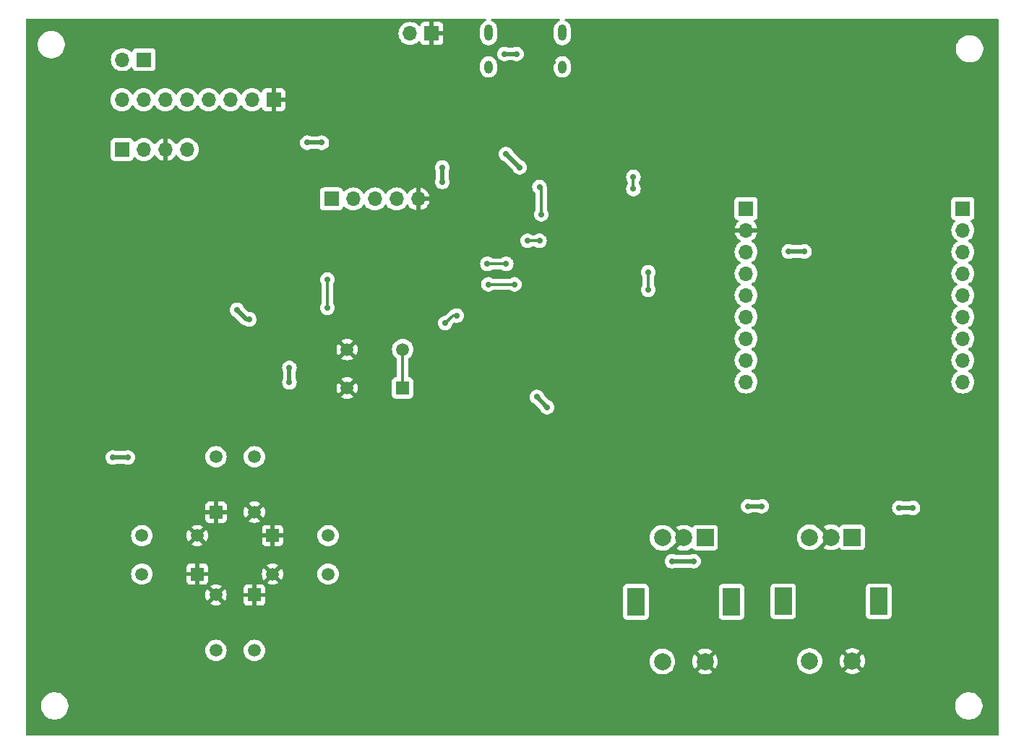
<source format=gbr>
%TF.GenerationSoftware,KiCad,Pcbnew,8.0.6*%
%TF.CreationDate,2025-01-09T21:18:53+11:00*%
%TF.ProjectId,drone_remote,64726f6e-655f-4726-956d-6f74652e6b69,rev?*%
%TF.SameCoordinates,Original*%
%TF.FileFunction,Copper,L2,Bot*%
%TF.FilePolarity,Positive*%
%FSLAX46Y46*%
G04 Gerber Fmt 4.6, Leading zero omitted, Abs format (unit mm)*
G04 Created by KiCad (PCBNEW 8.0.6) date 2025-01-09 21:18:53*
%MOMM*%
%LPD*%
G01*
G04 APERTURE LIST*
%TA.AperFunction,ComponentPad*%
%ADD10R,1.498000X1.498000*%
%TD*%
%TA.AperFunction,ComponentPad*%
%ADD11C,1.498000*%
%TD*%
%TA.AperFunction,ComponentPad*%
%ADD12R,1.700000X1.700000*%
%TD*%
%TA.AperFunction,ComponentPad*%
%ADD13O,1.700000X1.700000*%
%TD*%
%TA.AperFunction,ComponentPad*%
%ADD14R,2.000000X2.000000*%
%TD*%
%TA.AperFunction,ComponentPad*%
%ADD15C,2.000000*%
%TD*%
%TA.AperFunction,ComponentPad*%
%ADD16R,2.000000X3.200000*%
%TD*%
%TA.AperFunction,ComponentPad*%
%ADD17O,1.000000X1.900000*%
%TD*%
%TA.AperFunction,ComponentPad*%
%ADD18O,1.000000X1.500000*%
%TD*%
%TA.AperFunction,ViaPad*%
%ADD19C,0.700000*%
%TD*%
%TA.AperFunction,Conductor*%
%ADD20C,0.500000*%
%TD*%
%TA.AperFunction,Conductor*%
%ADD21C,0.300000*%
%TD*%
G04 APERTURE END LIST*
D10*
%TO.P,SW3,1,1*%
%TO.N,GND*%
X55800000Y-91300000D03*
D11*
%TO.P,SW3,2,2*%
%TO.N,/SW2*%
X55800000Y-84800000D03*
%TO.P,SW3,3,3*%
%TO.N,GND*%
X60300000Y-91300000D03*
%TO.P,SW3,4,4*%
%TO.N,/SW2*%
X60300000Y-84800000D03*
%TD*%
D12*
%TO.P,J6,1,Pin_1*%
%TO.N,/I2C1_SDA*%
X44800000Y-48800000D03*
D13*
%TO.P,J6,2,Pin_2*%
%TO.N,/I2C1_SCL*%
X47340000Y-48800000D03*
%TO.P,J6,3,Pin_3*%
%TO.N,GND*%
X49880000Y-48800000D03*
%TO.P,J6,4,Pin_4*%
%TO.N,+3.3V*%
X52420000Y-48800000D03*
%TD*%
D12*
%TO.P,J8,1,Pin_1*%
%TO.N,unconnected-(J8-Pin_1-Pad1)*%
X143300000Y-55720000D03*
D13*
%TO.P,J8,2,Pin_2*%
%TO.N,unconnected-(J8-Pin_2-Pad2)*%
X143300000Y-58260000D03*
%TO.P,J8,3,Pin_3*%
%TO.N,unconnected-(J8-Pin_3-Pad3)*%
X143300000Y-60800000D03*
%TO.P,J8,4,Pin_4*%
%TO.N,unconnected-(J8-Pin_4-Pad4)*%
X143300000Y-63340000D03*
%TO.P,J8,5,Pin_5*%
%TO.N,unconnected-(J8-Pin_5-Pad5)*%
X143300000Y-65880000D03*
%TO.P,J8,6,Pin_6*%
%TO.N,unconnected-(J8-Pin_6-Pad6)*%
X143300000Y-68420000D03*
%TO.P,J8,7,Pin_7*%
%TO.N,unconnected-(J8-Pin_7-Pad7)*%
X143300000Y-70960000D03*
%TO.P,J8,8,Pin_8*%
%TO.N,unconnected-(J8-Pin_8-Pad8)*%
X143300000Y-73500000D03*
%TO.P,J8,9,Pin_9*%
%TO.N,unconnected-(J8-Pin_9-Pad9)*%
X143300000Y-76040000D03*
%TD*%
D10*
%TO.P,SW2,1,1*%
%TO.N,GND*%
X62435000Y-94050000D03*
D11*
%TO.P,SW2,2,2*%
%TO.N,/SW3*%
X68935000Y-94050000D03*
%TO.P,SW2,3,3*%
%TO.N,GND*%
X62435000Y-98550000D03*
%TO.P,SW2,4,4*%
%TO.N,/SW3*%
X68935000Y-98550000D03*
%TD*%
D12*
%TO.P,J4,1,Pin_1*%
%TO.N,GND*%
X81075000Y-35200000D03*
D13*
%TO.P,J4,2,Pin_2*%
%TO.N,+5V*%
X78535000Y-35200000D03*
%TD*%
D10*
%TO.P,SW5,1,1*%
%TO.N,GND*%
X60300000Y-101000000D03*
D11*
%TO.P,SW5,2,2*%
%TO.N,/SW5*%
X60300000Y-107500000D03*
%TO.P,SW5,3,3*%
%TO.N,GND*%
X55800000Y-101000000D03*
%TO.P,SW5,4,4*%
%TO.N,/SW5*%
X55800000Y-107500000D03*
%TD*%
D10*
%TO.P,SW4,1,1*%
%TO.N,GND*%
X53600000Y-98550000D03*
D11*
%TO.P,SW4,2,2*%
%TO.N,/SW4*%
X47100000Y-98550000D03*
%TO.P,SW4,3,3*%
%TO.N,GND*%
X53600000Y-94050000D03*
%TO.P,SW4,4,4*%
%TO.N,/SW4*%
X47100000Y-94050000D03*
%TD*%
D12*
%TO.P,J5,1,Pin_1*%
%TO.N,GND*%
X62550000Y-42975000D03*
D13*
%TO.P,J5,2,Pin_2*%
%TO.N,+3.3V*%
X60010000Y-42975000D03*
%TO.P,J5,3,Pin_3*%
%TO.N,/SPI3_SCK*%
X57470000Y-42975000D03*
%TO.P,J5,4,Pin_4*%
%TO.N,/SPI3_MOSI*%
X54930000Y-42975000D03*
%TO.P,J5,5,Pin_5*%
%TO.N,/ST7735_nRST*%
X52390000Y-42975000D03*
%TO.P,J5,6,Pin_6*%
%TO.N,/ST7735_DC*%
X49850000Y-42975000D03*
%TO.P,J5,7,Pin_7*%
%TO.N,/SPI3_nCS*%
X47310000Y-42975000D03*
%TO.P,J5,8,Pin_8*%
%TO.N,Net-(J5-Pin_8)*%
X44770000Y-42975000D03*
%TD*%
D12*
%TO.P,J7,1,Pin_1*%
%TO.N,+3.3V*%
X117900000Y-55720000D03*
D13*
%TO.P,J7,2,Pin_2*%
%TO.N,GND*%
X117900000Y-58260000D03*
%TO.P,J7,3,Pin_3*%
%TO.N,Net-(J7-Pin_3)*%
X117900000Y-60800000D03*
%TO.P,J7,4,Pin_4*%
%TO.N,/SPI1_SCK*%
X117900000Y-63340000D03*
%TO.P,J7,5,Pin_5*%
%TO.N,/SPI1_MISO*%
X117900000Y-65880000D03*
%TO.P,J7,6,Pin_6*%
%TO.N,/SPI1_MOSI*%
X117900000Y-68420000D03*
%TO.P,J7,7,Pin_7*%
%TO.N,/SPI1_nCS*%
X117900000Y-70960000D03*
%TO.P,J7,8,Pin_8*%
%TO.N,/RFM_nRST*%
X117900000Y-73500000D03*
%TO.P,J7,9,Pin_9*%
%TO.N,/RFM_G0*%
X117900000Y-76040000D03*
%TD*%
D10*
%TO.P,SW1,1,1*%
%TO.N,/nRST*%
X77665000Y-76750000D03*
D11*
%TO.P,SW1,2,2*%
%TO.N,GND*%
X71165000Y-76750000D03*
%TO.P,SW1,3,3*%
%TO.N,/nRST*%
X77665000Y-72250000D03*
%TO.P,SW1,4,4*%
%TO.N,GND*%
X71165000Y-72250000D03*
%TD*%
D12*
%TO.P,JP2,1,A*%
%TO.N,Net-(J5-Pin_8)*%
X47370000Y-38270000D03*
D13*
%TO.P,JP2,2,B*%
%TO.N,+3.3V*%
X44830000Y-38270000D03*
%TD*%
D14*
%TO.P,SW6,A,A*%
%TO.N,/ENC1_C*%
X130350000Y-94250000D03*
D15*
%TO.P,SW6,B,B*%
%TO.N,/ENC1_A*%
X125350000Y-94250000D03*
%TO.P,SW6,C,C*%
%TO.N,GND*%
X127850000Y-94250000D03*
D16*
%TO.P,SW6,MP*%
%TO.N,N/C*%
X133450000Y-101750000D03*
X122250000Y-101750000D03*
D15*
%TO.P,SW6,S1,S1*%
%TO.N,/ENC1_SW*%
X125350000Y-108750000D03*
%TO.P,SW6,S2,S2*%
%TO.N,GND*%
X130350000Y-108750000D03*
%TD*%
D14*
%TO.P,SW7,A,A*%
%TO.N,/ENC2_C*%
X113100000Y-94300000D03*
D15*
%TO.P,SW7,B,B*%
%TO.N,/ENC2_A*%
X108100000Y-94300000D03*
%TO.P,SW7,C,C*%
%TO.N,GND*%
X110600000Y-94300000D03*
D16*
%TO.P,SW7,MP*%
%TO.N,N/C*%
X116200000Y-101800000D03*
X105000000Y-101800000D03*
D15*
%TO.P,SW7,S1,S1*%
%TO.N,/ENC2_SW*%
X108100000Y-108800000D03*
%TO.P,SW7,S2,S2*%
%TO.N,GND*%
X113100000Y-108800000D03*
%TD*%
D17*
%TO.P,J3,SH1,SHIELD*%
%TO.N,unconnected-(J3-SHIELD-PadSH1)*%
X96370000Y-35125000D03*
%TO.P,J3,SH2,SHIELD__1*%
%TO.N,unconnected-(J3-SHIELD__1-PadSH2)*%
X87730000Y-35125000D03*
D18*
%TO.P,J3,SH3,SHIELD__2*%
%TO.N,unconnected-(J3-SHIELD__2-PadSH3)*%
X96370000Y-39125000D03*
%TO.P,J3,SH4,SHIELD__3*%
%TO.N,unconnected-(J3-SHIELD__3-PadSH4)*%
X87730000Y-39125000D03*
%TD*%
D12*
%TO.P,J1,1,Pin_1*%
%TO.N,+3.3V*%
X69320000Y-54600000D03*
D13*
%TO.P,J1,2,Pin_2*%
%TO.N,/SWDIO*%
X71860000Y-54600000D03*
%TO.P,J1,3,Pin_3*%
%TO.N,/SWCLK*%
X74400000Y-54600000D03*
%TO.P,J1,4,Pin_4*%
%TO.N,/nRST*%
X76940000Y-54600000D03*
%TO.P,J1,5,Pin_5*%
%TO.N,GND*%
X79480000Y-54600000D03*
%TD*%
D19*
%TO.N,GND*%
X112000000Y-78300000D03*
X85000000Y-66400000D03*
X99700000Y-52782500D03*
X81750000Y-41075000D03*
X98200000Y-57550000D03*
X107600000Y-52000000D03*
X59750000Y-61250000D03*
X95300000Y-38600000D03*
X91950000Y-82100000D03*
X87400000Y-79550000D03*
X82100000Y-47200000D03*
X131350000Y-107000000D03*
X91100000Y-67400000D03*
X108900000Y-38900000D03*
X43900000Y-35100000D03*
X127400000Y-50850000D03*
X82400000Y-71600000D03*
X71200000Y-78800000D03*
X81500000Y-54600000D03*
X97650000Y-68200000D03*
X113350000Y-43550000D03*
X50800000Y-50900000D03*
X63800000Y-45000000D03*
X125350000Y-38600000D03*
X55650000Y-78750000D03*
X101500000Y-36000000D03*
X87000000Y-59100000D03*
X83100000Y-34700000D03*
X98600000Y-47600000D03*
X115900000Y-58250000D03*
%TO.N,+3.3V*%
X58250000Y-67600000D03*
X124750000Y-60750000D03*
X68200000Y-48000000D03*
X111750000Y-97050000D03*
X93700000Y-59500000D03*
X109250000Y-97050000D03*
X82300000Y-50900000D03*
X82300000Y-52600000D03*
X64400000Y-74400000D03*
X43700000Y-84900000D03*
X118150000Y-90600000D03*
X92300000Y-59500000D03*
X119750000Y-90600000D03*
X137450000Y-90800000D03*
X45500000Y-84900000D03*
X94600000Y-79000000D03*
X64400000Y-76100000D03*
X93400000Y-77800000D03*
X59700000Y-68700000D03*
X135850000Y-90800000D03*
X122900000Y-60750000D03*
X66500000Y-48000000D03*
%TO.N,/SPI1_SCK*%
X106450000Y-65250000D03*
X106450000Y-63200000D03*
%TO.N,VBUS*%
X89600000Y-37600000D03*
X91000000Y-37600000D03*
%TO.N,/ADC_VOLTAGE*%
X91375000Y-50900000D03*
X93900000Y-56400000D03*
X93700000Y-53175000D03*
X89775000Y-49325000D03*
%TO.N,/PUSH_BTN1*%
X68850000Y-64050000D03*
X68850000Y-67350000D03*
%TO.N,/nRST*%
X82650000Y-69150000D03*
X83989975Y-68260025D03*
%TO.N,/TIM4_CH2*%
X90750000Y-64600000D03*
X87700000Y-64600000D03*
%TO.N,/TIM4_CH1*%
X87600000Y-62200000D03*
X89800000Y-62200000D03*
%TO.N,Net-(U5-3V3OUT)*%
X104700000Y-53417500D03*
X104700000Y-52017500D03*
%TD*%
D20*
%TO.N,+3.3V*%
X135850000Y-90800000D02*
X137450000Y-90800000D01*
X59700000Y-68700000D02*
X59350000Y-68700000D01*
X68200000Y-48000000D02*
X66500000Y-48000000D01*
D21*
X93700000Y-59500000D02*
X92300000Y-59500000D01*
D20*
X45500000Y-84900000D02*
X43700000Y-84900000D01*
X118150000Y-90600000D02*
X119750000Y-90600000D01*
X59350000Y-68700000D02*
X58250000Y-67600000D01*
X111750000Y-97050000D02*
X109250000Y-97050000D01*
X122900000Y-60750000D02*
X124750000Y-60750000D01*
X82300000Y-50900000D02*
X82300000Y-52600000D01*
X94600000Y-79000000D02*
X93400000Y-77800000D01*
X64400000Y-76100000D02*
X64400000Y-74400000D01*
D21*
%TO.N,/SPI1_SCK*%
X106450000Y-65250000D02*
X106450000Y-63200000D01*
D20*
%TO.N,VBUS*%
X89600000Y-37600000D02*
X91000000Y-37600000D01*
%TO.N,/ADC_VOLTAGE*%
X89800000Y-49325000D02*
X91375000Y-50900000D01*
D21*
X93900000Y-56400000D02*
X93900000Y-53375000D01*
X93900000Y-53375000D02*
X93700000Y-53175000D01*
D20*
X89775000Y-49325000D02*
X89800000Y-49325000D01*
D21*
%TO.N,/PUSH_BTN1*%
X68850000Y-64050000D02*
X68850000Y-67350000D01*
%TO.N,/nRST*%
X83539975Y-68260025D02*
X82650000Y-69150000D01*
X77665000Y-72250000D02*
X77665000Y-76750000D01*
X83989975Y-68260025D02*
X83539975Y-68260025D01*
%TO.N,/TIM4_CH2*%
X87700000Y-64600000D02*
X90750000Y-64600000D01*
%TO.N,/TIM4_CH1*%
X89800000Y-62200000D02*
X87600000Y-62200000D01*
%TO.N,Net-(U5-3V3OUT)*%
X104700000Y-53417500D02*
X104700000Y-52017500D01*
%TD*%
%TA.AperFunction,Conductor*%
%TO.N,GND*%
G36*
X87394711Y-33520185D02*
G01*
X87440466Y-33572989D01*
X87450410Y-33642147D01*
X87421385Y-33705703D01*
X87375124Y-33739061D01*
X87256092Y-33788364D01*
X87256079Y-33788371D01*
X87092218Y-33897860D01*
X87092214Y-33897863D01*
X86952863Y-34037214D01*
X86952860Y-34037218D01*
X86843371Y-34201079D01*
X86843364Y-34201092D01*
X86767950Y-34383160D01*
X86767947Y-34383170D01*
X86729500Y-34576456D01*
X86729500Y-34576459D01*
X86729500Y-35673541D01*
X86729500Y-35673543D01*
X86729499Y-35673543D01*
X86767947Y-35866829D01*
X86767950Y-35866839D01*
X86843364Y-36048907D01*
X86843371Y-36048920D01*
X86952860Y-36212781D01*
X86952863Y-36212785D01*
X87092214Y-36352136D01*
X87092218Y-36352139D01*
X87256079Y-36461628D01*
X87256092Y-36461635D01*
X87438160Y-36537049D01*
X87438165Y-36537051D01*
X87438169Y-36537051D01*
X87438170Y-36537052D01*
X87631456Y-36575500D01*
X87631459Y-36575500D01*
X87828543Y-36575500D01*
X87988931Y-36543596D01*
X88021835Y-36537051D01*
X88203914Y-36461632D01*
X88367782Y-36352139D01*
X88507139Y-36212782D01*
X88616632Y-36048914D01*
X88692051Y-35866835D01*
X88704632Y-35803582D01*
X88730500Y-35673543D01*
X88730500Y-34576456D01*
X88692052Y-34383170D01*
X88692051Y-34383169D01*
X88692051Y-34383165D01*
X88669449Y-34328599D01*
X88616635Y-34201092D01*
X88616628Y-34201079D01*
X88507139Y-34037218D01*
X88507136Y-34037214D01*
X88367785Y-33897863D01*
X88367781Y-33897860D01*
X88203920Y-33788371D01*
X88203907Y-33788364D01*
X88084876Y-33739061D01*
X88030472Y-33695221D01*
X88008407Y-33628926D01*
X88025686Y-33561227D01*
X88076823Y-33513616D01*
X88132328Y-33500500D01*
X95967672Y-33500500D01*
X96034711Y-33520185D01*
X96080466Y-33572989D01*
X96090410Y-33642147D01*
X96061385Y-33705703D01*
X96015124Y-33739061D01*
X95896092Y-33788364D01*
X95896079Y-33788371D01*
X95732218Y-33897860D01*
X95732214Y-33897863D01*
X95592863Y-34037214D01*
X95592860Y-34037218D01*
X95483371Y-34201079D01*
X95483364Y-34201092D01*
X95407950Y-34383160D01*
X95407947Y-34383170D01*
X95369500Y-34576456D01*
X95369500Y-34576459D01*
X95369500Y-35673541D01*
X95369500Y-35673543D01*
X95369499Y-35673543D01*
X95407947Y-35866829D01*
X95407950Y-35866839D01*
X95483364Y-36048907D01*
X95483371Y-36048920D01*
X95592860Y-36212781D01*
X95592863Y-36212785D01*
X95732214Y-36352136D01*
X95732218Y-36352139D01*
X95896079Y-36461628D01*
X95896092Y-36461635D01*
X96078160Y-36537049D01*
X96078165Y-36537051D01*
X96078169Y-36537051D01*
X96078170Y-36537052D01*
X96271456Y-36575500D01*
X96271459Y-36575500D01*
X96468543Y-36575500D01*
X96628931Y-36543596D01*
X96661835Y-36537051D01*
X96843914Y-36461632D01*
X97007782Y-36352139D01*
X97147139Y-36212782D01*
X97256632Y-36048914D01*
X97332051Y-35866835D01*
X97344632Y-35803582D01*
X97370500Y-35673543D01*
X97370500Y-34576456D01*
X97332052Y-34383170D01*
X97332051Y-34383169D01*
X97332051Y-34383165D01*
X97309449Y-34328599D01*
X97256635Y-34201092D01*
X97256628Y-34201079D01*
X97147139Y-34037218D01*
X97147136Y-34037214D01*
X97007785Y-33897863D01*
X97007781Y-33897860D01*
X96843920Y-33788371D01*
X96843907Y-33788364D01*
X96724876Y-33739061D01*
X96670472Y-33695221D01*
X96648407Y-33628926D01*
X96665686Y-33561227D01*
X96716823Y-33513616D01*
X96772328Y-33500500D01*
X147375500Y-33500500D01*
X147442539Y-33520185D01*
X147488294Y-33572989D01*
X147499500Y-33624500D01*
X147499500Y-117375500D01*
X147479815Y-117442539D01*
X147427011Y-117488294D01*
X147375500Y-117499500D01*
X33624500Y-117499500D01*
X33557461Y-117479815D01*
X33511706Y-117427011D01*
X33500500Y-117375500D01*
X33500500Y-113874038D01*
X35299500Y-113874038D01*
X35299500Y-114125961D01*
X35338910Y-114374785D01*
X35416760Y-114614383D01*
X35531132Y-114838848D01*
X35679201Y-115042649D01*
X35679205Y-115042654D01*
X35857345Y-115220794D01*
X35857350Y-115220798D01*
X36035117Y-115349952D01*
X36061155Y-115368870D01*
X36204184Y-115441747D01*
X36285616Y-115483239D01*
X36285618Y-115483239D01*
X36285621Y-115483241D01*
X36525215Y-115561090D01*
X36774038Y-115600500D01*
X36774039Y-115600500D01*
X37025961Y-115600500D01*
X37025962Y-115600500D01*
X37274785Y-115561090D01*
X37514379Y-115483241D01*
X37738845Y-115368870D01*
X37942656Y-115220793D01*
X38120793Y-115042656D01*
X38268870Y-114838845D01*
X38383241Y-114614379D01*
X38461090Y-114374785D01*
X38500500Y-114125962D01*
X38500500Y-113874038D01*
X142399500Y-113874038D01*
X142399500Y-114125961D01*
X142438910Y-114374785D01*
X142516760Y-114614383D01*
X142631132Y-114838848D01*
X142779201Y-115042649D01*
X142779205Y-115042654D01*
X142957345Y-115220794D01*
X142957350Y-115220798D01*
X143135117Y-115349952D01*
X143161155Y-115368870D01*
X143304184Y-115441747D01*
X143385616Y-115483239D01*
X143385618Y-115483239D01*
X143385621Y-115483241D01*
X143625215Y-115561090D01*
X143874038Y-115600500D01*
X143874039Y-115600500D01*
X144125961Y-115600500D01*
X144125962Y-115600500D01*
X144374785Y-115561090D01*
X144614379Y-115483241D01*
X144838845Y-115368870D01*
X145042656Y-115220793D01*
X145220793Y-115042656D01*
X145368870Y-114838845D01*
X145483241Y-114614379D01*
X145561090Y-114374785D01*
X145600500Y-114125962D01*
X145600500Y-113874038D01*
X145561090Y-113625215D01*
X145483241Y-113385621D01*
X145483239Y-113385618D01*
X145483239Y-113385616D01*
X145441747Y-113304184D01*
X145368870Y-113161155D01*
X145349952Y-113135117D01*
X145220798Y-112957350D01*
X145220794Y-112957345D01*
X145042654Y-112779205D01*
X145042649Y-112779201D01*
X144838848Y-112631132D01*
X144838847Y-112631131D01*
X144838845Y-112631130D01*
X144768747Y-112595413D01*
X144614383Y-112516760D01*
X144374785Y-112438910D01*
X144125962Y-112399500D01*
X143874038Y-112399500D01*
X143749626Y-112419205D01*
X143625214Y-112438910D01*
X143385616Y-112516760D01*
X143161151Y-112631132D01*
X142957350Y-112779201D01*
X142957345Y-112779205D01*
X142779205Y-112957345D01*
X142779201Y-112957350D01*
X142631132Y-113161151D01*
X142516760Y-113385616D01*
X142438910Y-113625214D01*
X142399500Y-113874038D01*
X38500500Y-113874038D01*
X38461090Y-113625215D01*
X38383241Y-113385621D01*
X38383239Y-113385618D01*
X38383239Y-113385616D01*
X38341747Y-113304184D01*
X38268870Y-113161155D01*
X38249952Y-113135117D01*
X38120798Y-112957350D01*
X38120794Y-112957345D01*
X37942654Y-112779205D01*
X37942649Y-112779201D01*
X37738848Y-112631132D01*
X37738847Y-112631131D01*
X37738845Y-112631130D01*
X37668747Y-112595413D01*
X37514383Y-112516760D01*
X37274785Y-112438910D01*
X37025962Y-112399500D01*
X36774038Y-112399500D01*
X36649626Y-112419205D01*
X36525214Y-112438910D01*
X36285616Y-112516760D01*
X36061151Y-112631132D01*
X35857350Y-112779201D01*
X35857345Y-112779205D01*
X35679205Y-112957345D01*
X35679201Y-112957350D01*
X35531132Y-113161151D01*
X35416760Y-113385616D01*
X35338910Y-113625214D01*
X35299500Y-113874038D01*
X33500500Y-113874038D01*
X33500500Y-108799994D01*
X106594357Y-108799994D01*
X106594357Y-108800005D01*
X106614890Y-109047812D01*
X106614892Y-109047824D01*
X106675936Y-109288881D01*
X106775826Y-109516606D01*
X106911833Y-109724782D01*
X106911836Y-109724785D01*
X107080256Y-109907738D01*
X107276491Y-110060474D01*
X107276493Y-110060475D01*
X107494332Y-110178364D01*
X107495190Y-110178828D01*
X107702507Y-110250000D01*
X107728964Y-110259083D01*
X107730386Y-110259571D01*
X107975665Y-110300500D01*
X108224335Y-110300500D01*
X108469614Y-110259571D01*
X108704810Y-110178828D01*
X108923509Y-110060474D01*
X109119744Y-109907738D01*
X109288164Y-109724785D01*
X109424173Y-109516607D01*
X109524063Y-109288881D01*
X109585108Y-109047821D01*
X109589651Y-108992993D01*
X109605643Y-108800005D01*
X109605643Y-108799994D01*
X111594859Y-108799994D01*
X111594859Y-108800005D01*
X111615385Y-109047729D01*
X111615387Y-109047738D01*
X111676412Y-109288717D01*
X111776266Y-109516364D01*
X111876564Y-109669882D01*
X112617037Y-108929409D01*
X112634075Y-108992993D01*
X112699901Y-109107007D01*
X112792993Y-109200099D01*
X112907007Y-109265925D01*
X112970590Y-109282962D01*
X112229942Y-110023609D01*
X112276768Y-110060055D01*
X112276770Y-110060056D01*
X112495385Y-110178364D01*
X112495396Y-110178369D01*
X112730506Y-110259083D01*
X112975707Y-110300000D01*
X113224293Y-110300000D01*
X113469493Y-110259083D01*
X113704603Y-110178369D01*
X113704614Y-110178364D01*
X113923228Y-110060057D01*
X113923231Y-110060055D01*
X113970056Y-110023609D01*
X113229409Y-109282962D01*
X113292993Y-109265925D01*
X113407007Y-109200099D01*
X113500099Y-109107007D01*
X113565925Y-108992993D01*
X113582962Y-108929410D01*
X114323434Y-109669882D01*
X114423731Y-109516369D01*
X114523587Y-109288717D01*
X114584612Y-109047738D01*
X114584614Y-109047729D01*
X114605141Y-108800005D01*
X114605141Y-108799994D01*
X114600998Y-108749994D01*
X123844357Y-108749994D01*
X123844357Y-108750005D01*
X123864890Y-108997812D01*
X123864892Y-108997824D01*
X123925936Y-109238881D01*
X124025826Y-109466606D01*
X124161833Y-109674782D01*
X124161836Y-109674785D01*
X124330256Y-109857738D01*
X124526491Y-110010474D01*
X124618112Y-110060057D01*
X124744332Y-110128364D01*
X124745190Y-110128828D01*
X124889498Y-110178369D01*
X124978964Y-110209083D01*
X124980386Y-110209571D01*
X125225665Y-110250500D01*
X125474335Y-110250500D01*
X125719614Y-110209571D01*
X125954810Y-110128828D01*
X126173509Y-110010474D01*
X126369744Y-109857738D01*
X126538164Y-109674785D01*
X126674173Y-109466607D01*
X126774063Y-109238881D01*
X126835108Y-108997821D01*
X126839651Y-108942993D01*
X126855643Y-108750005D01*
X126855643Y-108749994D01*
X128844859Y-108749994D01*
X128844859Y-108750005D01*
X128865385Y-108997729D01*
X128865387Y-108997738D01*
X128926412Y-109238717D01*
X129026266Y-109466364D01*
X129126564Y-109619882D01*
X129867037Y-108879409D01*
X129884075Y-108942993D01*
X129949901Y-109057007D01*
X130042993Y-109150099D01*
X130157007Y-109215925D01*
X130220590Y-109232962D01*
X129479942Y-109973609D01*
X129526768Y-110010055D01*
X129526770Y-110010056D01*
X129745385Y-110128364D01*
X129745396Y-110128369D01*
X129980506Y-110209083D01*
X130225707Y-110250000D01*
X130474293Y-110250000D01*
X130719493Y-110209083D01*
X130954603Y-110128369D01*
X130954614Y-110128364D01*
X131173228Y-110010057D01*
X131173231Y-110010055D01*
X131220056Y-109973609D01*
X130479409Y-109232962D01*
X130542993Y-109215925D01*
X130657007Y-109150099D01*
X130750099Y-109057007D01*
X130815925Y-108942993D01*
X130832962Y-108879410D01*
X131573434Y-109619882D01*
X131673731Y-109466369D01*
X131773587Y-109238717D01*
X131834612Y-108997738D01*
X131834614Y-108997729D01*
X131855141Y-108750005D01*
X131855141Y-108749994D01*
X131834614Y-108502270D01*
X131834612Y-108502261D01*
X131773587Y-108261282D01*
X131673731Y-108033630D01*
X131573434Y-107880116D01*
X130832962Y-108620589D01*
X130815925Y-108557007D01*
X130750099Y-108442993D01*
X130657007Y-108349901D01*
X130542993Y-108284075D01*
X130479410Y-108267037D01*
X131220057Y-107526390D01*
X131220056Y-107526389D01*
X131173229Y-107489943D01*
X130954614Y-107371635D01*
X130954603Y-107371630D01*
X130719493Y-107290916D01*
X130474293Y-107250000D01*
X130225707Y-107250000D01*
X129980506Y-107290916D01*
X129745396Y-107371630D01*
X129745390Y-107371632D01*
X129526761Y-107489949D01*
X129479942Y-107526388D01*
X129479942Y-107526390D01*
X130220590Y-108267037D01*
X130157007Y-108284075D01*
X130042993Y-108349901D01*
X129949901Y-108442993D01*
X129884075Y-108557007D01*
X129867037Y-108620589D01*
X129126564Y-107880116D01*
X129026267Y-108033632D01*
X128926412Y-108261282D01*
X128865387Y-108502261D01*
X128865385Y-108502270D01*
X128844859Y-108749994D01*
X126855643Y-108749994D01*
X126835109Y-108502187D01*
X126835107Y-108502175D01*
X126774063Y-108261118D01*
X126674173Y-108033393D01*
X126538166Y-107825217D01*
X126516557Y-107801744D01*
X126369744Y-107642262D01*
X126173509Y-107489526D01*
X126173507Y-107489525D01*
X126173506Y-107489524D01*
X125954811Y-107371172D01*
X125954802Y-107371169D01*
X125719616Y-107290429D01*
X125474335Y-107249500D01*
X125225665Y-107249500D01*
X124980383Y-107290429D01*
X124745197Y-107371169D01*
X124745188Y-107371172D01*
X124526493Y-107489524D01*
X124330257Y-107642261D01*
X124161833Y-107825217D01*
X124025826Y-108033393D01*
X123925936Y-108261118D01*
X123864892Y-108502175D01*
X123864890Y-108502187D01*
X123844357Y-108749994D01*
X114600998Y-108749994D01*
X114584614Y-108552270D01*
X114584612Y-108552261D01*
X114523587Y-108311282D01*
X114423731Y-108083630D01*
X114323434Y-107930116D01*
X113582962Y-108670589D01*
X113565925Y-108607007D01*
X113500099Y-108492993D01*
X113407007Y-108399901D01*
X113292993Y-108334075D01*
X113229410Y-108317037D01*
X113970057Y-107576390D01*
X113970056Y-107576389D01*
X113923229Y-107539943D01*
X113704614Y-107421635D01*
X113704603Y-107421630D01*
X113469493Y-107340916D01*
X113224293Y-107300000D01*
X112975707Y-107300000D01*
X112730506Y-107340916D01*
X112495396Y-107421630D01*
X112495390Y-107421632D01*
X112276761Y-107539949D01*
X112229942Y-107576388D01*
X112229942Y-107576390D01*
X112970590Y-108317037D01*
X112907007Y-108334075D01*
X112792993Y-108399901D01*
X112699901Y-108492993D01*
X112634075Y-108607007D01*
X112617037Y-108670589D01*
X111876564Y-107930116D01*
X111776267Y-108083632D01*
X111676412Y-108311282D01*
X111615387Y-108552261D01*
X111615385Y-108552270D01*
X111594859Y-108799994D01*
X109605643Y-108799994D01*
X109585109Y-108552187D01*
X109585107Y-108552175D01*
X109524063Y-108311118D01*
X109424173Y-108083393D01*
X109288166Y-107875217D01*
X109266557Y-107851744D01*
X109119744Y-107692262D01*
X108923509Y-107539526D01*
X108923507Y-107539525D01*
X108923506Y-107539524D01*
X108704811Y-107421172D01*
X108704802Y-107421169D01*
X108469616Y-107340429D01*
X108224335Y-107299500D01*
X107975665Y-107299500D01*
X107730383Y-107340429D01*
X107495197Y-107421169D01*
X107495188Y-107421172D01*
X107276493Y-107539524D01*
X107080257Y-107692261D01*
X106911833Y-107875217D01*
X106775826Y-108083393D01*
X106675936Y-108311118D01*
X106614892Y-108552175D01*
X106614890Y-108552187D01*
X106594357Y-108799994D01*
X33500500Y-108799994D01*
X33500500Y-107499998D01*
X54545727Y-107499998D01*
X54545727Y-107500001D01*
X54564781Y-107717796D01*
X54564783Y-107717807D01*
X54621366Y-107928979D01*
X54621368Y-107928983D01*
X54621369Y-107928987D01*
X54670165Y-108033630D01*
X54713768Y-108127137D01*
X54713770Y-108127141D01*
X54839167Y-108306226D01*
X54839172Y-108306232D01*
X54993767Y-108460827D01*
X54993773Y-108460832D01*
X55172858Y-108586229D01*
X55172860Y-108586230D01*
X55172863Y-108586232D01*
X55371013Y-108678631D01*
X55371019Y-108678632D01*
X55371020Y-108678633D01*
X55421846Y-108692251D01*
X55582198Y-108735218D01*
X55737770Y-108748828D01*
X55799998Y-108754273D01*
X55800000Y-108754273D01*
X55800002Y-108754273D01*
X55854450Y-108749509D01*
X56017802Y-108735218D01*
X56228987Y-108678631D01*
X56427137Y-108586232D01*
X56606231Y-108460829D01*
X56760829Y-108306231D01*
X56886232Y-108127137D01*
X56978631Y-107928987D01*
X57035218Y-107717802D01*
X57054273Y-107500000D01*
X57054273Y-107499998D01*
X59045727Y-107499998D01*
X59045727Y-107500001D01*
X59064781Y-107717796D01*
X59064783Y-107717807D01*
X59121366Y-107928979D01*
X59121368Y-107928983D01*
X59121369Y-107928987D01*
X59170165Y-108033630D01*
X59213768Y-108127137D01*
X59213770Y-108127141D01*
X59339167Y-108306226D01*
X59339172Y-108306232D01*
X59493767Y-108460827D01*
X59493773Y-108460832D01*
X59672858Y-108586229D01*
X59672860Y-108586230D01*
X59672863Y-108586232D01*
X59871013Y-108678631D01*
X59871019Y-108678632D01*
X59871020Y-108678633D01*
X59921846Y-108692251D01*
X60082198Y-108735218D01*
X60237770Y-108748828D01*
X60299998Y-108754273D01*
X60300000Y-108754273D01*
X60300002Y-108754273D01*
X60354450Y-108749509D01*
X60517802Y-108735218D01*
X60728987Y-108678631D01*
X60927137Y-108586232D01*
X61106231Y-108460829D01*
X61260829Y-108306231D01*
X61386232Y-108127137D01*
X61478631Y-107928987D01*
X61535218Y-107717802D01*
X61554273Y-107500000D01*
X61553356Y-107489524D01*
X61547417Y-107421630D01*
X61535218Y-107282198D01*
X61478631Y-107071013D01*
X61386232Y-106872864D01*
X61260829Y-106693769D01*
X61106231Y-106539171D01*
X61106227Y-106539168D01*
X61106226Y-106539167D01*
X60927141Y-106413770D01*
X60927137Y-106413768D01*
X60927133Y-106413766D01*
X60728987Y-106321369D01*
X60728983Y-106321368D01*
X60728979Y-106321366D01*
X60517807Y-106264783D01*
X60517803Y-106264782D01*
X60517802Y-106264782D01*
X60517801Y-106264781D01*
X60517796Y-106264781D01*
X60300002Y-106245727D01*
X60299998Y-106245727D01*
X60082203Y-106264781D01*
X60082192Y-106264783D01*
X59871020Y-106321366D01*
X59871011Y-106321370D01*
X59672866Y-106413766D01*
X59493766Y-106539172D01*
X59339172Y-106693766D01*
X59213766Y-106872866D01*
X59121370Y-107071011D01*
X59121366Y-107071020D01*
X59064783Y-107282192D01*
X59064781Y-107282203D01*
X59045727Y-107499998D01*
X57054273Y-107499998D01*
X57053356Y-107489524D01*
X57047417Y-107421630D01*
X57035218Y-107282198D01*
X56978631Y-107071013D01*
X56886232Y-106872864D01*
X56760829Y-106693769D01*
X56606231Y-106539171D01*
X56606227Y-106539168D01*
X56606226Y-106539167D01*
X56427141Y-106413770D01*
X56427137Y-106413768D01*
X56427133Y-106413766D01*
X56228987Y-106321369D01*
X56228983Y-106321368D01*
X56228979Y-106321366D01*
X56017807Y-106264783D01*
X56017803Y-106264782D01*
X56017802Y-106264782D01*
X56017801Y-106264781D01*
X56017796Y-106264781D01*
X55800002Y-106245727D01*
X55799998Y-106245727D01*
X55582203Y-106264781D01*
X55582192Y-106264783D01*
X55371020Y-106321366D01*
X55371011Y-106321370D01*
X55172866Y-106413766D01*
X54993766Y-106539172D01*
X54839172Y-106693766D01*
X54713766Y-106872866D01*
X54621370Y-107071011D01*
X54621366Y-107071020D01*
X54564783Y-107282192D01*
X54564781Y-107282203D01*
X54545727Y-107499998D01*
X33500500Y-107499998D01*
X33500500Y-100999999D01*
X54546229Y-100999999D01*
X54546229Y-101000000D01*
X54565276Y-101217710D01*
X54565278Y-101217720D01*
X54621838Y-101428807D01*
X54621843Y-101428821D01*
X54714200Y-101626882D01*
X54714201Y-101626884D01*
X54757592Y-101688853D01*
X55321119Y-101125326D01*
X55338734Y-101191063D01*
X55403902Y-101303937D01*
X55496063Y-101396098D01*
X55608937Y-101461266D01*
X55674672Y-101478880D01*
X55111145Y-102042406D01*
X55173115Y-102085798D01*
X55173117Y-102085799D01*
X55371178Y-102178156D01*
X55371192Y-102178161D01*
X55582279Y-102234721D01*
X55582289Y-102234723D01*
X55799999Y-102253771D01*
X55800001Y-102253771D01*
X56017710Y-102234723D01*
X56017720Y-102234721D01*
X56228807Y-102178161D01*
X56228821Y-102178156D01*
X56426883Y-102085799D01*
X56426890Y-102085795D01*
X56488853Y-102042406D01*
X55925327Y-101478879D01*
X55991063Y-101461266D01*
X56103937Y-101396098D01*
X56196098Y-101303937D01*
X56261266Y-101191063D01*
X56278880Y-101125327D01*
X56842406Y-101688853D01*
X56885795Y-101626890D01*
X56885799Y-101626883D01*
X56978156Y-101428821D01*
X56978161Y-101428807D01*
X57034721Y-101217720D01*
X57034723Y-101217710D01*
X57053771Y-101000000D01*
X57053771Y-100999999D01*
X57034723Y-100782289D01*
X57034721Y-100782279D01*
X56978161Y-100571192D01*
X56978156Y-100571178D01*
X56885801Y-100373121D01*
X56842405Y-100311145D01*
X56278879Y-100874671D01*
X56261266Y-100808937D01*
X56196098Y-100696063D01*
X56103937Y-100603902D01*
X55991063Y-100538734D01*
X55925326Y-100521119D01*
X56243290Y-100203155D01*
X59051000Y-100203155D01*
X59051000Y-100750000D01*
X59872761Y-100750000D01*
X59838734Y-100808937D01*
X59805000Y-100934832D01*
X59805000Y-101065168D01*
X59838734Y-101191063D01*
X59872761Y-101250000D01*
X59051000Y-101250000D01*
X59051000Y-101796844D01*
X59057401Y-101856372D01*
X59057403Y-101856379D01*
X59107645Y-101991086D01*
X59107649Y-101991093D01*
X59193809Y-102106187D01*
X59193812Y-102106190D01*
X59308906Y-102192350D01*
X59308913Y-102192354D01*
X59443620Y-102242596D01*
X59443627Y-102242598D01*
X59503155Y-102248999D01*
X59503172Y-102249000D01*
X60050000Y-102249000D01*
X60050000Y-101427238D01*
X60108937Y-101461266D01*
X60234832Y-101495000D01*
X60365168Y-101495000D01*
X60491063Y-101461266D01*
X60550000Y-101427238D01*
X60550000Y-102249000D01*
X61096828Y-102249000D01*
X61096844Y-102248999D01*
X61156372Y-102242598D01*
X61156379Y-102242596D01*
X61291086Y-102192354D01*
X61291093Y-102192350D01*
X61406187Y-102106190D01*
X61406190Y-102106187D01*
X61492350Y-101991093D01*
X61492354Y-101991086D01*
X61542596Y-101856379D01*
X61542598Y-101856372D01*
X61548999Y-101796844D01*
X61549000Y-101796827D01*
X61549000Y-101250000D01*
X60727239Y-101250000D01*
X60761266Y-101191063D01*
X60795000Y-101065168D01*
X60795000Y-100934832D01*
X60761266Y-100808937D01*
X60727239Y-100750000D01*
X61549000Y-100750000D01*
X61549000Y-100203172D01*
X61548999Y-100203155D01*
X61543513Y-100152135D01*
X103499500Y-100152135D01*
X103499500Y-103447870D01*
X103499501Y-103447876D01*
X103505908Y-103507483D01*
X103556202Y-103642328D01*
X103556206Y-103642335D01*
X103642452Y-103757544D01*
X103642455Y-103757547D01*
X103757664Y-103843793D01*
X103757671Y-103843797D01*
X103892517Y-103894091D01*
X103892516Y-103894091D01*
X103899444Y-103894835D01*
X103952127Y-103900500D01*
X106047872Y-103900499D01*
X106107483Y-103894091D01*
X106242331Y-103843796D01*
X106357546Y-103757546D01*
X106443796Y-103642331D01*
X106494091Y-103507483D01*
X106500500Y-103447873D01*
X106500499Y-100152135D01*
X114699500Y-100152135D01*
X114699500Y-103447870D01*
X114699501Y-103447876D01*
X114705908Y-103507483D01*
X114756202Y-103642328D01*
X114756206Y-103642335D01*
X114842452Y-103757544D01*
X114842455Y-103757547D01*
X114957664Y-103843793D01*
X114957671Y-103843797D01*
X115092517Y-103894091D01*
X115092516Y-103894091D01*
X115099444Y-103894835D01*
X115152127Y-103900500D01*
X117247872Y-103900499D01*
X117307483Y-103894091D01*
X117442331Y-103843796D01*
X117557546Y-103757546D01*
X117643796Y-103642331D01*
X117694091Y-103507483D01*
X117700500Y-103447873D01*
X117700499Y-100152128D01*
X117695125Y-100102135D01*
X120749500Y-100102135D01*
X120749500Y-103397870D01*
X120749501Y-103397876D01*
X120755908Y-103457483D01*
X120806202Y-103592328D01*
X120806206Y-103592335D01*
X120892452Y-103707544D01*
X120892455Y-103707547D01*
X121007664Y-103793793D01*
X121007671Y-103793797D01*
X121142517Y-103844091D01*
X121142516Y-103844091D01*
X121149444Y-103844835D01*
X121202127Y-103850500D01*
X123297872Y-103850499D01*
X123357483Y-103844091D01*
X123492331Y-103793796D01*
X123607546Y-103707546D01*
X123693796Y-103592331D01*
X123744091Y-103457483D01*
X123750500Y-103397873D01*
X123750499Y-100102135D01*
X131949500Y-100102135D01*
X131949500Y-103397870D01*
X131949501Y-103397876D01*
X131955908Y-103457483D01*
X132006202Y-103592328D01*
X132006206Y-103592335D01*
X132092452Y-103707544D01*
X132092455Y-103707547D01*
X132207664Y-103793793D01*
X132207671Y-103793797D01*
X132342517Y-103844091D01*
X132342516Y-103844091D01*
X132349444Y-103844835D01*
X132402127Y-103850500D01*
X134497872Y-103850499D01*
X134557483Y-103844091D01*
X134692331Y-103793796D01*
X134807546Y-103707546D01*
X134893796Y-103592331D01*
X134944091Y-103457483D01*
X134950500Y-103397873D01*
X134950499Y-100102128D01*
X134944091Y-100042517D01*
X134896232Y-99914201D01*
X134893797Y-99907671D01*
X134893793Y-99907664D01*
X134807547Y-99792455D01*
X134807544Y-99792452D01*
X134692335Y-99706206D01*
X134692328Y-99706202D01*
X134557482Y-99655908D01*
X134557483Y-99655908D01*
X134497883Y-99649501D01*
X134497881Y-99649500D01*
X134497873Y-99649500D01*
X134497864Y-99649500D01*
X132402129Y-99649500D01*
X132402123Y-99649501D01*
X132342516Y-99655908D01*
X132207671Y-99706202D01*
X132207664Y-99706206D01*
X132092455Y-99792452D01*
X132092452Y-99792455D01*
X132006206Y-99907664D01*
X132006202Y-99907671D01*
X131955908Y-100042517D01*
X131950533Y-100092516D01*
X131949501Y-100102123D01*
X131949500Y-100102135D01*
X123750499Y-100102135D01*
X123750499Y-100102128D01*
X123744091Y-100042517D01*
X123696232Y-99914201D01*
X123693797Y-99907671D01*
X123693793Y-99907664D01*
X123607547Y-99792455D01*
X123607544Y-99792452D01*
X123492335Y-99706206D01*
X123492328Y-99706202D01*
X123357482Y-99655908D01*
X123357483Y-99655908D01*
X123297883Y-99649501D01*
X123297881Y-99649500D01*
X123297873Y-99649500D01*
X123297864Y-99649500D01*
X121202129Y-99649500D01*
X121202123Y-99649501D01*
X121142516Y-99655908D01*
X121007671Y-99706202D01*
X121007664Y-99706206D01*
X120892455Y-99792452D01*
X120892452Y-99792455D01*
X120806206Y-99907664D01*
X120806202Y-99907671D01*
X120755908Y-100042517D01*
X120750533Y-100092516D01*
X120749501Y-100102123D01*
X120749500Y-100102135D01*
X117695125Y-100102135D01*
X117694091Y-100092517D01*
X117675442Y-100042517D01*
X117643797Y-99957671D01*
X117643793Y-99957664D01*
X117557547Y-99842455D01*
X117557544Y-99842452D01*
X117442335Y-99756206D01*
X117442328Y-99756202D01*
X117307482Y-99705908D01*
X117307483Y-99705908D01*
X117247883Y-99699501D01*
X117247881Y-99699500D01*
X117247873Y-99699500D01*
X117247864Y-99699500D01*
X115152129Y-99699500D01*
X115152123Y-99699501D01*
X115092516Y-99705908D01*
X114957671Y-99756202D01*
X114957664Y-99756206D01*
X114842455Y-99842452D01*
X114842452Y-99842455D01*
X114756206Y-99957664D01*
X114756202Y-99957671D01*
X114705908Y-100092517D01*
X114700414Y-100143627D01*
X114699501Y-100152123D01*
X114699500Y-100152135D01*
X106500499Y-100152135D01*
X106500499Y-100152128D01*
X106494091Y-100092517D01*
X106475442Y-100042517D01*
X106443797Y-99957671D01*
X106443793Y-99957664D01*
X106357547Y-99842455D01*
X106357544Y-99842452D01*
X106242335Y-99756206D01*
X106242328Y-99756202D01*
X106107482Y-99705908D01*
X106107483Y-99705908D01*
X106047883Y-99699501D01*
X106047881Y-99699500D01*
X106047873Y-99699500D01*
X106047864Y-99699500D01*
X103952129Y-99699500D01*
X103952123Y-99699501D01*
X103892516Y-99705908D01*
X103757671Y-99756202D01*
X103757664Y-99756206D01*
X103642455Y-99842452D01*
X103642452Y-99842455D01*
X103556206Y-99957664D01*
X103556202Y-99957671D01*
X103505908Y-100092517D01*
X103500414Y-100143627D01*
X103499501Y-100152123D01*
X103499500Y-100152135D01*
X61543513Y-100152135D01*
X61542598Y-100143627D01*
X61542596Y-100143620D01*
X61492354Y-100008913D01*
X61492350Y-100008906D01*
X61406190Y-99893812D01*
X61406187Y-99893809D01*
X61291093Y-99807649D01*
X61291086Y-99807645D01*
X61156379Y-99757403D01*
X61156372Y-99757401D01*
X61096844Y-99751000D01*
X60550000Y-99751000D01*
X60550000Y-100572761D01*
X60491063Y-100538734D01*
X60365168Y-100505000D01*
X60234832Y-100505000D01*
X60108937Y-100538734D01*
X60050000Y-100572761D01*
X60050000Y-99751000D01*
X59503155Y-99751000D01*
X59443627Y-99757401D01*
X59443620Y-99757403D01*
X59308913Y-99807645D01*
X59308906Y-99807649D01*
X59193812Y-99893809D01*
X59193809Y-99893812D01*
X59107649Y-100008906D01*
X59107645Y-100008913D01*
X59057403Y-100143620D01*
X59057401Y-100143627D01*
X59051000Y-100203155D01*
X56243290Y-100203155D01*
X56488853Y-99957592D01*
X56426884Y-99914201D01*
X56426882Y-99914200D01*
X56228821Y-99821843D01*
X56228807Y-99821838D01*
X56017720Y-99765278D01*
X56017710Y-99765276D01*
X55800001Y-99746229D01*
X55799999Y-99746229D01*
X55582289Y-99765276D01*
X55582279Y-99765278D01*
X55371192Y-99821838D01*
X55371178Y-99821843D01*
X55173114Y-99914202D01*
X55111145Y-99957591D01*
X55674673Y-100521119D01*
X55608937Y-100538734D01*
X55496063Y-100603902D01*
X55403902Y-100696063D01*
X55338734Y-100808937D01*
X55321119Y-100874673D01*
X54757591Y-100311145D01*
X54714202Y-100373114D01*
X54621843Y-100571178D01*
X54621838Y-100571192D01*
X54565278Y-100782279D01*
X54565276Y-100782289D01*
X54546229Y-100999999D01*
X33500500Y-100999999D01*
X33500500Y-98549998D01*
X45845727Y-98549998D01*
X45845727Y-98550001D01*
X45864781Y-98767796D01*
X45864783Y-98767807D01*
X45921366Y-98978979D01*
X45921368Y-98978983D01*
X45921369Y-98978987D01*
X46013649Y-99176882D01*
X46013768Y-99177137D01*
X46013770Y-99177141D01*
X46139167Y-99356226D01*
X46139172Y-99356232D01*
X46293767Y-99510827D01*
X46293773Y-99510832D01*
X46472858Y-99636229D01*
X46472860Y-99636230D01*
X46472863Y-99636232D01*
X46671013Y-99728631D01*
X46882198Y-99785218D01*
X47037770Y-99798828D01*
X47099998Y-99804273D01*
X47100000Y-99804273D01*
X47100002Y-99804273D01*
X47160283Y-99798999D01*
X47317802Y-99785218D01*
X47528987Y-99728631D01*
X47727137Y-99636232D01*
X47906231Y-99510829D01*
X48060829Y-99356231D01*
X48186232Y-99177137D01*
X48278631Y-98978987D01*
X48335218Y-98767802D01*
X48354273Y-98550000D01*
X48335218Y-98332198D01*
X48278631Y-98121013D01*
X48186232Y-97922864D01*
X48067401Y-97753155D01*
X52351000Y-97753155D01*
X52351000Y-98300000D01*
X53172761Y-98300000D01*
X53138734Y-98358937D01*
X53105000Y-98484832D01*
X53105000Y-98615168D01*
X53138734Y-98741063D01*
X53172761Y-98800000D01*
X52351000Y-98800000D01*
X52351000Y-99346844D01*
X52357401Y-99406372D01*
X52357403Y-99406379D01*
X52407645Y-99541086D01*
X52407649Y-99541093D01*
X52493809Y-99656187D01*
X52493812Y-99656190D01*
X52608906Y-99742350D01*
X52608913Y-99742354D01*
X52743620Y-99792596D01*
X52743627Y-99792598D01*
X52803155Y-99798999D01*
X52803172Y-99799000D01*
X53350000Y-99799000D01*
X53350000Y-98977238D01*
X53408937Y-99011266D01*
X53534832Y-99045000D01*
X53665168Y-99045000D01*
X53791063Y-99011266D01*
X53850000Y-98977238D01*
X53850000Y-99799000D01*
X54396828Y-99799000D01*
X54396844Y-99798999D01*
X54456372Y-99792598D01*
X54456379Y-99792596D01*
X54591086Y-99742354D01*
X54591093Y-99742350D01*
X54706187Y-99656190D01*
X54706190Y-99656187D01*
X54792350Y-99541093D01*
X54792354Y-99541086D01*
X54842596Y-99406379D01*
X54842598Y-99406372D01*
X54848999Y-99346844D01*
X54849000Y-99346827D01*
X54849000Y-98800000D01*
X54027239Y-98800000D01*
X54061266Y-98741063D01*
X54095000Y-98615168D01*
X54095000Y-98549999D01*
X61181229Y-98549999D01*
X61181229Y-98550000D01*
X61200276Y-98767710D01*
X61200278Y-98767720D01*
X61256838Y-98978807D01*
X61256843Y-98978821D01*
X61349200Y-99176882D01*
X61349201Y-99176884D01*
X61392592Y-99238853D01*
X61956119Y-98675326D01*
X61973734Y-98741063D01*
X62038902Y-98853937D01*
X62131063Y-98946098D01*
X62243937Y-99011266D01*
X62309672Y-99028880D01*
X61746145Y-99592406D01*
X61808115Y-99635798D01*
X61808117Y-99635799D01*
X62006178Y-99728156D01*
X62006192Y-99728161D01*
X62217279Y-99784721D01*
X62217289Y-99784723D01*
X62434999Y-99803771D01*
X62435001Y-99803771D01*
X62652710Y-99784723D01*
X62652720Y-99784721D01*
X62863807Y-99728161D01*
X62863821Y-99728156D01*
X63061883Y-99635799D01*
X63061890Y-99635795D01*
X63123853Y-99592406D01*
X62560327Y-99028879D01*
X62626063Y-99011266D01*
X62738937Y-98946098D01*
X62831098Y-98853937D01*
X62896266Y-98741063D01*
X62913880Y-98675327D01*
X63477406Y-99238853D01*
X63520795Y-99176890D01*
X63520799Y-99176883D01*
X63613156Y-98978821D01*
X63613161Y-98978807D01*
X63669721Y-98767720D01*
X63669723Y-98767710D01*
X63688771Y-98550000D01*
X63688771Y-98549999D01*
X63688771Y-98549998D01*
X67680727Y-98549998D01*
X67680727Y-98550001D01*
X67699781Y-98767796D01*
X67699783Y-98767807D01*
X67756366Y-98978979D01*
X67756368Y-98978983D01*
X67756369Y-98978987D01*
X67848649Y-99176882D01*
X67848768Y-99177137D01*
X67848770Y-99177141D01*
X67974167Y-99356226D01*
X67974172Y-99356232D01*
X68128767Y-99510827D01*
X68128773Y-99510832D01*
X68307858Y-99636229D01*
X68307860Y-99636230D01*
X68307863Y-99636232D01*
X68506013Y-99728631D01*
X68717198Y-99785218D01*
X68872770Y-99798828D01*
X68934998Y-99804273D01*
X68935000Y-99804273D01*
X68935002Y-99804273D01*
X68995283Y-99798999D01*
X69152802Y-99785218D01*
X69363987Y-99728631D01*
X69562137Y-99636232D01*
X69741231Y-99510829D01*
X69895829Y-99356231D01*
X70021232Y-99177137D01*
X70113631Y-98978987D01*
X70170218Y-98767802D01*
X70189273Y-98550000D01*
X70170218Y-98332198D01*
X70113631Y-98121013D01*
X70021232Y-97922864D01*
X69895829Y-97743769D01*
X69741231Y-97589171D01*
X69741227Y-97589168D01*
X69741226Y-97589167D01*
X69562141Y-97463770D01*
X69562137Y-97463768D01*
X69420743Y-97397835D01*
X69363987Y-97371369D01*
X69363983Y-97371368D01*
X69363979Y-97371366D01*
X69152807Y-97314783D01*
X69152803Y-97314782D01*
X69152802Y-97314782D01*
X69152801Y-97314781D01*
X69152796Y-97314781D01*
X68935002Y-97295727D01*
X68934998Y-97295727D01*
X68717203Y-97314781D01*
X68717192Y-97314783D01*
X68506020Y-97371366D01*
X68506011Y-97371370D01*
X68307866Y-97463766D01*
X68128766Y-97589172D01*
X67974172Y-97743766D01*
X67848766Y-97922866D01*
X67756370Y-98121011D01*
X67756366Y-98121020D01*
X67699783Y-98332192D01*
X67699781Y-98332203D01*
X67680727Y-98549998D01*
X63688771Y-98549998D01*
X63669723Y-98332289D01*
X63669721Y-98332279D01*
X63613161Y-98121192D01*
X63613156Y-98121178D01*
X63520801Y-97923121D01*
X63477405Y-97861145D01*
X62913879Y-98424671D01*
X62896266Y-98358937D01*
X62831098Y-98246063D01*
X62738937Y-98153902D01*
X62626063Y-98088734D01*
X62560326Y-98071119D01*
X63123853Y-97507592D01*
X63061884Y-97464201D01*
X63061882Y-97464200D01*
X62863821Y-97371843D01*
X62863807Y-97371838D01*
X62652720Y-97315278D01*
X62652710Y-97315276D01*
X62435001Y-97296229D01*
X62434999Y-97296229D01*
X62217289Y-97315276D01*
X62217279Y-97315278D01*
X62006192Y-97371838D01*
X62006178Y-97371843D01*
X61808114Y-97464202D01*
X61746145Y-97507591D01*
X62309673Y-98071119D01*
X62243937Y-98088734D01*
X62131063Y-98153902D01*
X62038902Y-98246063D01*
X61973734Y-98358937D01*
X61956119Y-98424673D01*
X61392591Y-97861145D01*
X61349202Y-97923114D01*
X61256843Y-98121178D01*
X61256838Y-98121192D01*
X61200278Y-98332279D01*
X61200276Y-98332289D01*
X61181229Y-98549999D01*
X54095000Y-98549999D01*
X54095000Y-98484832D01*
X54061266Y-98358937D01*
X54027239Y-98300000D01*
X54849000Y-98300000D01*
X54849000Y-97753172D01*
X54848999Y-97753155D01*
X54842598Y-97693627D01*
X54842596Y-97693620D01*
X54792354Y-97558913D01*
X54792350Y-97558906D01*
X54706190Y-97443812D01*
X54706187Y-97443809D01*
X54591093Y-97357649D01*
X54591086Y-97357645D01*
X54456379Y-97307403D01*
X54456372Y-97307401D01*
X54396844Y-97301000D01*
X53850000Y-97301000D01*
X53850000Y-98122761D01*
X53791063Y-98088734D01*
X53665168Y-98055000D01*
X53534832Y-98055000D01*
X53408937Y-98088734D01*
X53350000Y-98122761D01*
X53350000Y-97301000D01*
X52803155Y-97301000D01*
X52743627Y-97307401D01*
X52743620Y-97307403D01*
X52608913Y-97357645D01*
X52608906Y-97357649D01*
X52493812Y-97443809D01*
X52493809Y-97443812D01*
X52407649Y-97558906D01*
X52407645Y-97558913D01*
X52357403Y-97693620D01*
X52357401Y-97693627D01*
X52351000Y-97753155D01*
X48067401Y-97753155D01*
X48060829Y-97743769D01*
X47906231Y-97589171D01*
X47906227Y-97589168D01*
X47906226Y-97589167D01*
X47727141Y-97463770D01*
X47727137Y-97463768D01*
X47585743Y-97397835D01*
X47528987Y-97371369D01*
X47528983Y-97371368D01*
X47528979Y-97371366D01*
X47317807Y-97314783D01*
X47317803Y-97314782D01*
X47317802Y-97314782D01*
X47317801Y-97314781D01*
X47317796Y-97314781D01*
X47100002Y-97295727D01*
X47099998Y-97295727D01*
X46882203Y-97314781D01*
X46882192Y-97314783D01*
X46671020Y-97371366D01*
X46671011Y-97371370D01*
X46472866Y-97463766D01*
X46293766Y-97589172D01*
X46139172Y-97743766D01*
X46013766Y-97922866D01*
X45921370Y-98121011D01*
X45921366Y-98121020D01*
X45864783Y-98332192D01*
X45864781Y-98332203D01*
X45845727Y-98549998D01*
X33500500Y-98549998D01*
X33500500Y-97050000D01*
X108394815Y-97050000D01*
X108413503Y-97227805D01*
X108413504Y-97227807D01*
X108468747Y-97397829D01*
X108468750Y-97397835D01*
X108558141Y-97552665D01*
X108563767Y-97558913D01*
X108677764Y-97685521D01*
X108677767Y-97685523D01*
X108677770Y-97685526D01*
X108822407Y-97790612D01*
X108985733Y-97863329D01*
X109160609Y-97900500D01*
X109160610Y-97900500D01*
X109339389Y-97900500D01*
X109339391Y-97900500D01*
X109514267Y-97863329D01*
X109631306Y-97811219D01*
X109681741Y-97800500D01*
X111318259Y-97800500D01*
X111368693Y-97811219D01*
X111485733Y-97863329D01*
X111660609Y-97900500D01*
X111660610Y-97900500D01*
X111839389Y-97900500D01*
X111839391Y-97900500D01*
X112014267Y-97863329D01*
X112177593Y-97790612D01*
X112322230Y-97685526D01*
X112441859Y-97552665D01*
X112531250Y-97397835D01*
X112586497Y-97227803D01*
X112605185Y-97050000D01*
X112586497Y-96872197D01*
X112531250Y-96702165D01*
X112441859Y-96547335D01*
X112395003Y-96495296D01*
X112322235Y-96414478D01*
X112322232Y-96414476D01*
X112322231Y-96414475D01*
X112322230Y-96414474D01*
X112177593Y-96309388D01*
X112014267Y-96236671D01*
X112014265Y-96236670D01*
X111886594Y-96209533D01*
X111839391Y-96199500D01*
X111660609Y-96199500D01*
X111629954Y-96206015D01*
X111485733Y-96236670D01*
X111368694Y-96288780D01*
X111318259Y-96299500D01*
X109681741Y-96299500D01*
X109631306Y-96288780D01*
X109514267Y-96236671D01*
X109514265Y-96236670D01*
X109386594Y-96209533D01*
X109339391Y-96199500D01*
X109160609Y-96199500D01*
X109129954Y-96206015D01*
X108985733Y-96236670D01*
X108985728Y-96236672D01*
X108822408Y-96309387D01*
X108677768Y-96414475D01*
X108558140Y-96547336D01*
X108468750Y-96702164D01*
X108468747Y-96702170D01*
X108413504Y-96872192D01*
X108413503Y-96872194D01*
X108394815Y-97050000D01*
X33500500Y-97050000D01*
X33500500Y-94049998D01*
X45845727Y-94049998D01*
X45845727Y-94050001D01*
X45864781Y-94267796D01*
X45864783Y-94267807D01*
X45921366Y-94478979D01*
X45921368Y-94478983D01*
X45921369Y-94478987D01*
X45981066Y-94607007D01*
X46013768Y-94677137D01*
X46013770Y-94677141D01*
X46139167Y-94856226D01*
X46139172Y-94856232D01*
X46293767Y-95010827D01*
X46293773Y-95010832D01*
X46472858Y-95136229D01*
X46472860Y-95136230D01*
X46472863Y-95136232D01*
X46671013Y-95228631D01*
X46882198Y-95285218D01*
X47037770Y-95298828D01*
X47099998Y-95304273D01*
X47100000Y-95304273D01*
X47100002Y-95304273D01*
X47160283Y-95298999D01*
X47317802Y-95285218D01*
X47528987Y-95228631D01*
X47727137Y-95136232D01*
X47906231Y-95010829D01*
X48060829Y-94856231D01*
X48186232Y-94677137D01*
X48278631Y-94478987D01*
X48335218Y-94267802D01*
X48354273Y-94050000D01*
X48354273Y-94049999D01*
X52346229Y-94049999D01*
X52346229Y-94050000D01*
X52365276Y-94267710D01*
X52365278Y-94267720D01*
X52421838Y-94478807D01*
X52421843Y-94478821D01*
X52514200Y-94676882D01*
X52514201Y-94676884D01*
X52557592Y-94738853D01*
X53121119Y-94175326D01*
X53138734Y-94241063D01*
X53203902Y-94353937D01*
X53296063Y-94446098D01*
X53408937Y-94511266D01*
X53474672Y-94528880D01*
X52911145Y-95092406D01*
X52973115Y-95135798D01*
X52973117Y-95135799D01*
X53171178Y-95228156D01*
X53171192Y-95228161D01*
X53382279Y-95284721D01*
X53382289Y-95284723D01*
X53599999Y-95303771D01*
X53600001Y-95303771D01*
X53817710Y-95284723D01*
X53817720Y-95284721D01*
X54028807Y-95228161D01*
X54028821Y-95228156D01*
X54226883Y-95135799D01*
X54226890Y-95135795D01*
X54288853Y-95092406D01*
X53725327Y-94528879D01*
X53791063Y-94511266D01*
X53903937Y-94446098D01*
X53996098Y-94353937D01*
X54061266Y-94241063D01*
X54078880Y-94175327D01*
X54642406Y-94738853D01*
X54685795Y-94676890D01*
X54685799Y-94676883D01*
X54778156Y-94478821D01*
X54778161Y-94478807D01*
X54834721Y-94267720D01*
X54834723Y-94267710D01*
X54853771Y-94050000D01*
X54853771Y-94049999D01*
X54834723Y-93832289D01*
X54834721Y-93832279D01*
X54778161Y-93621192D01*
X54778156Y-93621178D01*
X54685801Y-93423121D01*
X54642405Y-93361145D01*
X54078879Y-93924671D01*
X54061266Y-93858937D01*
X53996098Y-93746063D01*
X53903937Y-93653902D01*
X53791063Y-93588734D01*
X53725326Y-93571119D01*
X54043290Y-93253155D01*
X61186000Y-93253155D01*
X61186000Y-93800000D01*
X62007761Y-93800000D01*
X61973734Y-93858937D01*
X61940000Y-93984832D01*
X61940000Y-94115168D01*
X61973734Y-94241063D01*
X62007761Y-94300000D01*
X61186000Y-94300000D01*
X61186000Y-94846844D01*
X61192401Y-94906372D01*
X61192403Y-94906379D01*
X61242645Y-95041086D01*
X61242649Y-95041093D01*
X61328809Y-95156187D01*
X61328812Y-95156190D01*
X61443906Y-95242350D01*
X61443913Y-95242354D01*
X61578620Y-95292596D01*
X61578627Y-95292598D01*
X61638155Y-95298999D01*
X61638172Y-95299000D01*
X62185000Y-95299000D01*
X62185000Y-94477238D01*
X62243937Y-94511266D01*
X62369832Y-94545000D01*
X62500168Y-94545000D01*
X62626063Y-94511266D01*
X62685000Y-94477238D01*
X62685000Y-95299000D01*
X63231828Y-95299000D01*
X63231844Y-95298999D01*
X63291372Y-95292598D01*
X63291379Y-95292596D01*
X63426086Y-95242354D01*
X63426093Y-95242350D01*
X63541187Y-95156190D01*
X63541190Y-95156187D01*
X63627350Y-95041093D01*
X63627354Y-95041086D01*
X63677596Y-94906379D01*
X63677598Y-94906372D01*
X63683999Y-94846844D01*
X63684000Y-94846827D01*
X63684000Y-94300000D01*
X62862239Y-94300000D01*
X62896266Y-94241063D01*
X62930000Y-94115168D01*
X62930000Y-94049998D01*
X67680727Y-94049998D01*
X67680727Y-94050001D01*
X67699781Y-94267796D01*
X67699783Y-94267807D01*
X67756366Y-94478979D01*
X67756368Y-94478983D01*
X67756369Y-94478987D01*
X67816066Y-94607007D01*
X67848768Y-94677137D01*
X67848770Y-94677141D01*
X67974167Y-94856226D01*
X67974172Y-94856232D01*
X68128767Y-95010827D01*
X68128773Y-95010832D01*
X68307858Y-95136229D01*
X68307860Y-95136230D01*
X68307863Y-95136232D01*
X68506013Y-95228631D01*
X68717198Y-95285218D01*
X68872770Y-95298828D01*
X68934998Y-95304273D01*
X68935000Y-95304273D01*
X68935002Y-95304273D01*
X68995283Y-95298999D01*
X69152802Y-95285218D01*
X69363987Y-95228631D01*
X69562137Y-95136232D01*
X69741231Y-95010829D01*
X69895829Y-94856231D01*
X70021232Y-94677137D01*
X70113631Y-94478987D01*
X70161592Y-94299994D01*
X106594357Y-94299994D01*
X106594357Y-94300000D01*
X106614890Y-94547812D01*
X106614892Y-94547824D01*
X106675936Y-94788881D01*
X106775826Y-95016606D01*
X106911833Y-95224782D01*
X106915376Y-95228631D01*
X107080256Y-95407738D01*
X107276491Y-95560474D01*
X107276493Y-95560475D01*
X107494332Y-95678364D01*
X107495190Y-95678828D01*
X107702507Y-95750000D01*
X107728964Y-95759083D01*
X107730386Y-95759571D01*
X107975665Y-95800500D01*
X108224335Y-95800500D01*
X108469614Y-95759571D01*
X108704810Y-95678828D01*
X108923509Y-95560474D01*
X109119744Y-95407738D01*
X109288164Y-95224785D01*
X109288169Y-95224777D01*
X109291311Y-95220741D01*
X109293050Y-95222094D01*
X109339095Y-95182764D01*
X109368378Y-95178069D01*
X110117037Y-94429409D01*
X110134075Y-94492993D01*
X110199901Y-94607007D01*
X110292993Y-94700099D01*
X110407007Y-94765925D01*
X110470588Y-94782962D01*
X109729942Y-95523609D01*
X109776768Y-95560055D01*
X109776770Y-95560056D01*
X109995385Y-95678364D01*
X109995396Y-95678369D01*
X110230506Y-95759083D01*
X110475707Y-95800000D01*
X110724293Y-95800000D01*
X110969493Y-95759083D01*
X111204603Y-95678369D01*
X111204614Y-95678364D01*
X111423230Y-95560056D01*
X111423236Y-95560051D01*
X111479107Y-95516565D01*
X111544101Y-95490921D01*
X111612641Y-95504487D01*
X111654537Y-95540105D01*
X111742455Y-95657547D01*
X111857664Y-95743793D01*
X111857671Y-95743797D01*
X111992517Y-95794091D01*
X111992516Y-95794091D01*
X111999444Y-95794835D01*
X112052127Y-95800500D01*
X114147872Y-95800499D01*
X114207483Y-95794091D01*
X114342331Y-95743796D01*
X114457546Y-95657546D01*
X114543796Y-95542331D01*
X114594091Y-95407483D01*
X114600500Y-95347873D01*
X114600499Y-94249994D01*
X123844357Y-94249994D01*
X123844357Y-94250005D01*
X123864890Y-94497812D01*
X123864892Y-94497824D01*
X123925936Y-94738881D01*
X124025826Y-94966606D01*
X124161833Y-95174782D01*
X124161836Y-95174785D01*
X124330256Y-95357738D01*
X124526491Y-95510474D01*
X124618883Y-95560474D01*
X124744332Y-95628364D01*
X124745190Y-95628828D01*
X124889498Y-95678369D01*
X124978964Y-95709083D01*
X124980386Y-95709571D01*
X125225665Y-95750500D01*
X125474335Y-95750500D01*
X125719614Y-95709571D01*
X125954810Y-95628828D01*
X126173509Y-95510474D01*
X126369744Y-95357738D01*
X126538164Y-95174785D01*
X126538169Y-95174777D01*
X126541311Y-95170741D01*
X126543050Y-95172094D01*
X126589095Y-95132764D01*
X126618378Y-95128069D01*
X127367037Y-94379409D01*
X127384075Y-94442993D01*
X127449901Y-94557007D01*
X127542993Y-94650099D01*
X127657007Y-94715925D01*
X127720588Y-94732962D01*
X126979942Y-95473609D01*
X127026768Y-95510055D01*
X127026770Y-95510056D01*
X127245385Y-95628364D01*
X127245396Y-95628369D01*
X127480506Y-95709083D01*
X127725707Y-95750000D01*
X127974293Y-95750000D01*
X128219493Y-95709083D01*
X128454603Y-95628369D01*
X128454614Y-95628364D01*
X128673230Y-95510056D01*
X128673236Y-95510051D01*
X128729107Y-95466565D01*
X128794101Y-95440921D01*
X128862641Y-95454487D01*
X128904537Y-95490105D01*
X128992455Y-95607547D01*
X129107664Y-95693793D01*
X129107671Y-95693797D01*
X129242517Y-95744091D01*
X129242516Y-95744091D01*
X129249444Y-95744835D01*
X129302127Y-95750500D01*
X131397872Y-95750499D01*
X131457483Y-95744091D01*
X131592331Y-95693796D01*
X131707546Y-95607546D01*
X131793796Y-95492331D01*
X131844091Y-95357483D01*
X131850500Y-95297873D01*
X131850499Y-93202128D01*
X131844091Y-93142517D01*
X131824194Y-93089171D01*
X131793797Y-93007671D01*
X131793793Y-93007664D01*
X131707547Y-92892455D01*
X131707544Y-92892452D01*
X131592335Y-92806206D01*
X131592328Y-92806202D01*
X131457482Y-92755908D01*
X131457483Y-92755908D01*
X131397883Y-92749501D01*
X131397881Y-92749500D01*
X131397873Y-92749500D01*
X131397864Y-92749500D01*
X129302129Y-92749500D01*
X129302123Y-92749501D01*
X129242516Y-92755908D01*
X129107671Y-92806202D01*
X129107664Y-92806206D01*
X128992455Y-92892452D01*
X128904537Y-93009894D01*
X128848603Y-93051764D01*
X128778911Y-93056748D01*
X128729109Y-93033436D01*
X128673230Y-92989943D01*
X128673228Y-92989942D01*
X128454614Y-92871635D01*
X128454603Y-92871630D01*
X128219493Y-92790916D01*
X127974293Y-92750000D01*
X127725707Y-92750000D01*
X127480506Y-92790916D01*
X127245396Y-92871630D01*
X127245390Y-92871632D01*
X127026761Y-92989949D01*
X126979942Y-93026388D01*
X126979942Y-93026390D01*
X127720590Y-93767037D01*
X127657007Y-93784075D01*
X127542993Y-93849901D01*
X127449901Y-93942993D01*
X127384075Y-94057007D01*
X127367037Y-94120589D01*
X126617372Y-93370924D01*
X126583885Y-93364752D01*
X126542873Y-93328053D01*
X126541317Y-93329265D01*
X126538169Y-93325220D01*
X126471828Y-93253155D01*
X126369744Y-93142262D01*
X126173509Y-92989526D01*
X126173507Y-92989525D01*
X126173506Y-92989524D01*
X125954811Y-92871172D01*
X125954802Y-92871169D01*
X125719616Y-92790429D01*
X125474335Y-92749500D01*
X125225665Y-92749500D01*
X124980383Y-92790429D01*
X124745197Y-92871169D01*
X124745188Y-92871172D01*
X124526493Y-92989524D01*
X124330257Y-93142261D01*
X124161833Y-93325217D01*
X124025826Y-93533393D01*
X123925936Y-93761118D01*
X123864892Y-94002175D01*
X123864890Y-94002187D01*
X123844357Y-94249994D01*
X114600499Y-94249994D01*
X114600499Y-93252128D01*
X114594091Y-93192517D01*
X114575442Y-93142517D01*
X114543797Y-93057671D01*
X114543793Y-93057664D01*
X114457547Y-92942455D01*
X114457544Y-92942452D01*
X114342335Y-92856206D01*
X114342328Y-92856202D01*
X114207482Y-92805908D01*
X114207483Y-92805908D01*
X114147883Y-92799501D01*
X114147881Y-92799500D01*
X114147873Y-92799500D01*
X114147864Y-92799500D01*
X112052129Y-92799500D01*
X112052123Y-92799501D01*
X111992516Y-92805908D01*
X111857671Y-92856202D01*
X111857664Y-92856206D01*
X111742455Y-92942452D01*
X111654537Y-93059894D01*
X111598603Y-93101764D01*
X111528911Y-93106748D01*
X111479109Y-93083436D01*
X111423230Y-93039943D01*
X111423228Y-93039942D01*
X111204614Y-92921635D01*
X111204603Y-92921630D01*
X110969493Y-92840916D01*
X110724293Y-92800000D01*
X110475707Y-92800000D01*
X110230506Y-92840916D01*
X109995396Y-92921630D01*
X109995390Y-92921632D01*
X109776761Y-93039949D01*
X109729942Y-93076388D01*
X109729942Y-93076390D01*
X110470590Y-93817037D01*
X110407007Y-93834075D01*
X110292993Y-93899901D01*
X110199901Y-93992993D01*
X110134075Y-94107007D01*
X110117037Y-94170589D01*
X109367372Y-93420924D01*
X109333885Y-93414752D01*
X109292873Y-93378053D01*
X109291317Y-93379265D01*
X109288169Y-93375220D01*
X109242136Y-93325215D01*
X109119744Y-93192262D01*
X108923509Y-93039526D01*
X108923507Y-93039525D01*
X108923506Y-93039524D01*
X108704811Y-92921172D01*
X108704802Y-92921169D01*
X108469616Y-92840429D01*
X108224335Y-92799500D01*
X107975665Y-92799500D01*
X107730383Y-92840429D01*
X107495197Y-92921169D01*
X107495188Y-92921172D01*
X107276493Y-93039524D01*
X107080257Y-93192261D01*
X106911833Y-93375217D01*
X106775826Y-93583393D01*
X106675936Y-93811118D01*
X106614892Y-94052175D01*
X106614890Y-94052187D01*
X106594357Y-94299994D01*
X70161592Y-94299994D01*
X70170218Y-94267802D01*
X70189273Y-94050000D01*
X70170218Y-93832198D01*
X70113631Y-93621013D01*
X70021232Y-93422864D01*
X69901682Y-93252128D01*
X69895830Y-93243770D01*
X69844321Y-93192261D01*
X69741231Y-93089171D01*
X69741227Y-93089168D01*
X69741226Y-93089167D01*
X69562141Y-92963770D01*
X69562137Y-92963768D01*
X69516429Y-92942454D01*
X69363987Y-92871369D01*
X69363983Y-92871368D01*
X69363979Y-92871366D01*
X69152807Y-92814783D01*
X69152803Y-92814782D01*
X69152802Y-92814782D01*
X69152801Y-92814781D01*
X69152796Y-92814781D01*
X68935002Y-92795727D01*
X68934998Y-92795727D01*
X68717203Y-92814781D01*
X68717192Y-92814783D01*
X68506020Y-92871366D01*
X68506011Y-92871370D01*
X68307866Y-92963766D01*
X68128766Y-93089172D01*
X67974172Y-93243766D01*
X67848766Y-93422866D01*
X67756370Y-93621011D01*
X67756366Y-93621020D01*
X67699783Y-93832192D01*
X67699781Y-93832203D01*
X67680727Y-94049998D01*
X62930000Y-94049998D01*
X62930000Y-93984832D01*
X62896266Y-93858937D01*
X62862239Y-93800000D01*
X63684000Y-93800000D01*
X63684000Y-93253172D01*
X63683999Y-93253155D01*
X63677598Y-93193627D01*
X63677596Y-93193620D01*
X63627354Y-93058913D01*
X63627350Y-93058906D01*
X63541190Y-92943812D01*
X63541187Y-92943809D01*
X63426093Y-92857649D01*
X63426086Y-92857645D01*
X63291379Y-92807403D01*
X63291372Y-92807401D01*
X63231844Y-92801000D01*
X62685000Y-92801000D01*
X62685000Y-93622761D01*
X62626063Y-93588734D01*
X62500168Y-93555000D01*
X62369832Y-93555000D01*
X62243937Y-93588734D01*
X62185000Y-93622761D01*
X62185000Y-92801000D01*
X61638155Y-92801000D01*
X61578627Y-92807401D01*
X61578620Y-92807403D01*
X61443913Y-92857645D01*
X61443906Y-92857649D01*
X61328812Y-92943809D01*
X61328809Y-92943812D01*
X61242649Y-93058906D01*
X61242645Y-93058913D01*
X61192403Y-93193620D01*
X61192401Y-93193627D01*
X61186000Y-93253155D01*
X54043290Y-93253155D01*
X54288853Y-93007592D01*
X54226884Y-92964201D01*
X54226882Y-92964200D01*
X54028821Y-92871843D01*
X54028807Y-92871838D01*
X53817720Y-92815278D01*
X53817710Y-92815276D01*
X53600001Y-92796229D01*
X53599999Y-92796229D01*
X53382289Y-92815276D01*
X53382279Y-92815278D01*
X53171192Y-92871838D01*
X53171178Y-92871843D01*
X52973114Y-92964202D01*
X52911145Y-93007591D01*
X53474673Y-93571119D01*
X53408937Y-93588734D01*
X53296063Y-93653902D01*
X53203902Y-93746063D01*
X53138734Y-93858937D01*
X53121119Y-93924673D01*
X52557591Y-93361145D01*
X52514202Y-93423114D01*
X52421843Y-93621178D01*
X52421838Y-93621192D01*
X52365278Y-93832279D01*
X52365276Y-93832289D01*
X52346229Y-94049999D01*
X48354273Y-94049999D01*
X48335218Y-93832198D01*
X48278631Y-93621013D01*
X48186232Y-93422864D01*
X48066682Y-93252128D01*
X48060830Y-93243770D01*
X48009321Y-93192261D01*
X47906231Y-93089171D01*
X47906227Y-93089168D01*
X47906226Y-93089167D01*
X47727141Y-92963770D01*
X47727137Y-92963768D01*
X47681429Y-92942454D01*
X47528987Y-92871369D01*
X47528983Y-92871368D01*
X47528979Y-92871366D01*
X47317807Y-92814783D01*
X47317803Y-92814782D01*
X47317802Y-92814782D01*
X47317801Y-92814781D01*
X47317796Y-92814781D01*
X47100002Y-92795727D01*
X47099998Y-92795727D01*
X46882203Y-92814781D01*
X46882192Y-92814783D01*
X46671020Y-92871366D01*
X46671011Y-92871370D01*
X46472866Y-92963766D01*
X46293766Y-93089172D01*
X46139172Y-93243766D01*
X46013766Y-93422866D01*
X45921370Y-93621011D01*
X45921366Y-93621020D01*
X45864783Y-93832192D01*
X45864781Y-93832203D01*
X45845727Y-94049998D01*
X33500500Y-94049998D01*
X33500500Y-90503155D01*
X54551000Y-90503155D01*
X54551000Y-91050000D01*
X55372761Y-91050000D01*
X55338734Y-91108937D01*
X55305000Y-91234832D01*
X55305000Y-91365168D01*
X55338734Y-91491063D01*
X55372761Y-91550000D01*
X54551000Y-91550000D01*
X54551000Y-92096844D01*
X54557401Y-92156372D01*
X54557403Y-92156379D01*
X54607645Y-92291086D01*
X54607649Y-92291093D01*
X54693809Y-92406187D01*
X54693812Y-92406190D01*
X54808906Y-92492350D01*
X54808913Y-92492354D01*
X54943620Y-92542596D01*
X54943627Y-92542598D01*
X55003155Y-92548999D01*
X55003172Y-92549000D01*
X55550000Y-92549000D01*
X55550000Y-91727238D01*
X55608937Y-91761266D01*
X55734832Y-91795000D01*
X55865168Y-91795000D01*
X55991063Y-91761266D01*
X56050000Y-91727238D01*
X56050000Y-92549000D01*
X56596828Y-92549000D01*
X56596844Y-92548999D01*
X56656372Y-92542598D01*
X56656379Y-92542596D01*
X56791086Y-92492354D01*
X56791093Y-92492350D01*
X56906187Y-92406190D01*
X56906190Y-92406187D01*
X56992350Y-92291093D01*
X56992354Y-92291086D01*
X57042596Y-92156379D01*
X57042598Y-92156372D01*
X57048999Y-92096844D01*
X57049000Y-92096827D01*
X57049000Y-91550000D01*
X56227239Y-91550000D01*
X56261266Y-91491063D01*
X56295000Y-91365168D01*
X56295000Y-91299999D01*
X59046229Y-91299999D01*
X59046229Y-91300000D01*
X59065276Y-91517710D01*
X59065278Y-91517720D01*
X59121838Y-91728807D01*
X59121843Y-91728821D01*
X59214200Y-91926882D01*
X59214201Y-91926884D01*
X59257592Y-91988853D01*
X59821119Y-91425326D01*
X59838734Y-91491063D01*
X59903902Y-91603937D01*
X59996063Y-91696098D01*
X60108937Y-91761266D01*
X60174672Y-91778880D01*
X59611145Y-92342406D01*
X59673115Y-92385798D01*
X59673117Y-92385799D01*
X59871178Y-92478156D01*
X59871192Y-92478161D01*
X60082279Y-92534721D01*
X60082289Y-92534723D01*
X60299999Y-92553771D01*
X60300001Y-92553771D01*
X60517710Y-92534723D01*
X60517720Y-92534721D01*
X60728807Y-92478161D01*
X60728821Y-92478156D01*
X60926883Y-92385799D01*
X60926890Y-92385795D01*
X60988853Y-92342406D01*
X60425327Y-91778879D01*
X60491063Y-91761266D01*
X60603937Y-91696098D01*
X60696098Y-91603937D01*
X60761266Y-91491063D01*
X60778880Y-91425327D01*
X61342406Y-91988853D01*
X61385795Y-91926890D01*
X61385799Y-91926883D01*
X61478156Y-91728821D01*
X61478161Y-91728807D01*
X61534721Y-91517720D01*
X61534723Y-91517710D01*
X61553771Y-91300000D01*
X61553771Y-91299999D01*
X61534723Y-91082289D01*
X61534721Y-91082279D01*
X61478161Y-90871192D01*
X61478156Y-90871178D01*
X61385801Y-90673121D01*
X61342405Y-90611145D01*
X60778879Y-91174671D01*
X60761266Y-91108937D01*
X60696098Y-90996063D01*
X60603937Y-90903902D01*
X60491063Y-90838734D01*
X60425326Y-90821119D01*
X60646445Y-90600000D01*
X117294815Y-90600000D01*
X117313503Y-90777805D01*
X117313504Y-90777807D01*
X117368747Y-90947829D01*
X117368750Y-90947835D01*
X117458141Y-91102665D01*
X117498807Y-91147829D01*
X117577764Y-91235521D01*
X117577767Y-91235523D01*
X117577770Y-91235526D01*
X117722407Y-91340612D01*
X117885733Y-91413329D01*
X118060609Y-91450500D01*
X118060610Y-91450500D01*
X118239389Y-91450500D01*
X118239391Y-91450500D01*
X118414267Y-91413329D01*
X118531306Y-91361219D01*
X118581741Y-91350500D01*
X119318259Y-91350500D01*
X119368693Y-91361219D01*
X119485733Y-91413329D01*
X119660609Y-91450500D01*
X119660610Y-91450500D01*
X119839389Y-91450500D01*
X119839391Y-91450500D01*
X120014267Y-91413329D01*
X120177593Y-91340612D01*
X120322230Y-91235526D01*
X120441859Y-91102665D01*
X120531250Y-90947835D01*
X120579285Y-90800000D01*
X134994815Y-90800000D01*
X135013503Y-90977805D01*
X135013504Y-90977807D01*
X135068747Y-91147829D01*
X135068750Y-91147835D01*
X135158141Y-91302665D01*
X135192307Y-91340610D01*
X135277764Y-91435521D01*
X135277767Y-91435523D01*
X135277770Y-91435526D01*
X135422407Y-91540612D01*
X135585733Y-91613329D01*
X135760609Y-91650500D01*
X135760610Y-91650500D01*
X135939389Y-91650500D01*
X135939391Y-91650500D01*
X136114267Y-91613329D01*
X136231306Y-91561219D01*
X136281741Y-91550500D01*
X137018259Y-91550500D01*
X137068693Y-91561219D01*
X137185733Y-91613329D01*
X137360609Y-91650500D01*
X137360610Y-91650500D01*
X137539389Y-91650500D01*
X137539391Y-91650500D01*
X137714267Y-91613329D01*
X137877593Y-91540612D01*
X138022230Y-91435526D01*
X138141859Y-91302665D01*
X138231250Y-91147835D01*
X138286497Y-90977803D01*
X138305185Y-90800000D01*
X138286497Y-90622197D01*
X138231250Y-90452165D01*
X138141859Y-90297335D01*
X138095003Y-90245296D01*
X138022235Y-90164478D01*
X138022232Y-90164476D01*
X138022231Y-90164475D01*
X138022230Y-90164474D01*
X137877593Y-90059388D01*
X137714267Y-89986671D01*
X137714265Y-89986670D01*
X137586594Y-89959533D01*
X137539391Y-89949500D01*
X137360609Y-89949500D01*
X137329954Y-89956015D01*
X137185733Y-89986670D01*
X137068694Y-90038780D01*
X137018259Y-90049500D01*
X136281741Y-90049500D01*
X136231306Y-90038780D01*
X136114267Y-89986671D01*
X136114265Y-89986670D01*
X135986594Y-89959533D01*
X135939391Y-89949500D01*
X135760609Y-89949500D01*
X135729954Y-89956015D01*
X135585733Y-89986670D01*
X135585728Y-89986672D01*
X135422408Y-90059387D01*
X135277768Y-90164475D01*
X135158140Y-90297336D01*
X135068750Y-90452164D01*
X135068747Y-90452170D01*
X135013504Y-90622192D01*
X135013503Y-90622194D01*
X134994815Y-90800000D01*
X120579285Y-90800000D01*
X120586497Y-90777803D01*
X120605185Y-90600000D01*
X120586497Y-90422197D01*
X120545927Y-90297335D01*
X120531252Y-90252170D01*
X120531249Y-90252164D01*
X120509332Y-90214202D01*
X120441859Y-90097335D01*
X120389136Y-90038780D01*
X120322235Y-89964478D01*
X120322232Y-89964476D01*
X120322231Y-89964475D01*
X120322230Y-89964474D01*
X120177593Y-89859388D01*
X120014267Y-89786671D01*
X120014265Y-89786670D01*
X119886594Y-89759533D01*
X119839391Y-89749500D01*
X119660609Y-89749500D01*
X119629954Y-89756015D01*
X119485733Y-89786670D01*
X119368694Y-89838780D01*
X119318259Y-89849500D01*
X118581741Y-89849500D01*
X118531306Y-89838780D01*
X118414267Y-89786671D01*
X118414265Y-89786670D01*
X118286594Y-89759533D01*
X118239391Y-89749500D01*
X118060609Y-89749500D01*
X118029954Y-89756015D01*
X117885733Y-89786670D01*
X117885728Y-89786672D01*
X117722408Y-89859387D01*
X117577768Y-89964475D01*
X117458140Y-90097336D01*
X117368750Y-90252164D01*
X117368747Y-90252170D01*
X117313504Y-90422192D01*
X117313503Y-90422194D01*
X117294815Y-90600000D01*
X60646445Y-90600000D01*
X60988853Y-90257592D01*
X60926884Y-90214201D01*
X60926882Y-90214200D01*
X60728821Y-90121843D01*
X60728807Y-90121838D01*
X60517720Y-90065278D01*
X60517710Y-90065276D01*
X60300001Y-90046229D01*
X60299999Y-90046229D01*
X60082289Y-90065276D01*
X60082279Y-90065278D01*
X59871192Y-90121838D01*
X59871178Y-90121843D01*
X59673114Y-90214202D01*
X59611145Y-90257591D01*
X60174673Y-90821119D01*
X60108937Y-90838734D01*
X59996063Y-90903902D01*
X59903902Y-90996063D01*
X59838734Y-91108937D01*
X59821119Y-91174673D01*
X59257591Y-90611145D01*
X59214202Y-90673114D01*
X59121843Y-90871178D01*
X59121838Y-90871192D01*
X59065278Y-91082279D01*
X59065276Y-91082289D01*
X59046229Y-91299999D01*
X56295000Y-91299999D01*
X56295000Y-91234832D01*
X56261266Y-91108937D01*
X56227239Y-91050000D01*
X57049000Y-91050000D01*
X57049000Y-90503172D01*
X57048999Y-90503155D01*
X57042598Y-90443627D01*
X57042596Y-90443620D01*
X56992354Y-90308913D01*
X56992350Y-90308906D01*
X56906190Y-90193812D01*
X56906187Y-90193809D01*
X56791093Y-90107649D01*
X56791086Y-90107645D01*
X56656379Y-90057403D01*
X56656372Y-90057401D01*
X56596844Y-90051000D01*
X56050000Y-90051000D01*
X56050000Y-90872761D01*
X55991063Y-90838734D01*
X55865168Y-90805000D01*
X55734832Y-90805000D01*
X55608937Y-90838734D01*
X55550000Y-90872761D01*
X55550000Y-90051000D01*
X55003155Y-90051000D01*
X54943627Y-90057401D01*
X54943620Y-90057403D01*
X54808913Y-90107645D01*
X54808906Y-90107649D01*
X54693812Y-90193809D01*
X54693809Y-90193812D01*
X54607649Y-90308906D01*
X54607645Y-90308913D01*
X54557403Y-90443620D01*
X54557401Y-90443627D01*
X54551000Y-90503155D01*
X33500500Y-90503155D01*
X33500500Y-84900000D01*
X42844815Y-84900000D01*
X42863503Y-85077805D01*
X42863504Y-85077807D01*
X42918747Y-85247829D01*
X42918750Y-85247835D01*
X43008141Y-85402665D01*
X43049812Y-85448946D01*
X43127764Y-85535521D01*
X43127767Y-85535523D01*
X43127770Y-85535526D01*
X43272407Y-85640612D01*
X43435733Y-85713329D01*
X43610609Y-85750500D01*
X43610610Y-85750500D01*
X43789389Y-85750500D01*
X43789391Y-85750500D01*
X43964267Y-85713329D01*
X44081306Y-85661219D01*
X44131741Y-85650500D01*
X45068259Y-85650500D01*
X45118693Y-85661219D01*
X45235733Y-85713329D01*
X45410609Y-85750500D01*
X45410610Y-85750500D01*
X45589389Y-85750500D01*
X45589391Y-85750500D01*
X45764267Y-85713329D01*
X45927593Y-85640612D01*
X46072230Y-85535526D01*
X46191859Y-85402665D01*
X46281250Y-85247835D01*
X46336497Y-85077803D01*
X46355185Y-84900000D01*
X46344674Y-84799998D01*
X54545727Y-84799998D01*
X54545727Y-84800001D01*
X54564781Y-85017796D01*
X54564783Y-85017807D01*
X54621366Y-85228979D01*
X54621368Y-85228983D01*
X54621369Y-85228987D01*
X54630158Y-85247835D01*
X54713768Y-85427137D01*
X54713770Y-85427141D01*
X54839167Y-85606226D01*
X54839172Y-85606232D01*
X54993767Y-85760827D01*
X54993773Y-85760832D01*
X55172858Y-85886229D01*
X55172860Y-85886230D01*
X55172863Y-85886232D01*
X55371013Y-85978631D01*
X55582198Y-86035218D01*
X55737770Y-86048828D01*
X55799998Y-86054273D01*
X55800000Y-86054273D01*
X55800002Y-86054273D01*
X55854450Y-86049509D01*
X56017802Y-86035218D01*
X56228987Y-85978631D01*
X56427137Y-85886232D01*
X56606231Y-85760829D01*
X56760829Y-85606231D01*
X56886232Y-85427137D01*
X56978631Y-85228987D01*
X57035218Y-85017802D01*
X57054273Y-84800000D01*
X57054273Y-84799998D01*
X59045727Y-84799998D01*
X59045727Y-84800001D01*
X59064781Y-85017796D01*
X59064783Y-85017807D01*
X59121366Y-85228979D01*
X59121368Y-85228983D01*
X59121369Y-85228987D01*
X59130158Y-85247835D01*
X59213768Y-85427137D01*
X59213770Y-85427141D01*
X59339167Y-85606226D01*
X59339172Y-85606232D01*
X59493767Y-85760827D01*
X59493773Y-85760832D01*
X59672858Y-85886229D01*
X59672860Y-85886230D01*
X59672863Y-85886232D01*
X59871013Y-85978631D01*
X60082198Y-86035218D01*
X60237770Y-86048828D01*
X60299998Y-86054273D01*
X60300000Y-86054273D01*
X60300002Y-86054273D01*
X60354450Y-86049509D01*
X60517802Y-86035218D01*
X60728987Y-85978631D01*
X60927137Y-85886232D01*
X61106231Y-85760829D01*
X61260829Y-85606231D01*
X61386232Y-85427137D01*
X61478631Y-85228987D01*
X61535218Y-85017802D01*
X61554273Y-84800000D01*
X61535218Y-84582198D01*
X61478631Y-84371013D01*
X61386232Y-84172864D01*
X61260829Y-83993769D01*
X61106231Y-83839171D01*
X61106227Y-83839168D01*
X61106226Y-83839167D01*
X60927141Y-83713770D01*
X60927137Y-83713768D01*
X60927133Y-83713766D01*
X60728987Y-83621369D01*
X60728983Y-83621368D01*
X60728979Y-83621366D01*
X60517807Y-83564783D01*
X60517803Y-83564782D01*
X60517802Y-83564782D01*
X60517801Y-83564781D01*
X60517796Y-83564781D01*
X60300002Y-83545727D01*
X60299998Y-83545727D01*
X60082203Y-83564781D01*
X60082192Y-83564783D01*
X59871020Y-83621366D01*
X59871011Y-83621370D01*
X59672866Y-83713766D01*
X59493766Y-83839172D01*
X59339172Y-83993766D01*
X59213766Y-84172866D01*
X59121370Y-84371011D01*
X59121366Y-84371020D01*
X59064783Y-84582192D01*
X59064781Y-84582203D01*
X59045727Y-84799998D01*
X57054273Y-84799998D01*
X57035218Y-84582198D01*
X56978631Y-84371013D01*
X56886232Y-84172864D01*
X56760829Y-83993769D01*
X56606231Y-83839171D01*
X56606227Y-83839168D01*
X56606226Y-83839167D01*
X56427141Y-83713770D01*
X56427137Y-83713768D01*
X56427133Y-83713766D01*
X56228987Y-83621369D01*
X56228983Y-83621368D01*
X56228979Y-83621366D01*
X56017807Y-83564783D01*
X56017803Y-83564782D01*
X56017802Y-83564782D01*
X56017801Y-83564781D01*
X56017796Y-83564781D01*
X55800002Y-83545727D01*
X55799998Y-83545727D01*
X55582203Y-83564781D01*
X55582192Y-83564783D01*
X55371020Y-83621366D01*
X55371011Y-83621370D01*
X55172866Y-83713766D01*
X54993766Y-83839172D01*
X54839172Y-83993766D01*
X54713766Y-84172866D01*
X54621370Y-84371011D01*
X54621366Y-84371020D01*
X54564783Y-84582192D01*
X54564781Y-84582203D01*
X54545727Y-84799998D01*
X46344674Y-84799998D01*
X46336497Y-84722197D01*
X46291010Y-84582203D01*
X46281252Y-84552170D01*
X46281249Y-84552164D01*
X46191859Y-84397335D01*
X46145003Y-84345296D01*
X46072235Y-84264478D01*
X46072232Y-84264476D01*
X46072231Y-84264475D01*
X46072230Y-84264474D01*
X45927593Y-84159388D01*
X45764267Y-84086671D01*
X45764265Y-84086670D01*
X45636594Y-84059533D01*
X45589391Y-84049500D01*
X45410609Y-84049500D01*
X45379954Y-84056015D01*
X45235733Y-84086670D01*
X45118694Y-84138780D01*
X45068259Y-84149500D01*
X44131741Y-84149500D01*
X44081306Y-84138780D01*
X43964267Y-84086671D01*
X43964265Y-84086670D01*
X43836594Y-84059533D01*
X43789391Y-84049500D01*
X43610609Y-84049500D01*
X43579954Y-84056015D01*
X43435733Y-84086670D01*
X43435728Y-84086672D01*
X43272408Y-84159387D01*
X43127768Y-84264475D01*
X43008140Y-84397336D01*
X42918750Y-84552164D01*
X42918747Y-84552170D01*
X42863504Y-84722192D01*
X42863503Y-84722194D01*
X42844815Y-84900000D01*
X33500500Y-84900000D01*
X33500500Y-74400000D01*
X63544815Y-74400000D01*
X63563503Y-74577805D01*
X63563504Y-74577807D01*
X63618747Y-74747829D01*
X63618748Y-74747830D01*
X63618750Y-74747835D01*
X63632887Y-74772322D01*
X63649500Y-74834320D01*
X63649500Y-75665678D01*
X63632887Y-75727678D01*
X63618750Y-75752163D01*
X63563504Y-75922192D01*
X63563503Y-75922194D01*
X63544815Y-76100000D01*
X63563503Y-76277805D01*
X63563504Y-76277807D01*
X63618747Y-76447829D01*
X63618750Y-76447835D01*
X63708141Y-76602665D01*
X63749812Y-76648946D01*
X63827764Y-76735521D01*
X63827767Y-76735523D01*
X63827770Y-76735526D01*
X63972407Y-76840612D01*
X64135733Y-76913329D01*
X64310609Y-76950500D01*
X64310610Y-76950500D01*
X64489389Y-76950500D01*
X64489391Y-76950500D01*
X64664267Y-76913329D01*
X64827593Y-76840612D01*
X64952310Y-76749999D01*
X69911229Y-76749999D01*
X69911229Y-76750000D01*
X69930276Y-76967710D01*
X69930278Y-76967720D01*
X69986838Y-77178807D01*
X69986843Y-77178821D01*
X70079200Y-77376882D01*
X70079201Y-77376884D01*
X70122592Y-77438853D01*
X70686119Y-76875326D01*
X70703734Y-76941063D01*
X70768902Y-77053937D01*
X70861063Y-77146098D01*
X70973937Y-77211266D01*
X71039672Y-77228880D01*
X70476145Y-77792406D01*
X70538115Y-77835798D01*
X70538117Y-77835799D01*
X70736178Y-77928156D01*
X70736192Y-77928161D01*
X70947279Y-77984721D01*
X70947289Y-77984723D01*
X71164999Y-78003771D01*
X71165001Y-78003771D01*
X71382710Y-77984723D01*
X71382720Y-77984721D01*
X71593807Y-77928161D01*
X71593821Y-77928156D01*
X71791883Y-77835799D01*
X71791890Y-77835795D01*
X71853853Y-77792406D01*
X71290327Y-77228879D01*
X71356063Y-77211266D01*
X71468937Y-77146098D01*
X71561098Y-77053937D01*
X71626266Y-76941063D01*
X71643880Y-76875327D01*
X72207406Y-77438853D01*
X72250795Y-77376890D01*
X72250799Y-77376883D01*
X72343156Y-77178821D01*
X72343161Y-77178807D01*
X72399721Y-76967720D01*
X72399723Y-76967710D01*
X72418771Y-76750000D01*
X72418771Y-76749999D01*
X72399723Y-76532289D01*
X72399721Y-76532279D01*
X72343161Y-76321192D01*
X72343156Y-76321178D01*
X72250801Y-76123121D01*
X72207405Y-76061145D01*
X71643879Y-76624671D01*
X71626266Y-76558937D01*
X71561098Y-76446063D01*
X71468937Y-76353902D01*
X71356063Y-76288734D01*
X71290326Y-76271119D01*
X71853853Y-75707592D01*
X71791884Y-75664201D01*
X71791882Y-75664200D01*
X71593821Y-75571843D01*
X71593807Y-75571838D01*
X71382720Y-75515278D01*
X71382710Y-75515276D01*
X71165001Y-75496229D01*
X71164999Y-75496229D01*
X70947289Y-75515276D01*
X70947279Y-75515278D01*
X70736192Y-75571838D01*
X70736178Y-75571843D01*
X70538114Y-75664202D01*
X70476145Y-75707591D01*
X71039673Y-76271119D01*
X70973937Y-76288734D01*
X70861063Y-76353902D01*
X70768902Y-76446063D01*
X70703734Y-76558937D01*
X70686119Y-76624673D01*
X70122591Y-76061145D01*
X70079202Y-76123114D01*
X69986843Y-76321178D01*
X69986838Y-76321192D01*
X69930278Y-76532279D01*
X69930276Y-76532289D01*
X69911229Y-76749999D01*
X64952310Y-76749999D01*
X64972230Y-76735526D01*
X65091859Y-76602665D01*
X65181250Y-76447835D01*
X65236497Y-76277803D01*
X65255185Y-76100000D01*
X65236497Y-75922197D01*
X65181250Y-75752165D01*
X65167113Y-75727678D01*
X65150500Y-75665678D01*
X65150500Y-74834320D01*
X65167112Y-74772322D01*
X65181250Y-74747835D01*
X65236497Y-74577803D01*
X65255185Y-74400000D01*
X65236497Y-74222197D01*
X65181250Y-74052165D01*
X65091859Y-73897335D01*
X65045003Y-73845296D01*
X64972235Y-73764478D01*
X64972232Y-73764476D01*
X64972231Y-73764475D01*
X64972230Y-73764474D01*
X64827593Y-73659388D01*
X64664267Y-73586671D01*
X64664265Y-73586670D01*
X64536594Y-73559533D01*
X64489391Y-73549500D01*
X64310609Y-73549500D01*
X64279954Y-73556015D01*
X64135733Y-73586670D01*
X64135728Y-73586672D01*
X63972408Y-73659387D01*
X63827768Y-73764475D01*
X63708140Y-73897336D01*
X63618750Y-74052164D01*
X63618747Y-74052170D01*
X63563504Y-74222192D01*
X63563503Y-74222194D01*
X63544815Y-74400000D01*
X33500500Y-74400000D01*
X33500500Y-72249999D01*
X69911229Y-72249999D01*
X69911229Y-72250000D01*
X69930276Y-72467710D01*
X69930278Y-72467720D01*
X69986838Y-72678807D01*
X69986843Y-72678821D01*
X70079200Y-72876882D01*
X70079201Y-72876884D01*
X70122592Y-72938853D01*
X70686119Y-72375326D01*
X70703734Y-72441063D01*
X70768902Y-72553937D01*
X70861063Y-72646098D01*
X70973937Y-72711266D01*
X71039672Y-72728880D01*
X70476145Y-73292406D01*
X70538115Y-73335798D01*
X70538117Y-73335799D01*
X70736178Y-73428156D01*
X70736192Y-73428161D01*
X70947279Y-73484721D01*
X70947289Y-73484723D01*
X71164999Y-73503771D01*
X71165001Y-73503771D01*
X71382710Y-73484723D01*
X71382720Y-73484721D01*
X71593807Y-73428161D01*
X71593821Y-73428156D01*
X71791883Y-73335799D01*
X71791890Y-73335795D01*
X71853853Y-73292406D01*
X71290327Y-72728879D01*
X71356063Y-72711266D01*
X71468937Y-72646098D01*
X71561098Y-72553937D01*
X71626266Y-72441063D01*
X71643880Y-72375327D01*
X72207406Y-72938853D01*
X72250795Y-72876890D01*
X72250799Y-72876883D01*
X72343156Y-72678821D01*
X72343161Y-72678807D01*
X72399721Y-72467720D01*
X72399723Y-72467710D01*
X72418771Y-72250000D01*
X72418771Y-72249999D01*
X72418771Y-72249998D01*
X76410727Y-72249998D01*
X76410727Y-72250001D01*
X76429781Y-72467796D01*
X76429783Y-72467807D01*
X76486366Y-72678979D01*
X76486368Y-72678983D01*
X76486369Y-72678987D01*
X76553136Y-72822169D01*
X76578768Y-72877137D01*
X76578770Y-72877141D01*
X76704167Y-73056226D01*
X76704172Y-73056232D01*
X76858767Y-73210827D01*
X76858773Y-73210832D01*
X76961623Y-73282848D01*
X77005248Y-73337425D01*
X77014500Y-73384423D01*
X77014500Y-75376500D01*
X76994815Y-75443539D01*
X76942011Y-75489294D01*
X76890505Y-75500500D01*
X76868132Y-75500500D01*
X76868123Y-75500501D01*
X76808516Y-75506908D01*
X76673671Y-75557202D01*
X76673664Y-75557206D01*
X76558455Y-75643452D01*
X76558452Y-75643455D01*
X76472206Y-75758664D01*
X76472202Y-75758671D01*
X76421908Y-75893517D01*
X76418825Y-75922197D01*
X76415501Y-75953123D01*
X76415500Y-75953135D01*
X76415500Y-77546870D01*
X76415501Y-77546876D01*
X76421908Y-77606483D01*
X76472202Y-77741328D01*
X76472206Y-77741335D01*
X76558452Y-77856544D01*
X76558455Y-77856547D01*
X76673664Y-77942793D01*
X76673671Y-77942797D01*
X76808517Y-77993091D01*
X76808516Y-77993091D01*
X76815444Y-77993835D01*
X76868127Y-77999500D01*
X78461872Y-77999499D01*
X78521483Y-77993091D01*
X78656331Y-77942796D01*
X78771546Y-77856546D01*
X78813876Y-77800000D01*
X92544815Y-77800000D01*
X92563503Y-77977805D01*
X92563504Y-77977807D01*
X92618747Y-78147829D01*
X92618750Y-78147835D01*
X92708141Y-78302665D01*
X92749812Y-78348946D01*
X92827764Y-78435521D01*
X92827767Y-78435523D01*
X92827770Y-78435526D01*
X92972407Y-78540612D01*
X93135733Y-78613329D01*
X93135734Y-78613329D01*
X93141670Y-78615972D01*
X93140890Y-78617723D01*
X93180822Y-78642190D01*
X93765105Y-79226473D01*
X93795355Y-79275835D01*
X93818748Y-79347831D01*
X93818750Y-79347835D01*
X93908141Y-79502665D01*
X93949812Y-79548946D01*
X94027764Y-79635521D01*
X94027767Y-79635523D01*
X94027770Y-79635526D01*
X94172407Y-79740612D01*
X94335733Y-79813329D01*
X94510609Y-79850500D01*
X94510610Y-79850500D01*
X94689389Y-79850500D01*
X94689391Y-79850500D01*
X94864267Y-79813329D01*
X95027593Y-79740612D01*
X95172230Y-79635526D01*
X95291859Y-79502665D01*
X95381250Y-79347835D01*
X95436497Y-79177803D01*
X95455185Y-79000000D01*
X95436497Y-78822197D01*
X95381250Y-78652165D01*
X95291859Y-78497335D01*
X95236201Y-78435521D01*
X95172235Y-78364478D01*
X95172232Y-78364476D01*
X95172231Y-78364475D01*
X95172230Y-78364474D01*
X95027593Y-78259388D01*
X94864267Y-78186671D01*
X94864265Y-78186670D01*
X94858330Y-78184028D01*
X94859106Y-78182284D01*
X94819175Y-78157808D01*
X94234892Y-77573525D01*
X94204643Y-77524163D01*
X94181250Y-77452165D01*
X94181249Y-77452163D01*
X94181248Y-77452160D01*
X94127108Y-77358389D01*
X94091859Y-77297335D01*
X93972235Y-77164478D01*
X93972232Y-77164476D01*
X93972231Y-77164475D01*
X93972230Y-77164474D01*
X93827593Y-77059388D01*
X93664267Y-76986671D01*
X93664265Y-76986670D01*
X93536594Y-76959533D01*
X93489391Y-76949500D01*
X93310609Y-76949500D01*
X93279954Y-76956015D01*
X93135733Y-76986670D01*
X93135728Y-76986672D01*
X92972408Y-77059387D01*
X92827768Y-77164475D01*
X92708140Y-77297336D01*
X92618750Y-77452164D01*
X92618747Y-77452170D01*
X92563504Y-77622192D01*
X92563503Y-77622194D01*
X92544815Y-77800000D01*
X78813876Y-77800000D01*
X78857796Y-77741331D01*
X78908091Y-77606483D01*
X78914500Y-77546873D01*
X78914499Y-75953128D01*
X78908091Y-75893517D01*
X78857796Y-75758669D01*
X78857795Y-75758668D01*
X78857793Y-75758664D01*
X78771547Y-75643455D01*
X78771544Y-75643452D01*
X78656335Y-75557206D01*
X78656328Y-75557202D01*
X78521482Y-75506908D01*
X78521483Y-75506908D01*
X78461883Y-75500501D01*
X78461881Y-75500500D01*
X78461873Y-75500500D01*
X78461865Y-75500500D01*
X78439500Y-75500500D01*
X78372461Y-75480815D01*
X78326706Y-75428011D01*
X78315500Y-75376500D01*
X78315500Y-73384423D01*
X78335185Y-73317384D01*
X78368377Y-73282848D01*
X78471231Y-73210829D01*
X78625829Y-73056231D01*
X78751232Y-72877137D01*
X78843631Y-72678987D01*
X78900218Y-72467802D01*
X78919273Y-72250000D01*
X78900218Y-72032198D01*
X78846415Y-71831402D01*
X78843633Y-71821020D01*
X78843632Y-71821019D01*
X78843631Y-71821013D01*
X78751232Y-71622864D01*
X78625829Y-71443769D01*
X78471231Y-71289171D01*
X78471227Y-71289168D01*
X78471226Y-71289167D01*
X78292141Y-71163770D01*
X78292137Y-71163768D01*
X78292133Y-71163766D01*
X78093987Y-71071369D01*
X78093983Y-71071368D01*
X78093979Y-71071366D01*
X77882807Y-71014783D01*
X77882803Y-71014782D01*
X77882802Y-71014782D01*
X77882801Y-71014781D01*
X77882796Y-71014781D01*
X77665002Y-70995727D01*
X77664998Y-70995727D01*
X77447203Y-71014781D01*
X77447192Y-71014783D01*
X77236020Y-71071366D01*
X77236011Y-71071370D01*
X77037866Y-71163766D01*
X76858766Y-71289172D01*
X76704172Y-71443766D01*
X76578766Y-71622866D01*
X76486370Y-71821011D01*
X76486366Y-71821020D01*
X76429783Y-72032192D01*
X76429781Y-72032203D01*
X76410727Y-72249998D01*
X72418771Y-72249998D01*
X72399723Y-72032289D01*
X72399721Y-72032279D01*
X72343161Y-71821192D01*
X72343156Y-71821178D01*
X72250801Y-71623121D01*
X72207405Y-71561145D01*
X71643879Y-72124671D01*
X71626266Y-72058937D01*
X71561098Y-71946063D01*
X71468937Y-71853902D01*
X71356063Y-71788734D01*
X71290326Y-71771119D01*
X71853853Y-71207592D01*
X71791884Y-71164201D01*
X71791882Y-71164200D01*
X71593821Y-71071843D01*
X71593807Y-71071838D01*
X71382720Y-71015278D01*
X71382710Y-71015276D01*
X71165001Y-70996229D01*
X71164999Y-70996229D01*
X70947289Y-71015276D01*
X70947279Y-71015278D01*
X70736192Y-71071838D01*
X70736178Y-71071843D01*
X70538114Y-71164202D01*
X70476145Y-71207591D01*
X71039673Y-71771119D01*
X70973937Y-71788734D01*
X70861063Y-71853902D01*
X70768902Y-71946063D01*
X70703734Y-72058937D01*
X70686119Y-72124673D01*
X70122591Y-71561145D01*
X70079202Y-71623114D01*
X69986843Y-71821178D01*
X69986838Y-71821192D01*
X69930278Y-72032279D01*
X69930276Y-72032289D01*
X69911229Y-72249999D01*
X33500500Y-72249999D01*
X33500500Y-67600000D01*
X57394815Y-67600000D01*
X57413503Y-67777805D01*
X57413504Y-67777807D01*
X57468747Y-67947829D01*
X57468750Y-67947835D01*
X57558141Y-68102665D01*
X57599812Y-68148946D01*
X57677764Y-68235521D01*
X57677767Y-68235523D01*
X57677770Y-68235526D01*
X57822407Y-68340612D01*
X57985733Y-68413329D01*
X57985734Y-68413329D01*
X57991670Y-68415972D01*
X57990890Y-68417723D01*
X58030822Y-68442190D01*
X58871586Y-69282954D01*
X58898434Y-69300892D01*
X58938710Y-69327803D01*
X58994505Y-69365084D01*
X58994507Y-69365085D01*
X58994511Y-69365087D01*
X59131082Y-69421656D01*
X59131087Y-69421658D01*
X59131091Y-69421658D01*
X59131092Y-69421659D01*
X59276080Y-69450500D01*
X59279918Y-69450878D01*
X59318201Y-69461000D01*
X59435733Y-69513329D01*
X59610609Y-69550500D01*
X59610610Y-69550500D01*
X59789389Y-69550500D01*
X59789391Y-69550500D01*
X59964267Y-69513329D01*
X60127593Y-69440612D01*
X60272230Y-69335526D01*
X60279182Y-69327806D01*
X60298148Y-69306741D01*
X60391859Y-69202665D01*
X60422265Y-69150000D01*
X81794815Y-69150000D01*
X81813503Y-69327803D01*
X81813504Y-69327806D01*
X81868747Y-69497829D01*
X81868750Y-69497835D01*
X81958141Y-69652665D01*
X81971499Y-69667500D01*
X82077764Y-69785521D01*
X82077767Y-69785523D01*
X82077770Y-69785526D01*
X82222407Y-69890612D01*
X82385733Y-69963329D01*
X82560609Y-70000500D01*
X82560610Y-70000500D01*
X82739389Y-70000500D01*
X82739391Y-70000500D01*
X82914267Y-69963329D01*
X83077593Y-69890612D01*
X83222230Y-69785526D01*
X83231839Y-69774855D01*
X83265925Y-69736998D01*
X83341859Y-69652665D01*
X83431250Y-69497835D01*
X83486497Y-69327803D01*
X83486496Y-69327803D01*
X83486498Y-69327800D01*
X83492988Y-69266038D01*
X83519571Y-69201423D01*
X83528619Y-69191325D01*
X83612854Y-69107090D01*
X83674175Y-69073607D01*
X83726314Y-69073483D01*
X83808764Y-69091008D01*
X83900584Y-69110525D01*
X83900585Y-69110525D01*
X84079364Y-69110525D01*
X84079366Y-69110525D01*
X84254242Y-69073354D01*
X84417568Y-69000637D01*
X84562205Y-68895551D01*
X84572917Y-68883655D01*
X84588123Y-68866766D01*
X84681834Y-68762690D01*
X84771225Y-68607860D01*
X84826472Y-68437828D01*
X84845160Y-68260025D01*
X84826472Y-68082222D01*
X84771225Y-67912190D01*
X84681834Y-67757360D01*
X84615384Y-67683560D01*
X84562210Y-67624503D01*
X84562207Y-67624501D01*
X84562206Y-67624500D01*
X84562205Y-67624499D01*
X84417568Y-67519413D01*
X84254242Y-67446696D01*
X84254240Y-67446695D01*
X84126569Y-67419558D01*
X84079366Y-67409525D01*
X83900584Y-67409525D01*
X83869929Y-67416040D01*
X83725708Y-67446695D01*
X83725703Y-67446697D01*
X83562384Y-67519412D01*
X83446207Y-67603819D01*
X83397516Y-67625117D01*
X83350233Y-67634523D01*
X83350232Y-67634523D01*
X83255128Y-67673917D01*
X83255127Y-67673917D01*
X83231851Y-67683557D01*
X83125301Y-67754751D01*
X83125300Y-67754752D01*
X82611909Y-68268144D01*
X82550586Y-68301629D01*
X82550009Y-68301753D01*
X82385733Y-68336670D01*
X82385728Y-68336672D01*
X82222408Y-68409387D01*
X82077768Y-68514475D01*
X81958140Y-68647336D01*
X81868750Y-68802164D01*
X81868747Y-68802170D01*
X81813504Y-68972192D01*
X81813503Y-68972194D01*
X81813503Y-68972197D01*
X81794815Y-69150000D01*
X60422265Y-69150000D01*
X60481250Y-69047835D01*
X60536497Y-68877803D01*
X60555185Y-68700000D01*
X60536497Y-68522197D01*
X60501982Y-68415972D01*
X60481252Y-68352170D01*
X60481249Y-68352164D01*
X60391859Y-68197335D01*
X60345003Y-68145296D01*
X60272235Y-68064478D01*
X60272232Y-68064476D01*
X60272231Y-68064475D01*
X60272230Y-68064474D01*
X60127593Y-67959388D01*
X59964267Y-67886671D01*
X59964265Y-67886670D01*
X59830411Y-67858219D01*
X59789391Y-67849500D01*
X59612230Y-67849500D01*
X59545191Y-67829815D01*
X59524549Y-67813181D01*
X59084892Y-67373524D01*
X59054642Y-67324160D01*
X59031250Y-67252165D01*
X59031248Y-67252161D01*
X58985255Y-67172500D01*
X58941859Y-67097335D01*
X58912875Y-67065145D01*
X58822235Y-66964478D01*
X58822232Y-66964476D01*
X58822231Y-66964475D01*
X58822230Y-66964474D01*
X58677593Y-66859388D01*
X58514267Y-66786671D01*
X58514265Y-66786670D01*
X58359630Y-66753802D01*
X58339391Y-66749500D01*
X58160609Y-66749500D01*
X58151661Y-66751402D01*
X57985733Y-66786670D01*
X57985728Y-66786672D01*
X57822408Y-66859387D01*
X57677768Y-66964475D01*
X57558140Y-67097336D01*
X57468750Y-67252164D01*
X57468747Y-67252170D01*
X57413504Y-67422192D01*
X57413503Y-67422194D01*
X57394815Y-67600000D01*
X33500500Y-67600000D01*
X33500500Y-64050000D01*
X67994815Y-64050000D01*
X68013503Y-64227805D01*
X68013504Y-64227807D01*
X68068747Y-64397829D01*
X68068750Y-64397835D01*
X68158141Y-64552665D01*
X68167449Y-64563002D01*
X68167648Y-64563223D01*
X68197879Y-64626213D01*
X68199500Y-64646197D01*
X68199500Y-66753802D01*
X68179815Y-66820841D01*
X68167651Y-66836773D01*
X68158140Y-66847336D01*
X68068750Y-67002164D01*
X68068747Y-67002170D01*
X68013504Y-67172192D01*
X68013503Y-67172194D01*
X67994815Y-67350000D01*
X68013503Y-67527805D01*
X68013504Y-67527807D01*
X68068747Y-67697829D01*
X68068750Y-67697835D01*
X68158141Y-67852665D01*
X68188760Y-67886671D01*
X68277764Y-67985521D01*
X68277767Y-67985523D01*
X68277770Y-67985526D01*
X68422407Y-68090612D01*
X68585733Y-68163329D01*
X68760609Y-68200500D01*
X68760610Y-68200500D01*
X68939389Y-68200500D01*
X68939391Y-68200500D01*
X69114267Y-68163329D01*
X69277593Y-68090612D01*
X69422230Y-67985526D01*
X69541859Y-67852665D01*
X69631250Y-67697835D01*
X69686497Y-67527803D01*
X69705185Y-67350000D01*
X69686497Y-67172197D01*
X69631250Y-67002165D01*
X69541859Y-66847335D01*
X69532349Y-66836773D01*
X69502120Y-66773782D01*
X69500500Y-66753802D01*
X69500500Y-64646197D01*
X69514065Y-64600000D01*
X86844815Y-64600000D01*
X86863503Y-64777805D01*
X86863504Y-64777807D01*
X86918747Y-64947829D01*
X86918750Y-64947835D01*
X87008141Y-65102665D01*
X87049812Y-65148946D01*
X87127764Y-65235521D01*
X87127767Y-65235523D01*
X87127770Y-65235526D01*
X87272407Y-65340612D01*
X87435733Y-65413329D01*
X87610609Y-65450500D01*
X87610610Y-65450500D01*
X87789389Y-65450500D01*
X87789391Y-65450500D01*
X87964267Y-65413329D01*
X88127593Y-65340612D01*
X88219025Y-65274182D01*
X88284831Y-65250702D01*
X88291911Y-65250500D01*
X90158089Y-65250500D01*
X90225128Y-65270185D01*
X90230976Y-65274182D01*
X90322407Y-65340612D01*
X90485733Y-65413329D01*
X90660609Y-65450500D01*
X90660610Y-65450500D01*
X90839389Y-65450500D01*
X90839391Y-65450500D01*
X91014267Y-65413329D01*
X91177593Y-65340612D01*
X91322230Y-65235526D01*
X91441859Y-65102665D01*
X91531250Y-64947835D01*
X91586497Y-64777803D01*
X91605185Y-64600000D01*
X91586497Y-64422197D01*
X91531250Y-64252165D01*
X91441859Y-64097335D01*
X91370276Y-64017834D01*
X91322235Y-63964478D01*
X91322232Y-63964476D01*
X91322231Y-63964475D01*
X91322230Y-63964474D01*
X91177593Y-63859388D01*
X91014267Y-63786671D01*
X91014265Y-63786670D01*
X90886594Y-63759533D01*
X90839391Y-63749500D01*
X90660609Y-63749500D01*
X90629954Y-63756015D01*
X90485733Y-63786670D01*
X90485728Y-63786672D01*
X90322408Y-63859388D01*
X90322403Y-63859390D01*
X90230974Y-63925818D01*
X90165168Y-63949298D01*
X90158089Y-63949500D01*
X88291911Y-63949500D01*
X88224872Y-63929815D01*
X88219025Y-63925818D01*
X88145223Y-63872197D01*
X88127593Y-63859388D01*
X87964267Y-63786671D01*
X87964265Y-63786670D01*
X87836594Y-63759533D01*
X87789391Y-63749500D01*
X87610609Y-63749500D01*
X87579954Y-63756015D01*
X87435733Y-63786670D01*
X87435728Y-63786672D01*
X87272408Y-63859387D01*
X87127768Y-63964475D01*
X87008140Y-64097336D01*
X86918750Y-64252164D01*
X86918747Y-64252170D01*
X86863504Y-64422192D01*
X86863503Y-64422194D01*
X86844815Y-64600000D01*
X69514065Y-64600000D01*
X69520185Y-64579158D01*
X69532352Y-64563223D01*
X69532551Y-64563002D01*
X69541859Y-64552665D01*
X69631250Y-64397835D01*
X69686497Y-64227803D01*
X69705185Y-64050000D01*
X69686497Y-63872197D01*
X69634843Y-63713223D01*
X69631252Y-63702170D01*
X69631249Y-63702164D01*
X69541859Y-63547335D01*
X69495003Y-63495296D01*
X69422235Y-63414478D01*
X69422232Y-63414476D01*
X69422231Y-63414475D01*
X69422230Y-63414474D01*
X69277593Y-63309388D01*
X69114267Y-63236671D01*
X69114265Y-63236670D01*
X68986594Y-63209533D01*
X68941743Y-63200000D01*
X105594815Y-63200000D01*
X105613503Y-63377805D01*
X105613504Y-63377807D01*
X105668747Y-63547829D01*
X105668750Y-63547835D01*
X105758141Y-63702665D01*
X105767648Y-63713223D01*
X105797879Y-63776213D01*
X105799500Y-63796197D01*
X105799500Y-64653802D01*
X105779815Y-64720841D01*
X105767651Y-64736773D01*
X105758140Y-64747336D01*
X105668750Y-64902164D01*
X105668747Y-64902170D01*
X105613504Y-65072192D01*
X105613503Y-65072194D01*
X105594815Y-65250000D01*
X105613503Y-65427805D01*
X105613504Y-65427807D01*
X105668747Y-65597829D01*
X105668750Y-65597835D01*
X105758141Y-65752665D01*
X105799812Y-65798946D01*
X105877764Y-65885521D01*
X105877767Y-65885523D01*
X105877770Y-65885526D01*
X106022407Y-65990612D01*
X106185733Y-66063329D01*
X106360609Y-66100500D01*
X106360610Y-66100500D01*
X106539389Y-66100500D01*
X106539391Y-66100500D01*
X106714267Y-66063329D01*
X106877593Y-65990612D01*
X107022230Y-65885526D01*
X107141859Y-65752665D01*
X107231250Y-65597835D01*
X107286497Y-65427803D01*
X107305185Y-65250000D01*
X107286497Y-65072197D01*
X107231250Y-64902165D01*
X107141859Y-64747335D01*
X107132349Y-64736773D01*
X107102120Y-64673782D01*
X107100500Y-64653802D01*
X107100500Y-63796197D01*
X107120185Y-63729158D01*
X107132352Y-63713223D01*
X107141859Y-63702665D01*
X107231250Y-63547835D01*
X107231413Y-63547335D01*
X107234965Y-63536399D01*
X107286497Y-63377803D01*
X107305185Y-63200000D01*
X107286497Y-63022197D01*
X107258873Y-62937181D01*
X107231252Y-62852170D01*
X107231249Y-62852164D01*
X107230405Y-62850702D01*
X107141859Y-62697335D01*
X107095003Y-62645296D01*
X107022235Y-62564478D01*
X107022232Y-62564476D01*
X107022231Y-62564475D01*
X107022230Y-62564474D01*
X106877593Y-62459388D01*
X106714267Y-62386671D01*
X106714265Y-62386670D01*
X106586594Y-62359533D01*
X106539391Y-62349500D01*
X106360609Y-62349500D01*
X106329954Y-62356015D01*
X106185733Y-62386670D01*
X106185728Y-62386672D01*
X106022408Y-62459387D01*
X105877768Y-62564475D01*
X105758140Y-62697336D01*
X105668750Y-62852164D01*
X105668747Y-62852170D01*
X105613504Y-63022192D01*
X105613503Y-63022194D01*
X105594815Y-63200000D01*
X68941743Y-63200000D01*
X68939391Y-63199500D01*
X68760609Y-63199500D01*
X68729954Y-63206015D01*
X68585733Y-63236670D01*
X68585728Y-63236672D01*
X68422408Y-63309387D01*
X68277768Y-63414475D01*
X68158140Y-63547336D01*
X68068750Y-63702164D01*
X68068747Y-63702170D01*
X68013504Y-63872192D01*
X68013503Y-63872194D01*
X67994815Y-64050000D01*
X33500500Y-64050000D01*
X33500500Y-62200000D01*
X86744815Y-62200000D01*
X86763503Y-62377805D01*
X86763504Y-62377807D01*
X86818747Y-62547829D01*
X86818750Y-62547835D01*
X86908141Y-62702665D01*
X86949812Y-62748946D01*
X87027764Y-62835521D01*
X87027767Y-62835523D01*
X87027770Y-62835526D01*
X87172407Y-62940612D01*
X87335733Y-63013329D01*
X87510609Y-63050500D01*
X87510610Y-63050500D01*
X87689389Y-63050500D01*
X87689391Y-63050500D01*
X87864267Y-63013329D01*
X88027593Y-62940612D01*
X88119025Y-62874182D01*
X88184831Y-62850702D01*
X88191911Y-62850500D01*
X89208089Y-62850500D01*
X89275128Y-62870185D01*
X89280976Y-62874182D01*
X89372407Y-62940612D01*
X89535733Y-63013329D01*
X89710609Y-63050500D01*
X89710610Y-63050500D01*
X89889389Y-63050500D01*
X89889391Y-63050500D01*
X90064267Y-63013329D01*
X90227593Y-62940612D01*
X90372230Y-62835526D01*
X90491859Y-62702665D01*
X90581250Y-62547835D01*
X90636497Y-62377803D01*
X90655185Y-62200000D01*
X90636497Y-62022197D01*
X90581250Y-61852165D01*
X90491859Y-61697335D01*
X90445003Y-61645296D01*
X90372235Y-61564478D01*
X90372232Y-61564476D01*
X90372231Y-61564475D01*
X90372230Y-61564474D01*
X90227593Y-61459388D01*
X90064267Y-61386671D01*
X90064265Y-61386670D01*
X89936594Y-61359533D01*
X89889391Y-61349500D01*
X89710609Y-61349500D01*
X89679954Y-61356015D01*
X89535733Y-61386670D01*
X89535728Y-61386672D01*
X89372408Y-61459388D01*
X89372403Y-61459390D01*
X89280974Y-61525818D01*
X89215168Y-61549298D01*
X89208089Y-61549500D01*
X88191911Y-61549500D01*
X88124872Y-61529815D01*
X88119025Y-61525818D01*
X88084178Y-61500500D01*
X88027593Y-61459388D01*
X87864267Y-61386671D01*
X87864265Y-61386670D01*
X87736594Y-61359533D01*
X87689391Y-61349500D01*
X87510609Y-61349500D01*
X87479954Y-61356015D01*
X87335733Y-61386670D01*
X87335728Y-61386672D01*
X87172408Y-61459387D01*
X87027768Y-61564475D01*
X86908140Y-61697336D01*
X86818750Y-61852164D01*
X86818747Y-61852170D01*
X86763504Y-62022192D01*
X86763503Y-62022194D01*
X86744815Y-62200000D01*
X33500500Y-62200000D01*
X33500500Y-60799999D01*
X116544341Y-60799999D01*
X116544341Y-60800000D01*
X116564936Y-61035403D01*
X116564938Y-61035413D01*
X116626094Y-61263655D01*
X116626096Y-61263659D01*
X116626097Y-61263663D01*
X116682923Y-61385526D01*
X116725965Y-61477830D01*
X116725967Y-61477834D01*
X116861501Y-61671395D01*
X116861506Y-61671402D01*
X117028597Y-61838493D01*
X117028603Y-61838498D01*
X117214158Y-61968425D01*
X117257783Y-62023002D01*
X117264977Y-62092500D01*
X117233454Y-62154855D01*
X117214158Y-62171575D01*
X117028597Y-62301505D01*
X116861505Y-62468597D01*
X116725965Y-62662169D01*
X116725964Y-62662171D01*
X116626098Y-62876335D01*
X116626094Y-62876344D01*
X116564938Y-63104586D01*
X116564936Y-63104596D01*
X116544341Y-63339999D01*
X116544341Y-63340000D01*
X116564936Y-63575403D01*
X116564938Y-63575413D01*
X116626094Y-63803655D01*
X116626096Y-63803659D01*
X116626097Y-63803663D01*
X116725965Y-64017830D01*
X116725967Y-64017834D01*
X116861501Y-64211395D01*
X116861506Y-64211402D01*
X117028597Y-64378493D01*
X117028603Y-64378498D01*
X117214158Y-64508425D01*
X117257783Y-64563002D01*
X117264977Y-64632500D01*
X117233454Y-64694855D01*
X117214158Y-64711575D01*
X117028597Y-64841505D01*
X116861505Y-65008597D01*
X116725965Y-65202169D01*
X116725964Y-65202171D01*
X116626098Y-65416335D01*
X116626094Y-65416344D01*
X116564938Y-65644586D01*
X116564936Y-65644596D01*
X116544341Y-65879999D01*
X116544341Y-65880000D01*
X116564936Y-66115403D01*
X116564938Y-66115413D01*
X116626094Y-66343655D01*
X116626096Y-66343659D01*
X116626097Y-66343663D01*
X116725965Y-66557830D01*
X116725967Y-66557834D01*
X116861501Y-66751395D01*
X116861506Y-66751402D01*
X117028597Y-66918493D01*
X117028603Y-66918498D01*
X117214158Y-67048425D01*
X117257783Y-67103002D01*
X117264977Y-67172500D01*
X117233454Y-67234855D01*
X117214158Y-67251575D01*
X117028597Y-67381505D01*
X116861505Y-67548597D01*
X116725965Y-67742169D01*
X116725964Y-67742171D01*
X116626098Y-67956335D01*
X116626094Y-67956344D01*
X116564938Y-68184586D01*
X116564936Y-68184596D01*
X116544341Y-68419999D01*
X116544341Y-68420000D01*
X116564936Y-68655403D01*
X116564938Y-68655413D01*
X116626094Y-68883655D01*
X116626096Y-68883659D01*
X116626097Y-68883663D01*
X116680642Y-69000635D01*
X116725965Y-69097830D01*
X116725967Y-69097834D01*
X116861501Y-69291395D01*
X116861506Y-69291402D01*
X117028597Y-69458493D01*
X117028603Y-69458498D01*
X117214158Y-69588425D01*
X117257783Y-69643002D01*
X117264977Y-69712500D01*
X117233454Y-69774855D01*
X117214158Y-69791575D01*
X117028597Y-69921505D01*
X116861505Y-70088597D01*
X116725965Y-70282169D01*
X116725964Y-70282171D01*
X116626098Y-70496335D01*
X116626094Y-70496344D01*
X116564938Y-70724586D01*
X116564936Y-70724596D01*
X116544341Y-70959999D01*
X116544341Y-70960000D01*
X116564936Y-71195403D01*
X116564938Y-71195413D01*
X116626094Y-71423655D01*
X116626096Y-71423659D01*
X116626097Y-71423663D01*
X116690206Y-71561145D01*
X116725965Y-71637830D01*
X116725967Y-71637834D01*
X116861501Y-71831395D01*
X116861506Y-71831402D01*
X117028597Y-71998493D01*
X117028603Y-71998498D01*
X117214158Y-72128425D01*
X117257783Y-72183002D01*
X117264977Y-72252500D01*
X117233454Y-72314855D01*
X117214158Y-72331575D01*
X117028597Y-72461505D01*
X116861505Y-72628597D01*
X116725965Y-72822169D01*
X116725964Y-72822171D01*
X116626098Y-73036335D01*
X116626094Y-73036344D01*
X116564938Y-73264586D01*
X116564936Y-73264596D01*
X116544341Y-73499999D01*
X116544341Y-73500000D01*
X116564936Y-73735403D01*
X116564938Y-73735413D01*
X116626094Y-73963655D01*
X116626096Y-73963659D01*
X116626097Y-73963663D01*
X116667369Y-74052170D01*
X116725965Y-74177830D01*
X116725967Y-74177834D01*
X116861501Y-74371395D01*
X116861506Y-74371402D01*
X117028597Y-74538493D01*
X117028603Y-74538498D01*
X117214158Y-74668425D01*
X117257783Y-74723002D01*
X117264977Y-74792500D01*
X117233454Y-74854855D01*
X117214158Y-74871575D01*
X117028597Y-75001505D01*
X116861505Y-75168597D01*
X116725965Y-75362169D01*
X116725964Y-75362171D01*
X116626098Y-75576335D01*
X116626094Y-75576344D01*
X116564938Y-75804586D01*
X116564936Y-75804596D01*
X116544341Y-76039999D01*
X116544341Y-76040000D01*
X116564936Y-76275403D01*
X116564938Y-76275413D01*
X116626094Y-76503655D01*
X116626096Y-76503659D01*
X116626097Y-76503663D01*
X116639441Y-76532279D01*
X116725965Y-76717830D01*
X116725967Y-76717834D01*
X116811938Y-76840612D01*
X116861505Y-76911401D01*
X117028599Y-77078495D01*
X117125146Y-77146098D01*
X117222165Y-77214032D01*
X117222167Y-77214033D01*
X117222170Y-77214035D01*
X117436337Y-77313903D01*
X117664592Y-77375063D01*
X117852918Y-77391539D01*
X117899999Y-77395659D01*
X117900000Y-77395659D01*
X117900001Y-77395659D01*
X117939234Y-77392226D01*
X118135408Y-77375063D01*
X118363663Y-77313903D01*
X118577830Y-77214035D01*
X118771401Y-77078495D01*
X118938495Y-76911401D01*
X119074035Y-76717830D01*
X119173903Y-76503663D01*
X119235063Y-76275408D01*
X119255659Y-76040000D01*
X119235063Y-75804592D01*
X119173903Y-75576337D01*
X119074035Y-75362171D01*
X118938495Y-75168599D01*
X118938494Y-75168597D01*
X118771402Y-75001506D01*
X118771396Y-75001501D01*
X118585842Y-74871575D01*
X118542217Y-74816998D01*
X118535023Y-74747500D01*
X118566546Y-74685145D01*
X118585842Y-74668425D01*
X118608026Y-74652891D01*
X118771401Y-74538495D01*
X118938495Y-74371401D01*
X119074035Y-74177830D01*
X119173903Y-73963663D01*
X119235063Y-73735408D01*
X119255659Y-73500000D01*
X119235063Y-73264592D01*
X119173903Y-73036337D01*
X119074035Y-72822171D01*
X118973772Y-72678979D01*
X118938494Y-72628597D01*
X118771402Y-72461506D01*
X118771396Y-72461501D01*
X118585842Y-72331575D01*
X118542217Y-72276998D01*
X118535023Y-72207500D01*
X118566546Y-72145145D01*
X118585842Y-72128425D01*
X118723268Y-72032198D01*
X118771401Y-71998495D01*
X118938495Y-71831401D01*
X119074035Y-71637830D01*
X119173903Y-71423663D01*
X119235063Y-71195408D01*
X119255659Y-70960000D01*
X119235063Y-70724592D01*
X119173903Y-70496337D01*
X119074035Y-70282171D01*
X118938495Y-70088599D01*
X118938494Y-70088597D01*
X118771402Y-69921506D01*
X118771396Y-69921501D01*
X118585842Y-69791575D01*
X118542217Y-69736998D01*
X118535023Y-69667500D01*
X118566546Y-69605145D01*
X118585842Y-69588425D01*
X118693090Y-69513329D01*
X118771401Y-69458495D01*
X118938495Y-69291401D01*
X119074035Y-69097830D01*
X119173903Y-68883663D01*
X119235063Y-68655408D01*
X119255659Y-68420000D01*
X119254730Y-68409387D01*
X119251539Y-68372918D01*
X119235063Y-68184592D01*
X119173903Y-67956337D01*
X119074035Y-67742171D01*
X119032996Y-67683560D01*
X118938494Y-67548597D01*
X118771402Y-67381506D01*
X118771396Y-67381501D01*
X118585842Y-67251575D01*
X118542217Y-67196998D01*
X118535023Y-67127500D01*
X118566546Y-67065145D01*
X118585842Y-67048425D01*
X118651909Y-67002164D01*
X118771401Y-66918495D01*
X118938495Y-66751401D01*
X119074035Y-66557830D01*
X119173903Y-66343663D01*
X119235063Y-66115408D01*
X119255659Y-65880000D01*
X119235063Y-65644592D01*
X119173903Y-65416337D01*
X119074035Y-65202171D01*
X119004361Y-65102665D01*
X118938494Y-65008597D01*
X118771402Y-64841506D01*
X118771396Y-64841501D01*
X118585842Y-64711575D01*
X118542217Y-64656998D01*
X118535023Y-64587500D01*
X118566546Y-64525145D01*
X118585842Y-64508425D01*
X118708995Y-64422192D01*
X118771401Y-64378495D01*
X118938495Y-64211401D01*
X119074035Y-64017830D01*
X119173903Y-63803663D01*
X119235063Y-63575408D01*
X119255659Y-63340000D01*
X119235063Y-63104592D01*
X119173903Y-62876337D01*
X119074035Y-62662171D01*
X119005628Y-62564474D01*
X118938494Y-62468597D01*
X118771402Y-62301506D01*
X118771396Y-62301501D01*
X118585842Y-62171575D01*
X118542217Y-62116998D01*
X118535023Y-62047500D01*
X118566546Y-61985145D01*
X118585842Y-61968425D01*
X118608026Y-61952891D01*
X118771401Y-61838495D01*
X118938495Y-61671401D01*
X119074035Y-61477830D01*
X119173903Y-61263663D01*
X119235063Y-61035408D01*
X119255659Y-60800000D01*
X119251284Y-60750000D01*
X122044815Y-60750000D01*
X122063503Y-60927805D01*
X122063504Y-60927807D01*
X122118747Y-61097829D01*
X122118750Y-61097835D01*
X122208141Y-61252665D01*
X122218044Y-61263663D01*
X122327764Y-61385521D01*
X122327767Y-61385523D01*
X122327770Y-61385526D01*
X122472407Y-61490612D01*
X122635733Y-61563329D01*
X122810609Y-61600500D01*
X122810610Y-61600500D01*
X122989389Y-61600500D01*
X122989391Y-61600500D01*
X123164267Y-61563329D01*
X123281306Y-61511219D01*
X123331741Y-61500500D01*
X124318259Y-61500500D01*
X124368693Y-61511219D01*
X124485733Y-61563329D01*
X124660609Y-61600500D01*
X124660610Y-61600500D01*
X124839389Y-61600500D01*
X124839391Y-61600500D01*
X125014267Y-61563329D01*
X125177593Y-61490612D01*
X125322230Y-61385526D01*
X125441859Y-61252665D01*
X125531250Y-61097835D01*
X125586497Y-60927803D01*
X125605185Y-60750000D01*
X125586497Y-60572197D01*
X125531250Y-60402165D01*
X125441859Y-60247335D01*
X125372393Y-60170185D01*
X125322235Y-60114478D01*
X125322232Y-60114476D01*
X125322231Y-60114475D01*
X125322230Y-60114474D01*
X125177593Y-60009388D01*
X125014267Y-59936671D01*
X125014265Y-59936670D01*
X124886594Y-59909533D01*
X124839391Y-59899500D01*
X124660609Y-59899500D01*
X124629954Y-59906015D01*
X124485733Y-59936670D01*
X124368694Y-59988780D01*
X124318259Y-59999500D01*
X123331741Y-59999500D01*
X123281306Y-59988780D01*
X123164267Y-59936671D01*
X123164265Y-59936670D01*
X123036594Y-59909533D01*
X122989391Y-59899500D01*
X122810609Y-59899500D01*
X122779954Y-59906015D01*
X122635733Y-59936670D01*
X122635728Y-59936672D01*
X122472408Y-60009387D01*
X122327768Y-60114475D01*
X122208140Y-60247336D01*
X122118750Y-60402164D01*
X122118747Y-60402170D01*
X122063504Y-60572192D01*
X122063503Y-60572194D01*
X122044815Y-60750000D01*
X119251284Y-60750000D01*
X119235063Y-60564592D01*
X119173903Y-60336337D01*
X119074035Y-60122171D01*
X119068649Y-60114478D01*
X118938494Y-59928597D01*
X118771402Y-59761506D01*
X118771401Y-59761505D01*
X118585405Y-59631269D01*
X118541781Y-59576692D01*
X118534588Y-59507193D01*
X118566110Y-59444839D01*
X118585405Y-59428119D01*
X118771082Y-59298105D01*
X118938105Y-59131082D01*
X119073600Y-58937578D01*
X119173429Y-58723492D01*
X119173432Y-58723486D01*
X119230636Y-58510000D01*
X118333012Y-58510000D01*
X118365925Y-58452993D01*
X118400000Y-58325826D01*
X118400000Y-58259999D01*
X141944341Y-58259999D01*
X141944341Y-58260000D01*
X141964936Y-58495403D01*
X141964938Y-58495413D01*
X142026094Y-58723655D01*
X142026096Y-58723659D01*
X142026097Y-58723663D01*
X142091760Y-58864478D01*
X142125965Y-58937830D01*
X142125967Y-58937834D01*
X142261501Y-59131395D01*
X142261506Y-59131402D01*
X142428597Y-59298493D01*
X142428603Y-59298498D01*
X142614158Y-59428425D01*
X142657783Y-59483002D01*
X142664977Y-59552500D01*
X142633454Y-59614855D01*
X142614158Y-59631575D01*
X142428597Y-59761505D01*
X142261505Y-59928597D01*
X142125965Y-60122169D01*
X142125964Y-60122171D01*
X142026098Y-60336335D01*
X142026094Y-60336344D01*
X141964938Y-60564586D01*
X141964936Y-60564596D01*
X141944341Y-60799999D01*
X141944341Y-60800000D01*
X141964936Y-61035403D01*
X141964938Y-61035413D01*
X142026094Y-61263655D01*
X142026096Y-61263659D01*
X142026097Y-61263663D01*
X142082923Y-61385526D01*
X142125965Y-61477830D01*
X142125967Y-61477834D01*
X142261501Y-61671395D01*
X142261506Y-61671402D01*
X142428597Y-61838493D01*
X142428603Y-61838498D01*
X142614158Y-61968425D01*
X142657783Y-62023002D01*
X142664977Y-62092500D01*
X142633454Y-62154855D01*
X142614158Y-62171575D01*
X142428597Y-62301505D01*
X142261505Y-62468597D01*
X142125965Y-62662169D01*
X142125964Y-62662171D01*
X142026098Y-62876335D01*
X142026094Y-62876344D01*
X141964938Y-63104586D01*
X141964936Y-63104596D01*
X141944341Y-63339999D01*
X141944341Y-63340000D01*
X141964936Y-63575403D01*
X141964938Y-63575413D01*
X142026094Y-63803655D01*
X142026096Y-63803659D01*
X142026097Y-63803663D01*
X142125965Y-64017830D01*
X142125967Y-64017834D01*
X142261501Y-64211395D01*
X142261506Y-64211402D01*
X142428597Y-64378493D01*
X142428603Y-64378498D01*
X142614158Y-64508425D01*
X142657783Y-64563002D01*
X142664977Y-64632500D01*
X142633454Y-64694855D01*
X142614158Y-64711575D01*
X142428597Y-64841505D01*
X142261505Y-65008597D01*
X142125965Y-65202169D01*
X142125964Y-65202171D01*
X142026098Y-65416335D01*
X142026094Y-65416344D01*
X141964938Y-65644586D01*
X141964936Y-65644596D01*
X141944341Y-65879999D01*
X141944341Y-65880000D01*
X141964936Y-66115403D01*
X141964938Y-66115413D01*
X142026094Y-66343655D01*
X142026096Y-66343659D01*
X142026097Y-66343663D01*
X142125965Y-66557830D01*
X142125967Y-66557834D01*
X142261501Y-66751395D01*
X142261506Y-66751402D01*
X142428597Y-66918493D01*
X142428603Y-66918498D01*
X142614158Y-67048425D01*
X142657783Y-67103002D01*
X142664977Y-67172500D01*
X142633454Y-67234855D01*
X142614158Y-67251575D01*
X142428597Y-67381505D01*
X142261505Y-67548597D01*
X142125965Y-67742169D01*
X142125964Y-67742171D01*
X142026098Y-67956335D01*
X142026094Y-67956344D01*
X141964938Y-68184586D01*
X141964936Y-68184596D01*
X141944341Y-68419999D01*
X141944341Y-68420000D01*
X141964936Y-68655403D01*
X141964938Y-68655413D01*
X142026094Y-68883655D01*
X142026096Y-68883659D01*
X142026097Y-68883663D01*
X142080642Y-69000635D01*
X142125965Y-69097830D01*
X142125967Y-69097834D01*
X142261501Y-69291395D01*
X142261506Y-69291402D01*
X142428597Y-69458493D01*
X142428603Y-69458498D01*
X142614158Y-69588425D01*
X142657783Y-69643002D01*
X142664977Y-69712500D01*
X142633454Y-69774855D01*
X142614158Y-69791575D01*
X142428597Y-69921505D01*
X142261505Y-70088597D01*
X142125965Y-70282169D01*
X142125964Y-70282171D01*
X142026098Y-70496335D01*
X142026094Y-70496344D01*
X141964938Y-70724586D01*
X141964936Y-70724596D01*
X141944341Y-70959999D01*
X141944341Y-70960000D01*
X141964936Y-71195403D01*
X141964938Y-71195413D01*
X142026094Y-71423655D01*
X142026096Y-71423659D01*
X142026097Y-71423663D01*
X142090206Y-71561145D01*
X142125965Y-71637830D01*
X142125967Y-71637834D01*
X142261501Y-71831395D01*
X142261506Y-71831402D01*
X142428597Y-71998493D01*
X142428603Y-71998498D01*
X142614158Y-72128425D01*
X142657783Y-72183002D01*
X142664977Y-72252500D01*
X142633454Y-72314855D01*
X142614158Y-72331575D01*
X142428597Y-72461505D01*
X142261505Y-72628597D01*
X142125965Y-72822169D01*
X142125964Y-72822171D01*
X142026098Y-73036335D01*
X142026094Y-73036344D01*
X141964938Y-73264586D01*
X141964936Y-73264596D01*
X141944341Y-73499999D01*
X141944341Y-73500000D01*
X141964936Y-73735403D01*
X141964938Y-73735413D01*
X142026094Y-73963655D01*
X142026096Y-73963659D01*
X142026097Y-73963663D01*
X142067369Y-74052170D01*
X142125965Y-74177830D01*
X142125967Y-74177834D01*
X142261501Y-74371395D01*
X142261506Y-74371402D01*
X142428597Y-74538493D01*
X142428603Y-74538498D01*
X142614158Y-74668425D01*
X142657783Y-74723002D01*
X142664977Y-74792500D01*
X142633454Y-74854855D01*
X142614158Y-74871575D01*
X142428597Y-75001505D01*
X142261505Y-75168597D01*
X142125965Y-75362169D01*
X142125964Y-75362171D01*
X142026098Y-75576335D01*
X142026094Y-75576344D01*
X141964938Y-75804586D01*
X141964936Y-75804596D01*
X141944341Y-76039999D01*
X141944341Y-76040000D01*
X141964936Y-76275403D01*
X141964938Y-76275413D01*
X142026094Y-76503655D01*
X142026096Y-76503659D01*
X142026097Y-76503663D01*
X142039441Y-76532279D01*
X142125965Y-76717830D01*
X142125967Y-76717834D01*
X142211938Y-76840612D01*
X142261505Y-76911401D01*
X142428599Y-77078495D01*
X142525146Y-77146098D01*
X142622165Y-77214032D01*
X142622167Y-77214033D01*
X142622170Y-77214035D01*
X142836337Y-77313903D01*
X143064592Y-77375063D01*
X143252918Y-77391539D01*
X143299999Y-77395659D01*
X143300000Y-77395659D01*
X143300001Y-77395659D01*
X143339234Y-77392226D01*
X143535408Y-77375063D01*
X143763663Y-77313903D01*
X143977830Y-77214035D01*
X144171401Y-77078495D01*
X144338495Y-76911401D01*
X144474035Y-76717830D01*
X144573903Y-76503663D01*
X144635063Y-76275408D01*
X144655659Y-76040000D01*
X144635063Y-75804592D01*
X144573903Y-75576337D01*
X144474035Y-75362171D01*
X144338495Y-75168599D01*
X144338494Y-75168597D01*
X144171402Y-75001506D01*
X144171396Y-75001501D01*
X143985842Y-74871575D01*
X143942217Y-74816998D01*
X143935023Y-74747500D01*
X143966546Y-74685145D01*
X143985842Y-74668425D01*
X144008026Y-74652891D01*
X144171401Y-74538495D01*
X144338495Y-74371401D01*
X144474035Y-74177830D01*
X144573903Y-73963663D01*
X144635063Y-73735408D01*
X144655659Y-73500000D01*
X144635063Y-73264592D01*
X144573903Y-73036337D01*
X144474035Y-72822171D01*
X144373772Y-72678979D01*
X144338494Y-72628597D01*
X144171402Y-72461506D01*
X144171396Y-72461501D01*
X143985842Y-72331575D01*
X143942217Y-72276998D01*
X143935023Y-72207500D01*
X143966546Y-72145145D01*
X143985842Y-72128425D01*
X144123268Y-72032198D01*
X144171401Y-71998495D01*
X144338495Y-71831401D01*
X144474035Y-71637830D01*
X144573903Y-71423663D01*
X144635063Y-71195408D01*
X144655659Y-70960000D01*
X144635063Y-70724592D01*
X144573903Y-70496337D01*
X144474035Y-70282171D01*
X144338495Y-70088599D01*
X144338494Y-70088597D01*
X144171402Y-69921506D01*
X144171396Y-69921501D01*
X143985842Y-69791575D01*
X143942217Y-69736998D01*
X143935023Y-69667500D01*
X143966546Y-69605145D01*
X143985842Y-69588425D01*
X144093090Y-69513329D01*
X144171401Y-69458495D01*
X144338495Y-69291401D01*
X144474035Y-69097830D01*
X144573903Y-68883663D01*
X144635063Y-68655408D01*
X144655659Y-68420000D01*
X144654730Y-68409387D01*
X144651539Y-68372918D01*
X144635063Y-68184592D01*
X144573903Y-67956337D01*
X144474035Y-67742171D01*
X144432996Y-67683560D01*
X144338494Y-67548597D01*
X144171402Y-67381506D01*
X144171396Y-67381501D01*
X143985842Y-67251575D01*
X143942217Y-67196998D01*
X143935023Y-67127500D01*
X143966546Y-67065145D01*
X143985842Y-67048425D01*
X144051909Y-67002164D01*
X144171401Y-66918495D01*
X144338495Y-66751401D01*
X144474035Y-66557830D01*
X144573903Y-66343663D01*
X144635063Y-66115408D01*
X144655659Y-65880000D01*
X144635063Y-65644592D01*
X144573903Y-65416337D01*
X144474035Y-65202171D01*
X144404361Y-65102665D01*
X144338494Y-65008597D01*
X144171402Y-64841506D01*
X144171396Y-64841501D01*
X143985842Y-64711575D01*
X143942217Y-64656998D01*
X143935023Y-64587500D01*
X143966546Y-64525145D01*
X143985842Y-64508425D01*
X144108995Y-64422192D01*
X144171401Y-64378495D01*
X144338495Y-64211401D01*
X144474035Y-64017830D01*
X144573903Y-63803663D01*
X144635063Y-63575408D01*
X144655659Y-63340000D01*
X144635063Y-63104592D01*
X144573903Y-62876337D01*
X144474035Y-62662171D01*
X144405628Y-62564474D01*
X144338494Y-62468597D01*
X144171402Y-62301506D01*
X144171396Y-62301501D01*
X143985842Y-62171575D01*
X143942217Y-62116998D01*
X143935023Y-62047500D01*
X143966546Y-61985145D01*
X143985842Y-61968425D01*
X144008026Y-61952891D01*
X144171401Y-61838495D01*
X144338495Y-61671401D01*
X144474035Y-61477830D01*
X144573903Y-61263663D01*
X144635063Y-61035408D01*
X144655659Y-60800000D01*
X144635063Y-60564592D01*
X144573903Y-60336337D01*
X144474035Y-60122171D01*
X144468649Y-60114478D01*
X144338494Y-59928597D01*
X144171402Y-59761506D01*
X144171396Y-59761501D01*
X143985842Y-59631575D01*
X143942217Y-59576998D01*
X143935023Y-59507500D01*
X143966546Y-59445145D01*
X143985842Y-59428425D01*
X144137558Y-59322192D01*
X144171401Y-59298495D01*
X144338495Y-59131401D01*
X144474035Y-58937830D01*
X144573903Y-58723663D01*
X144635063Y-58495408D01*
X144655659Y-58260000D01*
X144635063Y-58024592D01*
X144573903Y-57796337D01*
X144474035Y-57582171D01*
X144338495Y-57388599D01*
X144216567Y-57266671D01*
X144183084Y-57205351D01*
X144188068Y-57135659D01*
X144229939Y-57079725D01*
X144260915Y-57062810D01*
X144392331Y-57013796D01*
X144507546Y-56927546D01*
X144593796Y-56812331D01*
X144644091Y-56677483D01*
X144650500Y-56617873D01*
X144650499Y-54822128D01*
X144644091Y-54762517D01*
X144593796Y-54627669D01*
X144593795Y-54627668D01*
X144593793Y-54627664D01*
X144507547Y-54512455D01*
X144507544Y-54512452D01*
X144392335Y-54426206D01*
X144392328Y-54426202D01*
X144257482Y-54375908D01*
X144257483Y-54375908D01*
X144197883Y-54369501D01*
X144197881Y-54369500D01*
X144197873Y-54369500D01*
X144197864Y-54369500D01*
X142402129Y-54369500D01*
X142402123Y-54369501D01*
X142342516Y-54375908D01*
X142207671Y-54426202D01*
X142207664Y-54426206D01*
X142092455Y-54512452D01*
X142092452Y-54512455D01*
X142006206Y-54627664D01*
X142006202Y-54627671D01*
X141955908Y-54762517D01*
X141952632Y-54792993D01*
X141949501Y-54822123D01*
X141949500Y-54822135D01*
X141949500Y-56617870D01*
X141949501Y-56617876D01*
X141955908Y-56677483D01*
X142006202Y-56812328D01*
X142006206Y-56812335D01*
X142092452Y-56927544D01*
X142092455Y-56927547D01*
X142207664Y-57013793D01*
X142207671Y-57013797D01*
X142339081Y-57062810D01*
X142395015Y-57104681D01*
X142419432Y-57170145D01*
X142404580Y-57238418D01*
X142383430Y-57266673D01*
X142261503Y-57388600D01*
X142125965Y-57582169D01*
X142125964Y-57582171D01*
X142026098Y-57796335D01*
X142026094Y-57796344D01*
X141964938Y-58024586D01*
X141964936Y-58024596D01*
X141944341Y-58259999D01*
X118400000Y-58259999D01*
X118400000Y-58194174D01*
X118365925Y-58067007D01*
X118333012Y-58010000D01*
X119230636Y-58010000D01*
X119230635Y-58009999D01*
X119173432Y-57796513D01*
X119173429Y-57796507D01*
X119073600Y-57582422D01*
X119073599Y-57582420D01*
X118938113Y-57388926D01*
X118938108Y-57388920D01*
X118816053Y-57266865D01*
X118782568Y-57205542D01*
X118787552Y-57135850D01*
X118829424Y-57079917D01*
X118860400Y-57063002D01*
X118992331Y-57013796D01*
X119107546Y-56927546D01*
X119193796Y-56812331D01*
X119244091Y-56677483D01*
X119250500Y-56617873D01*
X119250499Y-54822128D01*
X119244091Y-54762517D01*
X119193796Y-54627669D01*
X119193795Y-54627668D01*
X119193793Y-54627664D01*
X119107547Y-54512455D01*
X119107544Y-54512452D01*
X118992335Y-54426206D01*
X118992328Y-54426202D01*
X118857482Y-54375908D01*
X118857483Y-54375908D01*
X118797883Y-54369501D01*
X118797881Y-54369500D01*
X118797873Y-54369500D01*
X118797864Y-54369500D01*
X117002129Y-54369500D01*
X117002123Y-54369501D01*
X116942516Y-54375908D01*
X116807671Y-54426202D01*
X116807664Y-54426206D01*
X116692455Y-54512452D01*
X116692452Y-54512455D01*
X116606206Y-54627664D01*
X116606202Y-54627671D01*
X116555908Y-54762517D01*
X116552632Y-54792993D01*
X116549501Y-54822123D01*
X116549500Y-54822135D01*
X116549500Y-56617870D01*
X116549501Y-56617876D01*
X116555908Y-56677483D01*
X116606202Y-56812328D01*
X116606206Y-56812335D01*
X116692452Y-56927544D01*
X116692455Y-56927547D01*
X116807664Y-57013793D01*
X116807671Y-57013797D01*
X116807674Y-57013798D01*
X116939598Y-57063002D01*
X116995531Y-57104873D01*
X117019949Y-57170337D01*
X117005098Y-57238610D01*
X116983947Y-57266865D01*
X116861886Y-57388926D01*
X116726400Y-57582420D01*
X116726399Y-57582422D01*
X116626570Y-57796507D01*
X116626567Y-57796513D01*
X116569364Y-58009999D01*
X116569364Y-58010000D01*
X117466988Y-58010000D01*
X117434075Y-58067007D01*
X117400000Y-58194174D01*
X117400000Y-58325826D01*
X117434075Y-58452993D01*
X117466988Y-58510000D01*
X116569364Y-58510000D01*
X116626567Y-58723486D01*
X116626570Y-58723492D01*
X116726399Y-58937578D01*
X116861894Y-59131082D01*
X117028917Y-59298105D01*
X117214595Y-59428119D01*
X117258219Y-59482696D01*
X117265412Y-59552195D01*
X117233890Y-59614549D01*
X117214595Y-59631269D01*
X117028594Y-59761508D01*
X116861505Y-59928597D01*
X116725965Y-60122169D01*
X116725964Y-60122171D01*
X116626098Y-60336335D01*
X116626094Y-60336344D01*
X116564938Y-60564586D01*
X116564936Y-60564596D01*
X116544341Y-60799999D01*
X33500500Y-60799999D01*
X33500500Y-59500000D01*
X91444815Y-59500000D01*
X91463503Y-59677805D01*
X91463504Y-59677807D01*
X91518747Y-59847829D01*
X91518750Y-59847835D01*
X91608141Y-60002665D01*
X91649812Y-60048946D01*
X91727764Y-60135521D01*
X91727767Y-60135523D01*
X91727770Y-60135526D01*
X91872407Y-60240612D01*
X92035733Y-60313329D01*
X92210609Y-60350500D01*
X92210610Y-60350500D01*
X92389389Y-60350500D01*
X92389391Y-60350500D01*
X92564267Y-60313329D01*
X92727593Y-60240612D01*
X92819025Y-60174182D01*
X92884831Y-60150702D01*
X92891911Y-60150500D01*
X93108089Y-60150500D01*
X93175128Y-60170185D01*
X93180976Y-60174182D01*
X93272407Y-60240612D01*
X93435733Y-60313329D01*
X93610609Y-60350500D01*
X93610610Y-60350500D01*
X93789389Y-60350500D01*
X93789391Y-60350500D01*
X93964267Y-60313329D01*
X94127593Y-60240612D01*
X94272230Y-60135526D01*
X94291185Y-60114475D01*
X94298148Y-60106741D01*
X94391859Y-60002665D01*
X94481250Y-59847835D01*
X94536497Y-59677803D01*
X94555185Y-59500000D01*
X94536497Y-59322197D01*
X94481250Y-59152165D01*
X94391859Y-58997335D01*
X94338280Y-58937830D01*
X94272235Y-58864478D01*
X94272232Y-58864476D01*
X94272231Y-58864475D01*
X94272230Y-58864474D01*
X94127593Y-58759388D01*
X93964267Y-58686671D01*
X93964265Y-58686670D01*
X93836594Y-58659533D01*
X93789391Y-58649500D01*
X93610609Y-58649500D01*
X93579954Y-58656015D01*
X93435733Y-58686670D01*
X93435728Y-58686672D01*
X93272408Y-58759388D01*
X93272403Y-58759390D01*
X93180974Y-58825818D01*
X93115168Y-58849298D01*
X93108089Y-58849500D01*
X92891911Y-58849500D01*
X92824872Y-58829815D01*
X92819025Y-58825818D01*
X92728435Y-58760000D01*
X92727593Y-58759388D01*
X92564267Y-58686671D01*
X92564265Y-58686670D01*
X92436594Y-58659533D01*
X92389391Y-58649500D01*
X92210609Y-58649500D01*
X92179954Y-58656015D01*
X92035733Y-58686670D01*
X92035728Y-58686672D01*
X91872408Y-58759387D01*
X91727768Y-58864475D01*
X91608140Y-58997336D01*
X91518750Y-59152164D01*
X91518747Y-59152170D01*
X91463504Y-59322192D01*
X91463503Y-59322194D01*
X91444815Y-59500000D01*
X33500500Y-59500000D01*
X33500500Y-53702135D01*
X67969500Y-53702135D01*
X67969500Y-55497870D01*
X67969501Y-55497876D01*
X67975908Y-55557483D01*
X68026202Y-55692328D01*
X68026206Y-55692335D01*
X68112452Y-55807544D01*
X68112455Y-55807547D01*
X68227664Y-55893793D01*
X68227671Y-55893797D01*
X68362517Y-55944091D01*
X68362516Y-55944091D01*
X68369444Y-55944835D01*
X68422127Y-55950500D01*
X70217872Y-55950499D01*
X70277483Y-55944091D01*
X70412331Y-55893796D01*
X70527546Y-55807546D01*
X70613796Y-55692331D01*
X70662810Y-55560916D01*
X70704681Y-55504984D01*
X70770145Y-55480566D01*
X70838418Y-55495417D01*
X70866673Y-55516569D01*
X70988599Y-55638495D01*
X71085384Y-55706265D01*
X71182165Y-55774032D01*
X71182167Y-55774033D01*
X71182170Y-55774035D01*
X71396337Y-55873903D01*
X71624592Y-55935063D01*
X71801034Y-55950500D01*
X71859999Y-55955659D01*
X71860000Y-55955659D01*
X71860001Y-55955659D01*
X71918966Y-55950500D01*
X72095408Y-55935063D01*
X72323663Y-55873903D01*
X72537830Y-55774035D01*
X72731401Y-55638495D01*
X72898495Y-55471401D01*
X73028425Y-55285842D01*
X73083002Y-55242217D01*
X73152500Y-55235023D01*
X73214855Y-55266546D01*
X73231575Y-55285842D01*
X73361281Y-55471082D01*
X73361505Y-55471401D01*
X73528599Y-55638495D01*
X73625384Y-55706265D01*
X73722165Y-55774032D01*
X73722167Y-55774033D01*
X73722170Y-55774035D01*
X73936337Y-55873903D01*
X74164592Y-55935063D01*
X74341034Y-55950500D01*
X74399999Y-55955659D01*
X74400000Y-55955659D01*
X74400001Y-55955659D01*
X74458966Y-55950500D01*
X74635408Y-55935063D01*
X74863663Y-55873903D01*
X75077830Y-55774035D01*
X75271401Y-55638495D01*
X75438495Y-55471401D01*
X75568425Y-55285842D01*
X75623002Y-55242217D01*
X75692500Y-55235023D01*
X75754855Y-55266546D01*
X75771575Y-55285842D01*
X75901281Y-55471082D01*
X75901505Y-55471401D01*
X76068599Y-55638495D01*
X76165384Y-55706265D01*
X76262165Y-55774032D01*
X76262167Y-55774033D01*
X76262170Y-55774035D01*
X76476337Y-55873903D01*
X76704592Y-55935063D01*
X76881034Y-55950500D01*
X76939999Y-55955659D01*
X76940000Y-55955659D01*
X76940001Y-55955659D01*
X76998966Y-55950500D01*
X77175408Y-55935063D01*
X77403663Y-55873903D01*
X77617830Y-55774035D01*
X77811401Y-55638495D01*
X77978495Y-55471401D01*
X78108730Y-55285405D01*
X78163307Y-55241781D01*
X78232805Y-55234587D01*
X78295160Y-55266110D01*
X78311879Y-55285405D01*
X78441890Y-55471078D01*
X78608917Y-55638105D01*
X78802421Y-55773600D01*
X79016507Y-55873429D01*
X79016516Y-55873433D01*
X79230000Y-55930634D01*
X79230000Y-55033012D01*
X79287007Y-55065925D01*
X79414174Y-55100000D01*
X79545826Y-55100000D01*
X79672993Y-55065925D01*
X79730000Y-55033012D01*
X79730000Y-55930633D01*
X79943483Y-55873433D01*
X79943492Y-55873429D01*
X80157578Y-55773600D01*
X80351082Y-55638105D01*
X80518105Y-55471082D01*
X80653600Y-55277578D01*
X80753429Y-55063492D01*
X80753432Y-55063486D01*
X80810636Y-54850000D01*
X79913012Y-54850000D01*
X79945925Y-54792993D01*
X79980000Y-54665826D01*
X79980000Y-54534174D01*
X79945925Y-54407007D01*
X79913012Y-54350000D01*
X80810636Y-54350000D01*
X80810635Y-54349999D01*
X80753432Y-54136513D01*
X80753429Y-54136507D01*
X80653600Y-53922422D01*
X80653599Y-53922420D01*
X80518113Y-53728926D01*
X80518108Y-53728920D01*
X80351082Y-53561894D01*
X80157578Y-53426399D01*
X79943492Y-53326570D01*
X79943486Y-53326567D01*
X79730000Y-53269364D01*
X79730000Y-54166988D01*
X79672993Y-54134075D01*
X79545826Y-54100000D01*
X79414174Y-54100000D01*
X79287007Y-54134075D01*
X79230000Y-54166988D01*
X79230000Y-53269364D01*
X79229999Y-53269364D01*
X79016513Y-53326567D01*
X79016507Y-53326570D01*
X78802422Y-53426399D01*
X78802420Y-53426400D01*
X78608926Y-53561886D01*
X78608920Y-53561891D01*
X78441891Y-53728920D01*
X78441890Y-53728922D01*
X78311880Y-53914595D01*
X78257303Y-53958219D01*
X78187804Y-53965412D01*
X78125450Y-53933890D01*
X78108730Y-53914594D01*
X77978494Y-53728597D01*
X77811402Y-53561506D01*
X77811395Y-53561501D01*
X77617834Y-53425967D01*
X77617830Y-53425965D01*
X77590732Y-53413329D01*
X77403663Y-53326097D01*
X77403659Y-53326096D01*
X77403655Y-53326094D01*
X77175413Y-53264938D01*
X77175403Y-53264936D01*
X76940001Y-53244341D01*
X76939999Y-53244341D01*
X76704596Y-53264936D01*
X76704586Y-53264938D01*
X76476344Y-53326094D01*
X76476335Y-53326098D01*
X76262171Y-53425964D01*
X76262169Y-53425965D01*
X76068597Y-53561505D01*
X75901505Y-53728597D01*
X75771575Y-53914158D01*
X75716998Y-53957783D01*
X75647500Y-53964977D01*
X75585145Y-53933454D01*
X75568425Y-53914158D01*
X75438494Y-53728597D01*
X75271402Y-53561506D01*
X75271395Y-53561501D01*
X75077834Y-53425967D01*
X75077830Y-53425965D01*
X75050732Y-53413329D01*
X74863663Y-53326097D01*
X74863659Y-53326096D01*
X74863655Y-53326094D01*
X74635413Y-53264938D01*
X74635403Y-53264936D01*
X74400001Y-53244341D01*
X74399999Y-53244341D01*
X74164596Y-53264936D01*
X74164586Y-53264938D01*
X73936344Y-53326094D01*
X73936335Y-53326098D01*
X73722171Y-53425964D01*
X73722169Y-53425965D01*
X73528597Y-53561505D01*
X73361505Y-53728597D01*
X73231575Y-53914158D01*
X73176998Y-53957783D01*
X73107500Y-53964977D01*
X73045145Y-53933454D01*
X73028425Y-53914158D01*
X72898494Y-53728597D01*
X72731402Y-53561506D01*
X72731395Y-53561501D01*
X72537834Y-53425967D01*
X72537830Y-53425965D01*
X72510732Y-53413329D01*
X72323663Y-53326097D01*
X72323659Y-53326096D01*
X72323655Y-53326094D01*
X72095413Y-53264938D01*
X72095403Y-53264936D01*
X71860001Y-53244341D01*
X71859999Y-53244341D01*
X71624596Y-53264936D01*
X71624586Y-53264938D01*
X71396344Y-53326094D01*
X71396335Y-53326098D01*
X71182171Y-53425964D01*
X71182169Y-53425965D01*
X70988600Y-53561503D01*
X70866673Y-53683430D01*
X70805350Y-53716914D01*
X70735658Y-53711930D01*
X70679725Y-53670058D01*
X70662810Y-53639081D01*
X70613797Y-53507671D01*
X70613793Y-53507664D01*
X70527547Y-53392455D01*
X70527544Y-53392452D01*
X70412335Y-53306206D01*
X70412328Y-53306202D01*
X70277482Y-53255908D01*
X70277483Y-53255908D01*
X70217883Y-53249501D01*
X70217881Y-53249500D01*
X70217873Y-53249500D01*
X70217864Y-53249500D01*
X68422129Y-53249500D01*
X68422123Y-53249501D01*
X68362516Y-53255908D01*
X68227671Y-53306202D01*
X68227664Y-53306206D01*
X68112455Y-53392452D01*
X68112452Y-53392455D01*
X68026206Y-53507664D01*
X68026202Y-53507671D01*
X67975908Y-53642517D01*
X67969501Y-53702116D01*
X67969500Y-53702135D01*
X33500500Y-53702135D01*
X33500500Y-50900000D01*
X81444815Y-50900000D01*
X81463503Y-51077805D01*
X81463504Y-51077807D01*
X81518747Y-51247829D01*
X81518748Y-51247830D01*
X81518750Y-51247835D01*
X81532887Y-51272322D01*
X81549500Y-51334320D01*
X81549500Y-52165678D01*
X81532887Y-52227678D01*
X81518750Y-52252163D01*
X81463504Y-52422192D01*
X81463503Y-52422194D01*
X81444815Y-52600000D01*
X81463503Y-52777805D01*
X81463504Y-52777807D01*
X81518747Y-52947829D01*
X81518750Y-52947835D01*
X81608141Y-53102665D01*
X81649812Y-53148946D01*
X81727764Y-53235521D01*
X81727767Y-53235523D01*
X81727770Y-53235526D01*
X81872407Y-53340612D01*
X82035733Y-53413329D01*
X82210609Y-53450500D01*
X82210610Y-53450500D01*
X82389389Y-53450500D01*
X82389391Y-53450500D01*
X82564267Y-53413329D01*
X82727593Y-53340612D01*
X82872230Y-53235526D01*
X82926728Y-53175000D01*
X92844815Y-53175000D01*
X92863503Y-53352805D01*
X92863504Y-53352807D01*
X92918747Y-53522829D01*
X92918750Y-53522835D01*
X93008141Y-53677665D01*
X93127770Y-53810526D01*
X93198388Y-53861833D01*
X93241051Y-53917159D01*
X93249500Y-53962148D01*
X93249500Y-55803802D01*
X93229815Y-55870841D01*
X93217651Y-55886773D01*
X93208140Y-55897336D01*
X93118750Y-56052164D01*
X93118747Y-56052170D01*
X93063504Y-56222192D01*
X93063503Y-56222194D01*
X93044815Y-56400000D01*
X93063503Y-56577805D01*
X93063504Y-56577807D01*
X93118747Y-56747829D01*
X93118750Y-56747835D01*
X93208141Y-56902665D01*
X93230544Y-56927546D01*
X93327764Y-57035521D01*
X93327767Y-57035523D01*
X93327770Y-57035526D01*
X93472407Y-57140612D01*
X93635733Y-57213329D01*
X93810609Y-57250500D01*
X93810610Y-57250500D01*
X93989389Y-57250500D01*
X93989391Y-57250500D01*
X94164267Y-57213329D01*
X94327593Y-57140612D01*
X94472230Y-57035526D01*
X94591859Y-56902665D01*
X94681250Y-56747835D01*
X94736497Y-56577803D01*
X94755185Y-56400000D01*
X94736497Y-56222197D01*
X94681250Y-56052165D01*
X94591859Y-55897335D01*
X94582349Y-55886773D01*
X94552120Y-55823782D01*
X94550500Y-55803802D01*
X94550500Y-53310931D01*
X94547887Y-53297797D01*
X94546183Y-53260640D01*
X94555185Y-53175000D01*
X94536497Y-52997197D01*
X94481250Y-52827165D01*
X94391859Y-52672335D01*
X94326728Y-52600000D01*
X94272235Y-52539478D01*
X94272232Y-52539476D01*
X94272231Y-52539475D01*
X94272230Y-52539474D01*
X94127593Y-52434388D01*
X93964267Y-52361671D01*
X93964265Y-52361670D01*
X93836594Y-52334533D01*
X93789391Y-52324500D01*
X93610609Y-52324500D01*
X93579954Y-52331015D01*
X93435733Y-52361670D01*
X93435728Y-52361672D01*
X93272408Y-52434387D01*
X93127768Y-52539475D01*
X93008140Y-52672336D01*
X92918750Y-52827164D01*
X92918747Y-52827170D01*
X92863504Y-52997192D01*
X92863503Y-52997194D01*
X92844815Y-53175000D01*
X82926728Y-53175000D01*
X82991859Y-53102665D01*
X83081250Y-52947835D01*
X83136497Y-52777803D01*
X83155185Y-52600000D01*
X83136497Y-52422197D01*
X83081250Y-52252165D01*
X83067113Y-52227678D01*
X83050500Y-52165678D01*
X83050500Y-52017500D01*
X103844815Y-52017500D01*
X103863503Y-52195305D01*
X103863504Y-52195307D01*
X103918747Y-52365329D01*
X103918750Y-52365335D01*
X104008141Y-52520165D01*
X104017648Y-52530723D01*
X104047879Y-52593713D01*
X104049500Y-52613697D01*
X104049500Y-52821302D01*
X104029815Y-52888341D01*
X104017651Y-52904273D01*
X104008140Y-52914836D01*
X103918750Y-53069664D01*
X103918747Y-53069670D01*
X103863504Y-53239692D01*
X103863503Y-53239694D01*
X103844815Y-53417500D01*
X103863503Y-53595305D01*
X103863504Y-53595307D01*
X103918747Y-53765329D01*
X103918750Y-53765335D01*
X104008141Y-53920165D01*
X104039810Y-53955337D01*
X104127764Y-54053021D01*
X104127767Y-54053023D01*
X104127770Y-54053026D01*
X104272407Y-54158112D01*
X104435733Y-54230829D01*
X104610609Y-54268000D01*
X104610610Y-54268000D01*
X104789389Y-54268000D01*
X104789391Y-54268000D01*
X104964267Y-54230829D01*
X105127593Y-54158112D01*
X105272230Y-54053026D01*
X105391859Y-53920165D01*
X105481250Y-53765335D01*
X105536497Y-53595303D01*
X105555185Y-53417500D01*
X105536497Y-53239697D01*
X105508873Y-53154681D01*
X105481252Y-53069670D01*
X105481249Y-53069664D01*
X105391859Y-52914835D01*
X105382349Y-52904273D01*
X105352120Y-52841282D01*
X105350500Y-52821302D01*
X105350500Y-52613697D01*
X105370185Y-52546658D01*
X105382352Y-52530723D01*
X105391859Y-52520165D01*
X105481250Y-52365335D01*
X105536497Y-52195303D01*
X105555185Y-52017500D01*
X105536497Y-51839697D01*
X105507515Y-51750500D01*
X105481252Y-51669670D01*
X105481249Y-51669664D01*
X105464475Y-51640610D01*
X105391859Y-51514835D01*
X105345003Y-51462796D01*
X105272235Y-51381978D01*
X105272232Y-51381976D01*
X105272231Y-51381975D01*
X105272230Y-51381974D01*
X105127593Y-51276888D01*
X104964267Y-51204171D01*
X104964265Y-51204170D01*
X104830956Y-51175835D01*
X104789391Y-51167000D01*
X104610609Y-51167000D01*
X104579954Y-51173515D01*
X104435733Y-51204170D01*
X104435728Y-51204172D01*
X104272408Y-51276887D01*
X104127768Y-51381975D01*
X104008140Y-51514836D01*
X103918750Y-51669664D01*
X103918747Y-51669670D01*
X103863504Y-51839692D01*
X103863503Y-51839694D01*
X103844815Y-52017500D01*
X83050500Y-52017500D01*
X83050500Y-51334320D01*
X83067112Y-51272322D01*
X83081250Y-51247835D01*
X83136497Y-51077803D01*
X83155185Y-50900000D01*
X83136497Y-50722197D01*
X83081250Y-50552165D01*
X82991859Y-50397335D01*
X82945003Y-50345296D01*
X82872235Y-50264478D01*
X82872232Y-50264476D01*
X82872231Y-50264475D01*
X82872230Y-50264474D01*
X82727593Y-50159388D01*
X82564267Y-50086671D01*
X82564265Y-50086670D01*
X82428477Y-50057808D01*
X82389391Y-50049500D01*
X82210609Y-50049500D01*
X82179954Y-50056015D01*
X82035733Y-50086670D01*
X82035728Y-50086672D01*
X81872408Y-50159387D01*
X81727768Y-50264475D01*
X81608140Y-50397336D01*
X81518750Y-50552164D01*
X81518747Y-50552170D01*
X81463504Y-50722192D01*
X81463503Y-50722194D01*
X81444815Y-50900000D01*
X33500500Y-50900000D01*
X33500500Y-47902135D01*
X43449500Y-47902135D01*
X43449500Y-49697870D01*
X43449501Y-49697876D01*
X43455908Y-49757483D01*
X43506202Y-49892328D01*
X43506206Y-49892335D01*
X43592452Y-50007544D01*
X43592455Y-50007547D01*
X43707664Y-50093793D01*
X43707671Y-50093797D01*
X43842517Y-50144091D01*
X43842516Y-50144091D01*
X43849444Y-50144835D01*
X43902127Y-50150500D01*
X45697872Y-50150499D01*
X45757483Y-50144091D01*
X45892331Y-50093796D01*
X46007546Y-50007546D01*
X46093796Y-49892331D01*
X46142810Y-49760916D01*
X46184681Y-49704984D01*
X46250145Y-49680566D01*
X46318418Y-49695417D01*
X46346673Y-49716569D01*
X46468599Y-49838495D01*
X46565384Y-49906265D01*
X46662165Y-49974032D01*
X46662167Y-49974033D01*
X46662170Y-49974035D01*
X46876337Y-50073903D01*
X46876343Y-50073904D01*
X46876344Y-50073905D01*
X46907638Y-50082290D01*
X47104592Y-50135063D01*
X47281034Y-50150500D01*
X47339999Y-50155659D01*
X47340000Y-50155659D01*
X47340001Y-50155659D01*
X47398966Y-50150500D01*
X47575408Y-50135063D01*
X47803663Y-50073903D01*
X48017830Y-49974035D01*
X48211401Y-49838495D01*
X48378495Y-49671401D01*
X48508730Y-49485405D01*
X48563307Y-49441781D01*
X48632805Y-49434587D01*
X48695160Y-49466110D01*
X48711879Y-49485405D01*
X48841890Y-49671078D01*
X49008917Y-49838105D01*
X49202421Y-49973600D01*
X49416507Y-50073429D01*
X49416516Y-50073433D01*
X49630000Y-50130634D01*
X49630000Y-49233012D01*
X49687007Y-49265925D01*
X49814174Y-49300000D01*
X49945826Y-49300000D01*
X50072993Y-49265925D01*
X50130000Y-49233012D01*
X50130000Y-50130633D01*
X50343483Y-50073433D01*
X50343492Y-50073429D01*
X50557578Y-49973600D01*
X50751082Y-49838105D01*
X50918105Y-49671082D01*
X51048119Y-49485405D01*
X51102696Y-49441781D01*
X51172195Y-49434588D01*
X51234549Y-49466110D01*
X51251269Y-49485405D01*
X51381505Y-49671401D01*
X51548599Y-49838495D01*
X51645384Y-49906265D01*
X51742165Y-49974032D01*
X51742167Y-49974033D01*
X51742170Y-49974035D01*
X51956337Y-50073903D01*
X51956343Y-50073904D01*
X51956344Y-50073905D01*
X51987638Y-50082290D01*
X52184592Y-50135063D01*
X52361034Y-50150500D01*
X52419999Y-50155659D01*
X52420000Y-50155659D01*
X52420001Y-50155659D01*
X52478966Y-50150500D01*
X52655408Y-50135063D01*
X52883663Y-50073903D01*
X53097830Y-49974035D01*
X53291401Y-49838495D01*
X53458495Y-49671401D01*
X53594035Y-49477830D01*
X53665301Y-49325000D01*
X88919815Y-49325000D01*
X88938503Y-49502805D01*
X88938504Y-49502807D01*
X88993747Y-49672829D01*
X88993750Y-49672835D01*
X89083141Y-49827665D01*
X89124812Y-49873946D01*
X89202764Y-49960521D01*
X89202767Y-49960523D01*
X89202770Y-49960526D01*
X89347407Y-50065612D01*
X89510733Y-50138329D01*
X89510736Y-50138329D01*
X89510737Y-50138330D01*
X89527157Y-50141820D01*
X89588641Y-50175009D01*
X89589063Y-50175430D01*
X90540105Y-51126473D01*
X90570355Y-51175835D01*
X90593748Y-51247831D01*
X90593750Y-51247835D01*
X90683141Y-51402665D01*
X90724812Y-51448946D01*
X90802764Y-51535521D01*
X90802767Y-51535523D01*
X90802770Y-51535526D01*
X90947407Y-51640612D01*
X91110733Y-51713329D01*
X91285609Y-51750500D01*
X91285610Y-51750500D01*
X91464389Y-51750500D01*
X91464391Y-51750500D01*
X91639267Y-51713329D01*
X91802593Y-51640612D01*
X91947230Y-51535526D01*
X91965860Y-51514836D01*
X91973148Y-51506741D01*
X92066859Y-51402665D01*
X92156250Y-51247835D01*
X92211497Y-51077803D01*
X92230185Y-50900000D01*
X92211497Y-50722197D01*
X92156250Y-50552165D01*
X92066859Y-50397335D01*
X92020003Y-50345296D01*
X91947235Y-50264478D01*
X91947232Y-50264476D01*
X91947231Y-50264475D01*
X91947230Y-50264474D01*
X91802593Y-50159388D01*
X91639267Y-50086671D01*
X91639265Y-50086670D01*
X91633330Y-50084028D01*
X91634106Y-50082284D01*
X91594175Y-50057808D01*
X91207445Y-49671078D01*
X90597858Y-49061490D01*
X90567610Y-49012130D01*
X90556250Y-48977165D01*
X90466859Y-48822335D01*
X90411831Y-48761220D01*
X90347235Y-48689478D01*
X90347232Y-48689476D01*
X90347231Y-48689475D01*
X90347230Y-48689474D01*
X90202593Y-48584388D01*
X90039267Y-48511671D01*
X90039265Y-48511670D01*
X89911594Y-48484533D01*
X89864391Y-48474500D01*
X89685609Y-48474500D01*
X89654954Y-48481015D01*
X89510733Y-48511670D01*
X89510728Y-48511672D01*
X89347408Y-48584387D01*
X89202768Y-48689475D01*
X89083140Y-48822336D01*
X88993750Y-48977164D01*
X88993747Y-48977170D01*
X88938504Y-49147192D01*
X88938503Y-49147194D01*
X88919815Y-49325000D01*
X53665301Y-49325000D01*
X53693903Y-49263663D01*
X53755063Y-49035408D01*
X53775659Y-48800000D01*
X53755063Y-48564592D01*
X53693903Y-48336337D01*
X53594035Y-48122171D01*
X53588731Y-48114595D01*
X53508491Y-48000000D01*
X65644815Y-48000000D01*
X65663503Y-48177805D01*
X65663504Y-48177807D01*
X65718747Y-48347829D01*
X65718750Y-48347835D01*
X65808141Y-48502665D01*
X65849812Y-48548946D01*
X65927764Y-48635521D01*
X65927767Y-48635523D01*
X65927770Y-48635526D01*
X66072407Y-48740612D01*
X66235733Y-48813329D01*
X66410609Y-48850500D01*
X66410610Y-48850500D01*
X66589389Y-48850500D01*
X66589391Y-48850500D01*
X66764267Y-48813329D01*
X66881306Y-48761219D01*
X66931741Y-48750500D01*
X67768259Y-48750500D01*
X67818693Y-48761219D01*
X67935733Y-48813329D01*
X68110609Y-48850500D01*
X68110610Y-48850500D01*
X68289389Y-48850500D01*
X68289391Y-48850500D01*
X68464267Y-48813329D01*
X68627593Y-48740612D01*
X68772230Y-48635526D01*
X68891859Y-48502665D01*
X68981250Y-48347835D01*
X69036497Y-48177803D01*
X69055185Y-48000000D01*
X69036497Y-47822197D01*
X68999285Y-47707671D01*
X68981252Y-47652170D01*
X68981249Y-47652164D01*
X68891859Y-47497335D01*
X68844143Y-47444341D01*
X68772235Y-47364478D01*
X68772232Y-47364476D01*
X68772231Y-47364475D01*
X68772230Y-47364474D01*
X68627593Y-47259388D01*
X68464267Y-47186671D01*
X68464265Y-47186670D01*
X68336594Y-47159533D01*
X68289391Y-47149500D01*
X68110609Y-47149500D01*
X68079954Y-47156015D01*
X67935733Y-47186670D01*
X67818694Y-47238780D01*
X67768259Y-47249500D01*
X66931741Y-47249500D01*
X66881306Y-47238780D01*
X66764267Y-47186671D01*
X66764265Y-47186670D01*
X66636594Y-47159533D01*
X66589391Y-47149500D01*
X66410609Y-47149500D01*
X66379954Y-47156015D01*
X66235733Y-47186670D01*
X66235728Y-47186672D01*
X66072408Y-47259387D01*
X65927768Y-47364475D01*
X65808140Y-47497336D01*
X65718750Y-47652164D01*
X65718747Y-47652170D01*
X65663504Y-47822192D01*
X65663503Y-47822194D01*
X65644815Y-48000000D01*
X53508491Y-48000000D01*
X53458494Y-47928597D01*
X53291402Y-47761506D01*
X53291395Y-47761501D01*
X53097834Y-47625967D01*
X53097830Y-47625965D01*
X53097828Y-47625964D01*
X52883663Y-47526097D01*
X52883659Y-47526096D01*
X52883655Y-47526094D01*
X52655413Y-47464938D01*
X52655403Y-47464936D01*
X52420001Y-47444341D01*
X52419999Y-47444341D01*
X52184596Y-47464936D01*
X52184586Y-47464938D01*
X51956344Y-47526094D01*
X51956335Y-47526098D01*
X51742171Y-47625964D01*
X51742169Y-47625965D01*
X51548597Y-47761505D01*
X51381508Y-47928594D01*
X51251269Y-48114595D01*
X51196692Y-48158219D01*
X51127193Y-48165412D01*
X51064839Y-48133890D01*
X51048119Y-48114594D01*
X50918113Y-47928926D01*
X50918108Y-47928920D01*
X50751082Y-47761894D01*
X50557578Y-47626399D01*
X50343492Y-47526570D01*
X50343486Y-47526567D01*
X50130000Y-47469364D01*
X50130000Y-48366988D01*
X50072993Y-48334075D01*
X49945826Y-48300000D01*
X49814174Y-48300000D01*
X49687007Y-48334075D01*
X49630000Y-48366988D01*
X49630000Y-47469364D01*
X49629999Y-47469364D01*
X49416513Y-47526567D01*
X49416507Y-47526570D01*
X49202422Y-47626399D01*
X49202420Y-47626400D01*
X49008926Y-47761886D01*
X49008920Y-47761891D01*
X48841891Y-47928920D01*
X48841890Y-47928922D01*
X48711880Y-48114595D01*
X48657303Y-48158219D01*
X48587804Y-48165412D01*
X48525450Y-48133890D01*
X48508730Y-48114594D01*
X48378494Y-47928597D01*
X48211402Y-47761506D01*
X48211395Y-47761501D01*
X48017834Y-47625967D01*
X48017830Y-47625965D01*
X48017828Y-47625964D01*
X47803663Y-47526097D01*
X47803659Y-47526096D01*
X47803655Y-47526094D01*
X47575413Y-47464938D01*
X47575403Y-47464936D01*
X47340001Y-47444341D01*
X47339999Y-47444341D01*
X47104596Y-47464936D01*
X47104586Y-47464938D01*
X46876344Y-47526094D01*
X46876335Y-47526098D01*
X46662171Y-47625964D01*
X46662169Y-47625965D01*
X46468600Y-47761503D01*
X46346673Y-47883430D01*
X46285350Y-47916914D01*
X46215658Y-47911930D01*
X46159725Y-47870058D01*
X46142810Y-47839081D01*
X46093797Y-47707671D01*
X46093793Y-47707664D01*
X46007547Y-47592455D01*
X46007544Y-47592452D01*
X45892335Y-47506206D01*
X45892328Y-47506202D01*
X45757482Y-47455908D01*
X45757483Y-47455908D01*
X45697883Y-47449501D01*
X45697881Y-47449500D01*
X45697873Y-47449500D01*
X45697864Y-47449500D01*
X43902129Y-47449500D01*
X43902123Y-47449501D01*
X43842516Y-47455908D01*
X43707671Y-47506202D01*
X43707664Y-47506206D01*
X43592455Y-47592452D01*
X43592452Y-47592455D01*
X43506206Y-47707664D01*
X43506202Y-47707671D01*
X43455908Y-47842517D01*
X43449501Y-47902116D01*
X43449500Y-47902135D01*
X33500500Y-47902135D01*
X33500500Y-42974999D01*
X43414341Y-42974999D01*
X43414341Y-42975000D01*
X43434936Y-43210403D01*
X43434938Y-43210413D01*
X43496094Y-43438655D01*
X43496096Y-43438659D01*
X43496097Y-43438663D01*
X43576004Y-43610023D01*
X43595965Y-43652830D01*
X43595967Y-43652834D01*
X43704281Y-43807521D01*
X43731505Y-43846401D01*
X43898599Y-44013495D01*
X43975135Y-44067086D01*
X44092165Y-44149032D01*
X44092167Y-44149033D01*
X44092170Y-44149035D01*
X44306337Y-44248903D01*
X44534592Y-44310063D01*
X44705319Y-44325000D01*
X44769999Y-44330659D01*
X44770000Y-44330659D01*
X44770001Y-44330659D01*
X44834681Y-44325000D01*
X45005408Y-44310063D01*
X45233663Y-44248903D01*
X45447830Y-44149035D01*
X45641401Y-44013495D01*
X45808495Y-43846401D01*
X45938425Y-43660842D01*
X45993002Y-43617217D01*
X46062500Y-43610023D01*
X46124855Y-43641546D01*
X46141575Y-43660842D01*
X46271500Y-43846395D01*
X46271505Y-43846401D01*
X46438599Y-44013495D01*
X46515135Y-44067086D01*
X46632165Y-44149032D01*
X46632167Y-44149033D01*
X46632170Y-44149035D01*
X46846337Y-44248903D01*
X47074592Y-44310063D01*
X47245319Y-44325000D01*
X47309999Y-44330659D01*
X47310000Y-44330659D01*
X47310001Y-44330659D01*
X47374681Y-44325000D01*
X47545408Y-44310063D01*
X47773663Y-44248903D01*
X47987830Y-44149035D01*
X48181401Y-44013495D01*
X48348495Y-43846401D01*
X48478425Y-43660842D01*
X48533002Y-43617217D01*
X48602500Y-43610023D01*
X48664855Y-43641546D01*
X48681575Y-43660842D01*
X48811500Y-43846395D01*
X48811505Y-43846401D01*
X48978599Y-44013495D01*
X49055135Y-44067086D01*
X49172165Y-44149032D01*
X49172167Y-44149033D01*
X49172170Y-44149035D01*
X49386337Y-44248903D01*
X49614592Y-44310063D01*
X49785319Y-44325000D01*
X49849999Y-44330659D01*
X49850000Y-44330659D01*
X49850001Y-44330659D01*
X49914681Y-44325000D01*
X50085408Y-44310063D01*
X50313663Y-44248903D01*
X50527830Y-44149035D01*
X50721401Y-44013495D01*
X50888495Y-43846401D01*
X51018425Y-43660842D01*
X51073002Y-43617217D01*
X51142500Y-43610023D01*
X51204855Y-43641546D01*
X51221575Y-43660842D01*
X51351500Y-43846395D01*
X51351505Y-43846401D01*
X51518599Y-44013495D01*
X51595135Y-44067086D01*
X51712165Y-44149032D01*
X51712167Y-44149033D01*
X51712170Y-44149035D01*
X51926337Y-44248903D01*
X52154592Y-44310063D01*
X52325319Y-44325000D01*
X52389999Y-44330659D01*
X52390000Y-44330659D01*
X52390001Y-44330659D01*
X52454681Y-44325000D01*
X52625408Y-44310063D01*
X52853663Y-44248903D01*
X53067830Y-44149035D01*
X53261401Y-44013495D01*
X53428495Y-43846401D01*
X53558425Y-43660842D01*
X53613002Y-43617217D01*
X53682500Y-43610023D01*
X53744855Y-43641546D01*
X53761575Y-43660842D01*
X53891500Y-43846395D01*
X53891505Y-43846401D01*
X54058599Y-44013495D01*
X54135135Y-44067086D01*
X54252165Y-44149032D01*
X54252167Y-44149033D01*
X54252170Y-44149035D01*
X54466337Y-44248903D01*
X54694592Y-44310063D01*
X54865319Y-44325000D01*
X54929999Y-44330659D01*
X54930000Y-44330659D01*
X54930001Y-44330659D01*
X54994681Y-44325000D01*
X55165408Y-44310063D01*
X55393663Y-44248903D01*
X55607830Y-44149035D01*
X55801401Y-44013495D01*
X55968495Y-43846401D01*
X56098425Y-43660842D01*
X56153002Y-43617217D01*
X56222500Y-43610023D01*
X56284855Y-43641546D01*
X56301575Y-43660842D01*
X56431500Y-43846395D01*
X56431505Y-43846401D01*
X56598599Y-44013495D01*
X56675135Y-44067086D01*
X56792165Y-44149032D01*
X56792167Y-44149033D01*
X56792170Y-44149035D01*
X57006337Y-44248903D01*
X57234592Y-44310063D01*
X57405319Y-44325000D01*
X57469999Y-44330659D01*
X57470000Y-44330659D01*
X57470001Y-44330659D01*
X57534681Y-44325000D01*
X57705408Y-44310063D01*
X57933663Y-44248903D01*
X58147830Y-44149035D01*
X58341401Y-44013495D01*
X58508495Y-43846401D01*
X58638425Y-43660842D01*
X58693002Y-43617217D01*
X58762500Y-43610023D01*
X58824855Y-43641546D01*
X58841575Y-43660842D01*
X58971500Y-43846395D01*
X58971505Y-43846401D01*
X59138599Y-44013495D01*
X59215135Y-44067086D01*
X59332165Y-44149032D01*
X59332167Y-44149033D01*
X59332170Y-44149035D01*
X59546337Y-44248903D01*
X59774592Y-44310063D01*
X59945319Y-44325000D01*
X60009999Y-44330659D01*
X60010000Y-44330659D01*
X60010001Y-44330659D01*
X60074681Y-44325000D01*
X60245408Y-44310063D01*
X60473663Y-44248903D01*
X60687830Y-44149035D01*
X60881401Y-44013495D01*
X61003717Y-43891178D01*
X61065036Y-43857696D01*
X61134728Y-43862680D01*
X61190662Y-43904551D01*
X61207577Y-43935528D01*
X61256646Y-44067088D01*
X61256649Y-44067093D01*
X61342809Y-44182187D01*
X61342812Y-44182190D01*
X61457906Y-44268350D01*
X61457913Y-44268354D01*
X61592620Y-44318596D01*
X61592627Y-44318598D01*
X61652155Y-44324999D01*
X61652172Y-44325000D01*
X62300000Y-44325000D01*
X62300000Y-43408012D01*
X62357007Y-43440925D01*
X62484174Y-43475000D01*
X62615826Y-43475000D01*
X62742993Y-43440925D01*
X62800000Y-43408012D01*
X62800000Y-44325000D01*
X63447828Y-44325000D01*
X63447844Y-44324999D01*
X63507372Y-44318598D01*
X63507379Y-44318596D01*
X63642086Y-44268354D01*
X63642093Y-44268350D01*
X63757187Y-44182190D01*
X63757190Y-44182187D01*
X63843350Y-44067093D01*
X63843354Y-44067086D01*
X63893596Y-43932379D01*
X63893598Y-43932372D01*
X63899999Y-43872844D01*
X63900000Y-43872827D01*
X63900000Y-43225000D01*
X62983012Y-43225000D01*
X63015925Y-43167993D01*
X63050000Y-43040826D01*
X63050000Y-42909174D01*
X63015925Y-42782007D01*
X62983012Y-42725000D01*
X63900000Y-42725000D01*
X63900000Y-42077172D01*
X63899999Y-42077155D01*
X63893598Y-42017627D01*
X63893596Y-42017620D01*
X63843354Y-41882913D01*
X63843350Y-41882906D01*
X63757190Y-41767812D01*
X63757187Y-41767809D01*
X63642093Y-41681649D01*
X63642086Y-41681645D01*
X63507379Y-41631403D01*
X63507372Y-41631401D01*
X63447844Y-41625000D01*
X62800000Y-41625000D01*
X62800000Y-42541988D01*
X62742993Y-42509075D01*
X62615826Y-42475000D01*
X62484174Y-42475000D01*
X62357007Y-42509075D01*
X62300000Y-42541988D01*
X62300000Y-41625000D01*
X61652155Y-41625000D01*
X61592627Y-41631401D01*
X61592620Y-41631403D01*
X61457913Y-41681645D01*
X61457906Y-41681649D01*
X61342812Y-41767809D01*
X61342809Y-41767812D01*
X61256649Y-41882906D01*
X61256645Y-41882913D01*
X61207578Y-42014470D01*
X61165707Y-42070404D01*
X61100242Y-42094821D01*
X61031969Y-42079969D01*
X61003715Y-42058819D01*
X60959366Y-42014470D01*
X60881401Y-41936505D01*
X60881397Y-41936502D01*
X60881396Y-41936501D01*
X60687834Y-41800967D01*
X60687830Y-41800965D01*
X60616727Y-41767809D01*
X60473663Y-41701097D01*
X60473659Y-41701096D01*
X60473655Y-41701094D01*
X60245413Y-41639938D01*
X60245403Y-41639936D01*
X60010001Y-41619341D01*
X60009999Y-41619341D01*
X59774596Y-41639936D01*
X59774586Y-41639938D01*
X59546344Y-41701094D01*
X59546335Y-41701098D01*
X59332171Y-41800964D01*
X59332169Y-41800965D01*
X59138597Y-41936505D01*
X58971505Y-42103597D01*
X58841575Y-42289158D01*
X58786998Y-42332783D01*
X58717500Y-42339977D01*
X58655145Y-42308454D01*
X58638425Y-42289158D01*
X58508494Y-42103597D01*
X58341402Y-41936506D01*
X58341395Y-41936501D01*
X58147834Y-41800967D01*
X58147830Y-41800965D01*
X58076727Y-41767809D01*
X57933663Y-41701097D01*
X57933659Y-41701096D01*
X57933655Y-41701094D01*
X57705413Y-41639938D01*
X57705403Y-41639936D01*
X57470001Y-41619341D01*
X57469999Y-41619341D01*
X57234596Y-41639936D01*
X57234586Y-41639938D01*
X57006344Y-41701094D01*
X57006335Y-41701098D01*
X56792171Y-41800964D01*
X56792169Y-41800965D01*
X56598597Y-41936505D01*
X56431505Y-42103597D01*
X56301575Y-42289158D01*
X56246998Y-42332783D01*
X56177500Y-42339977D01*
X56115145Y-42308454D01*
X56098425Y-42289158D01*
X55968494Y-42103597D01*
X55801402Y-41936506D01*
X55801395Y-41936501D01*
X55607834Y-41800967D01*
X55607830Y-41800965D01*
X55536727Y-41767809D01*
X55393663Y-41701097D01*
X55393659Y-41701096D01*
X55393655Y-41701094D01*
X55165413Y-41639938D01*
X55165403Y-41639936D01*
X54930001Y-41619341D01*
X54929999Y-41619341D01*
X54694596Y-41639936D01*
X54694586Y-41639938D01*
X54466344Y-41701094D01*
X54466335Y-41701098D01*
X54252171Y-41800964D01*
X54252169Y-41800965D01*
X54058597Y-41936505D01*
X53891505Y-42103597D01*
X53761575Y-42289158D01*
X53706998Y-42332783D01*
X53637500Y-42339977D01*
X53575145Y-42308454D01*
X53558425Y-42289158D01*
X53428494Y-42103597D01*
X53261402Y-41936506D01*
X53261395Y-41936501D01*
X53067834Y-41800967D01*
X53067830Y-41800965D01*
X52996727Y-41767809D01*
X52853663Y-41701097D01*
X52853659Y-41701096D01*
X52853655Y-41701094D01*
X52625413Y-41639938D01*
X52625403Y-41639936D01*
X52390001Y-41619341D01*
X52389999Y-41619341D01*
X52154596Y-41639936D01*
X52154586Y-41639938D01*
X51926344Y-41701094D01*
X51926335Y-41701098D01*
X51712171Y-41800964D01*
X51712169Y-41800965D01*
X51518597Y-41936505D01*
X51351505Y-42103597D01*
X51221575Y-42289158D01*
X51166998Y-42332783D01*
X51097500Y-42339977D01*
X51035145Y-42308454D01*
X51018425Y-42289158D01*
X50888494Y-42103597D01*
X50721402Y-41936506D01*
X50721395Y-41936501D01*
X50527834Y-41800967D01*
X50527830Y-41800965D01*
X50456727Y-41767809D01*
X50313663Y-41701097D01*
X50313659Y-41701096D01*
X50313655Y-41701094D01*
X50085413Y-41639938D01*
X50085403Y-41639936D01*
X49850001Y-41619341D01*
X49849999Y-41619341D01*
X49614596Y-41639936D01*
X49614586Y-41639938D01*
X49386344Y-41701094D01*
X49386335Y-41701098D01*
X49172171Y-41800964D01*
X49172169Y-41800965D01*
X48978597Y-41936505D01*
X48811505Y-42103597D01*
X48681575Y-42289158D01*
X48626998Y-42332783D01*
X48557500Y-42339977D01*
X48495145Y-42308454D01*
X48478425Y-42289158D01*
X48348494Y-42103597D01*
X48181402Y-41936506D01*
X48181395Y-41936501D01*
X47987834Y-41800967D01*
X47987830Y-41800965D01*
X47916727Y-41767809D01*
X47773663Y-41701097D01*
X47773659Y-41701096D01*
X47773655Y-41701094D01*
X47545413Y-41639938D01*
X47545403Y-41639936D01*
X47310001Y-41619341D01*
X47309999Y-41619341D01*
X47074596Y-41639936D01*
X47074586Y-41639938D01*
X46846344Y-41701094D01*
X46846335Y-41701098D01*
X46632171Y-41800964D01*
X46632169Y-41800965D01*
X46438597Y-41936505D01*
X46271505Y-42103597D01*
X46141575Y-42289158D01*
X46086998Y-42332783D01*
X46017500Y-42339977D01*
X45955145Y-42308454D01*
X45938425Y-42289158D01*
X45808494Y-42103597D01*
X45641402Y-41936506D01*
X45641395Y-41936501D01*
X45447834Y-41800967D01*
X45447830Y-41800965D01*
X45376727Y-41767809D01*
X45233663Y-41701097D01*
X45233659Y-41701096D01*
X45233655Y-41701094D01*
X45005413Y-41639938D01*
X45005403Y-41639936D01*
X44770001Y-41619341D01*
X44769999Y-41619341D01*
X44534596Y-41639936D01*
X44534586Y-41639938D01*
X44306344Y-41701094D01*
X44306335Y-41701098D01*
X44092171Y-41800964D01*
X44092169Y-41800965D01*
X43898597Y-41936505D01*
X43731505Y-42103597D01*
X43595965Y-42297169D01*
X43595964Y-42297171D01*
X43496098Y-42511335D01*
X43496094Y-42511344D01*
X43434938Y-42739586D01*
X43434936Y-42739596D01*
X43414341Y-42974999D01*
X33500500Y-42974999D01*
X33500500Y-38269999D01*
X43474341Y-38269999D01*
X43474341Y-38270000D01*
X43494936Y-38505403D01*
X43494938Y-38505413D01*
X43556094Y-38733655D01*
X43556096Y-38733659D01*
X43556097Y-38733663D01*
X43640499Y-38914663D01*
X43655965Y-38947830D01*
X43655967Y-38947834D01*
X43764281Y-39102521D01*
X43791505Y-39141401D01*
X43958599Y-39308495D01*
X44055384Y-39376265D01*
X44152165Y-39444032D01*
X44152167Y-39444033D01*
X44152170Y-39444035D01*
X44366337Y-39543903D01*
X44594592Y-39605063D01*
X44771034Y-39620500D01*
X44829999Y-39625659D01*
X44830000Y-39625659D01*
X44830001Y-39625659D01*
X44888966Y-39620500D01*
X45065408Y-39605063D01*
X45293663Y-39543903D01*
X45507830Y-39444035D01*
X45701401Y-39308495D01*
X45823329Y-39186566D01*
X45884648Y-39153084D01*
X45954340Y-39158068D01*
X46010274Y-39199939D01*
X46027189Y-39230917D01*
X46076202Y-39362328D01*
X46076206Y-39362335D01*
X46162452Y-39477544D01*
X46162455Y-39477547D01*
X46277664Y-39563793D01*
X46277671Y-39563797D01*
X46412517Y-39614091D01*
X46412516Y-39614091D01*
X46419444Y-39614835D01*
X46472127Y-39620500D01*
X48267872Y-39620499D01*
X48327483Y-39614091D01*
X48462331Y-39563796D01*
X48577546Y-39477546D01*
X48580543Y-39473543D01*
X86729499Y-39473543D01*
X86767947Y-39666829D01*
X86767950Y-39666839D01*
X86843364Y-39848907D01*
X86843371Y-39848920D01*
X86952860Y-40012781D01*
X86952863Y-40012785D01*
X87092214Y-40152136D01*
X87092218Y-40152139D01*
X87256079Y-40261628D01*
X87256092Y-40261635D01*
X87438160Y-40337049D01*
X87438165Y-40337051D01*
X87438169Y-40337051D01*
X87438170Y-40337052D01*
X87631456Y-40375500D01*
X87631459Y-40375500D01*
X87828543Y-40375500D01*
X87958582Y-40349632D01*
X88021835Y-40337051D01*
X88203914Y-40261632D01*
X88367782Y-40152139D01*
X88507139Y-40012782D01*
X88616632Y-39848914D01*
X88692051Y-39666835D01*
X88716504Y-39543903D01*
X88730500Y-39473543D01*
X95369499Y-39473543D01*
X95407947Y-39666829D01*
X95407950Y-39666839D01*
X95483364Y-39848907D01*
X95483371Y-39848920D01*
X95592860Y-40012781D01*
X95592863Y-40012785D01*
X95732214Y-40152136D01*
X95732218Y-40152139D01*
X95896079Y-40261628D01*
X95896092Y-40261635D01*
X96078160Y-40337049D01*
X96078165Y-40337051D01*
X96078169Y-40337051D01*
X96078170Y-40337052D01*
X96271456Y-40375500D01*
X96271459Y-40375500D01*
X96468543Y-40375500D01*
X96598582Y-40349632D01*
X96661835Y-40337051D01*
X96843914Y-40261632D01*
X97007782Y-40152139D01*
X97147139Y-40012782D01*
X97256632Y-39848914D01*
X97332051Y-39666835D01*
X97356504Y-39543903D01*
X97370500Y-39473543D01*
X97370500Y-38776456D01*
X97332052Y-38583170D01*
X97332051Y-38583169D01*
X97332051Y-38583165D01*
X97322907Y-38561089D01*
X97256635Y-38401092D01*
X97256628Y-38401079D01*
X97147139Y-38237218D01*
X97147136Y-38237214D01*
X97007785Y-38097863D01*
X97007781Y-38097860D01*
X96843920Y-37988371D01*
X96843907Y-37988364D01*
X96661839Y-37912950D01*
X96661829Y-37912947D01*
X96468543Y-37874500D01*
X96468541Y-37874500D01*
X96271459Y-37874500D01*
X96271457Y-37874500D01*
X96078170Y-37912947D01*
X96078160Y-37912950D01*
X95896092Y-37988364D01*
X95896079Y-37988371D01*
X95732218Y-38097860D01*
X95732214Y-38097863D01*
X95592863Y-38237214D01*
X95592860Y-38237218D01*
X95483371Y-38401079D01*
X95483364Y-38401092D01*
X95407950Y-38583160D01*
X95407947Y-38583170D01*
X95369500Y-38776456D01*
X95369500Y-38776459D01*
X95369500Y-39473541D01*
X95369500Y-39473543D01*
X95369499Y-39473543D01*
X88730500Y-39473543D01*
X88730500Y-38776456D01*
X88692052Y-38583170D01*
X88692051Y-38583169D01*
X88692051Y-38583165D01*
X88682907Y-38561089D01*
X88616635Y-38401092D01*
X88616628Y-38401079D01*
X88507139Y-38237218D01*
X88507136Y-38237214D01*
X88367785Y-38097863D01*
X88367781Y-38097860D01*
X88203920Y-37988371D01*
X88203907Y-37988364D01*
X88021839Y-37912950D01*
X88021829Y-37912947D01*
X87828543Y-37874500D01*
X87828541Y-37874500D01*
X87631459Y-37874500D01*
X87631457Y-37874500D01*
X87438170Y-37912947D01*
X87438160Y-37912950D01*
X87256092Y-37988364D01*
X87256079Y-37988371D01*
X87092218Y-38097860D01*
X87092214Y-38097863D01*
X86952863Y-38237214D01*
X86952860Y-38237218D01*
X86843371Y-38401079D01*
X86843364Y-38401092D01*
X86767950Y-38583160D01*
X86767947Y-38583170D01*
X86729500Y-38776456D01*
X86729500Y-38776459D01*
X86729500Y-39473541D01*
X86729500Y-39473543D01*
X86729499Y-39473543D01*
X48580543Y-39473543D01*
X48663796Y-39362331D01*
X48714091Y-39227483D01*
X48720500Y-39167873D01*
X48720499Y-37600000D01*
X88744815Y-37600000D01*
X88763503Y-37777805D01*
X88763504Y-37777807D01*
X88818747Y-37947829D01*
X88818750Y-37947835D01*
X88908141Y-38102665D01*
X88949812Y-38148946D01*
X89027764Y-38235521D01*
X89027767Y-38235523D01*
X89027770Y-38235526D01*
X89172407Y-38340612D01*
X89335733Y-38413329D01*
X89510609Y-38450500D01*
X89510610Y-38450500D01*
X89689389Y-38450500D01*
X89689391Y-38450500D01*
X89864267Y-38413329D01*
X89981306Y-38361219D01*
X90031741Y-38350500D01*
X90568259Y-38350500D01*
X90618693Y-38361219D01*
X90735733Y-38413329D01*
X90910609Y-38450500D01*
X90910610Y-38450500D01*
X91089389Y-38450500D01*
X91089391Y-38450500D01*
X91264267Y-38413329D01*
X91427593Y-38340612D01*
X91572230Y-38235526D01*
X91691859Y-38102665D01*
X91781250Y-37947835D01*
X91836497Y-37777803D01*
X91855185Y-37600000D01*
X91836497Y-37422197D01*
X91781250Y-37252165D01*
X91691859Y-37097335D01*
X91645003Y-37045296D01*
X91572235Y-36964478D01*
X91572232Y-36964476D01*
X91572231Y-36964475D01*
X91572230Y-36964474D01*
X91447757Y-36874038D01*
X142499500Y-36874038D01*
X142499500Y-37125962D01*
X142529048Y-37312517D01*
X142538910Y-37374785D01*
X142616760Y-37614383D01*
X142670980Y-37720794D01*
X142714566Y-37806337D01*
X142731132Y-37838848D01*
X142879201Y-38042649D01*
X142879205Y-38042654D01*
X143057345Y-38220794D01*
X143057350Y-38220798D01*
X143222258Y-38340610D01*
X143261155Y-38368870D01*
X143404184Y-38441747D01*
X143485616Y-38483239D01*
X143485618Y-38483239D01*
X143485621Y-38483241D01*
X143725215Y-38561090D01*
X143974038Y-38600500D01*
X143974039Y-38600500D01*
X144225961Y-38600500D01*
X144225962Y-38600500D01*
X144474785Y-38561090D01*
X144714379Y-38483241D01*
X144938845Y-38368870D01*
X145142656Y-38220793D01*
X145320793Y-38042656D01*
X145468870Y-37838845D01*
X145583241Y-37614379D01*
X145661090Y-37374785D01*
X145700500Y-37125962D01*
X145700500Y-36874038D01*
X145661090Y-36625215D01*
X145583241Y-36385621D01*
X145583239Y-36385618D01*
X145583239Y-36385616D01*
X145508278Y-36238498D01*
X145468870Y-36161155D01*
X145422860Y-36097827D01*
X145320798Y-35957350D01*
X145320794Y-35957345D01*
X145142654Y-35779205D01*
X145142649Y-35779201D01*
X144938848Y-35631132D01*
X144938847Y-35631131D01*
X144938845Y-35631130D01*
X144868747Y-35595413D01*
X144714383Y-35516760D01*
X144474785Y-35438910D01*
X144452643Y-35435403D01*
X144225962Y-35399500D01*
X143974038Y-35399500D01*
X143849626Y-35419205D01*
X143725214Y-35438910D01*
X143485616Y-35516760D01*
X143261151Y-35631132D01*
X143057350Y-35779201D01*
X143057345Y-35779205D01*
X142879205Y-35957345D01*
X142879201Y-35957350D01*
X142731132Y-36161151D01*
X142616760Y-36385616D01*
X142538910Y-36625214D01*
X142501820Y-36859388D01*
X142499500Y-36874038D01*
X91447757Y-36874038D01*
X91427593Y-36859388D01*
X91264267Y-36786671D01*
X91264265Y-36786670D01*
X91136594Y-36759533D01*
X91089391Y-36749500D01*
X90910609Y-36749500D01*
X90879954Y-36756015D01*
X90735733Y-36786670D01*
X90618694Y-36838780D01*
X90568259Y-36849500D01*
X90031741Y-36849500D01*
X89981306Y-36838780D01*
X89864267Y-36786671D01*
X89864265Y-36786670D01*
X89736594Y-36759533D01*
X89689391Y-36749500D01*
X89510609Y-36749500D01*
X89479954Y-36756015D01*
X89335733Y-36786670D01*
X89335728Y-36786672D01*
X89172408Y-36859387D01*
X89027768Y-36964475D01*
X88908140Y-37097336D01*
X88818750Y-37252164D01*
X88818747Y-37252170D01*
X88763504Y-37422192D01*
X88763503Y-37422194D01*
X88744815Y-37600000D01*
X48720499Y-37600000D01*
X48720499Y-37372128D01*
X48714091Y-37312517D01*
X48712810Y-37309083D01*
X48663797Y-37177671D01*
X48663793Y-37177664D01*
X48577547Y-37062455D01*
X48577544Y-37062452D01*
X48462335Y-36976206D01*
X48462328Y-36976202D01*
X48327482Y-36925908D01*
X48327483Y-36925908D01*
X48267883Y-36919501D01*
X48267881Y-36919500D01*
X48267873Y-36919500D01*
X48267864Y-36919500D01*
X46472129Y-36919500D01*
X46472123Y-36919501D01*
X46412516Y-36925908D01*
X46277671Y-36976202D01*
X46277664Y-36976206D01*
X46162455Y-37062452D01*
X46162452Y-37062455D01*
X46076206Y-37177664D01*
X46076203Y-37177669D01*
X46027189Y-37309083D01*
X45985317Y-37365016D01*
X45919853Y-37389433D01*
X45851580Y-37374581D01*
X45823326Y-37353430D01*
X45701402Y-37231506D01*
X45701395Y-37231501D01*
X45507834Y-37095967D01*
X45507830Y-37095965D01*
X45507828Y-37095964D01*
X45293663Y-36996097D01*
X45293659Y-36996096D01*
X45293655Y-36996094D01*
X45065413Y-36934938D01*
X45065403Y-36934936D01*
X44830001Y-36914341D01*
X44829999Y-36914341D01*
X44594596Y-36934936D01*
X44594586Y-36934938D01*
X44366344Y-36996094D01*
X44366335Y-36996098D01*
X44152171Y-37095964D01*
X44152169Y-37095965D01*
X43958597Y-37231505D01*
X43791505Y-37398597D01*
X43655965Y-37592169D01*
X43655964Y-37592171D01*
X43556098Y-37806335D01*
X43556094Y-37806344D01*
X43494938Y-38034586D01*
X43494936Y-38034596D01*
X43474341Y-38269999D01*
X33500500Y-38269999D01*
X33500500Y-36374038D01*
X34899500Y-36374038D01*
X34899500Y-36625962D01*
X34938792Y-36874038D01*
X34938910Y-36874785D01*
X35016760Y-37114383D01*
X35076438Y-37231506D01*
X35117715Y-37312517D01*
X35131132Y-37338848D01*
X35279201Y-37542649D01*
X35279205Y-37542654D01*
X35457345Y-37720794D01*
X35457350Y-37720798D01*
X35575095Y-37806344D01*
X35661155Y-37868870D01*
X35804184Y-37941747D01*
X35885616Y-37983239D01*
X35885618Y-37983239D01*
X35885621Y-37983241D01*
X36125215Y-38061090D01*
X36374038Y-38100500D01*
X36374039Y-38100500D01*
X36625961Y-38100500D01*
X36625962Y-38100500D01*
X36874785Y-38061090D01*
X37114379Y-37983241D01*
X37338845Y-37868870D01*
X37542656Y-37720793D01*
X37720793Y-37542656D01*
X37868870Y-37338845D01*
X37983241Y-37114379D01*
X38061090Y-36874785D01*
X38100500Y-36625962D01*
X38100500Y-36374038D01*
X38061090Y-36125215D01*
X37983241Y-35885621D01*
X37983239Y-35885618D01*
X37983239Y-35885616D01*
X37888662Y-35700000D01*
X37868870Y-35661155D01*
X37824510Y-35600099D01*
X37720798Y-35457350D01*
X37720794Y-35457345D01*
X37542654Y-35279205D01*
X37542649Y-35279201D01*
X37433636Y-35199999D01*
X77179341Y-35199999D01*
X77179341Y-35200000D01*
X77199936Y-35435403D01*
X77199938Y-35435413D01*
X77261094Y-35663655D01*
X77261096Y-35663659D01*
X77261097Y-35663663D01*
X77314976Y-35779207D01*
X77360965Y-35877830D01*
X77360967Y-35877834D01*
X77469281Y-36032521D01*
X77496505Y-36071401D01*
X77663599Y-36238495D01*
X77740135Y-36292086D01*
X77857165Y-36374032D01*
X77857167Y-36374033D01*
X77857170Y-36374035D01*
X78071337Y-36473903D01*
X78299592Y-36535063D01*
X78470319Y-36550000D01*
X78534999Y-36555659D01*
X78535000Y-36555659D01*
X78535001Y-36555659D01*
X78599681Y-36550000D01*
X78770408Y-36535063D01*
X78998663Y-36473903D01*
X79212830Y-36374035D01*
X79406401Y-36238495D01*
X79528717Y-36116178D01*
X79590036Y-36082696D01*
X79659728Y-36087680D01*
X79715662Y-36129551D01*
X79732577Y-36160528D01*
X79781646Y-36292088D01*
X79781649Y-36292093D01*
X79867809Y-36407187D01*
X79867812Y-36407190D01*
X79982906Y-36493350D01*
X79982913Y-36493354D01*
X80117620Y-36543596D01*
X80117627Y-36543598D01*
X80177155Y-36549999D01*
X80177172Y-36550000D01*
X80825000Y-36550000D01*
X80825000Y-35633012D01*
X80882007Y-35665925D01*
X81009174Y-35700000D01*
X81140826Y-35700000D01*
X81267993Y-35665925D01*
X81325000Y-35633012D01*
X81325000Y-36550000D01*
X81972828Y-36550000D01*
X81972844Y-36549999D01*
X82032372Y-36543598D01*
X82032379Y-36543596D01*
X82167086Y-36493354D01*
X82167093Y-36493350D01*
X82282187Y-36407190D01*
X82282190Y-36407187D01*
X82368350Y-36292093D01*
X82368354Y-36292086D01*
X82418596Y-36157379D01*
X82418598Y-36157372D01*
X82424999Y-36097844D01*
X82425000Y-36097827D01*
X82425000Y-35450000D01*
X81508012Y-35450000D01*
X81540925Y-35392993D01*
X81575000Y-35265826D01*
X81575000Y-35134174D01*
X81540925Y-35007007D01*
X81508012Y-34950000D01*
X82425000Y-34950000D01*
X82425000Y-34302172D01*
X82424999Y-34302155D01*
X82418598Y-34242627D01*
X82418596Y-34242620D01*
X82368354Y-34107913D01*
X82368350Y-34107906D01*
X82282190Y-33992812D01*
X82282187Y-33992809D01*
X82167093Y-33906649D01*
X82167086Y-33906645D01*
X82032379Y-33856403D01*
X82032372Y-33856401D01*
X81972844Y-33850000D01*
X81325000Y-33850000D01*
X81325000Y-34766988D01*
X81267993Y-34734075D01*
X81140826Y-34700000D01*
X81009174Y-34700000D01*
X80882007Y-34734075D01*
X80825000Y-34766988D01*
X80825000Y-33850000D01*
X80177155Y-33850000D01*
X80117627Y-33856401D01*
X80117620Y-33856403D01*
X79982913Y-33906645D01*
X79982906Y-33906649D01*
X79867812Y-33992809D01*
X79867809Y-33992812D01*
X79781649Y-34107906D01*
X79781645Y-34107913D01*
X79732578Y-34239470D01*
X79690707Y-34295404D01*
X79625242Y-34319821D01*
X79556969Y-34304969D01*
X79528715Y-34283819D01*
X79484366Y-34239470D01*
X79406401Y-34161505D01*
X79406397Y-34161502D01*
X79406396Y-34161501D01*
X79212834Y-34025967D01*
X79212830Y-34025965D01*
X79141727Y-33992809D01*
X78998663Y-33926097D01*
X78998659Y-33926096D01*
X78998655Y-33926094D01*
X78770413Y-33864938D01*
X78770403Y-33864936D01*
X78535001Y-33844341D01*
X78534999Y-33844341D01*
X78299596Y-33864936D01*
X78299586Y-33864938D01*
X78071344Y-33926094D01*
X78071335Y-33926098D01*
X77857171Y-34025964D01*
X77857169Y-34025965D01*
X77663597Y-34161505D01*
X77496505Y-34328597D01*
X77360965Y-34522169D01*
X77360964Y-34522171D01*
X77261098Y-34736335D01*
X77261094Y-34736344D01*
X77199938Y-34964586D01*
X77199936Y-34964596D01*
X77179341Y-35199999D01*
X37433636Y-35199999D01*
X37338848Y-35131132D01*
X37338847Y-35131131D01*
X37338845Y-35131130D01*
X37268747Y-35095413D01*
X37114383Y-35016760D01*
X36874785Y-34938910D01*
X36625962Y-34899500D01*
X36374038Y-34899500D01*
X36249626Y-34919205D01*
X36125214Y-34938910D01*
X35885616Y-35016760D01*
X35661151Y-35131132D01*
X35457350Y-35279201D01*
X35457345Y-35279205D01*
X35279205Y-35457345D01*
X35279201Y-35457350D01*
X35131132Y-35661151D01*
X35016760Y-35885616D01*
X34938910Y-36125214D01*
X34925041Y-36212781D01*
X34899500Y-36374038D01*
X33500500Y-36374038D01*
X33500500Y-33624500D01*
X33520185Y-33557461D01*
X33572989Y-33511706D01*
X33624500Y-33500500D01*
X87327672Y-33500500D01*
X87394711Y-33520185D01*
G37*
%TD.AperFunction*%
%TD*%
M02*

</source>
